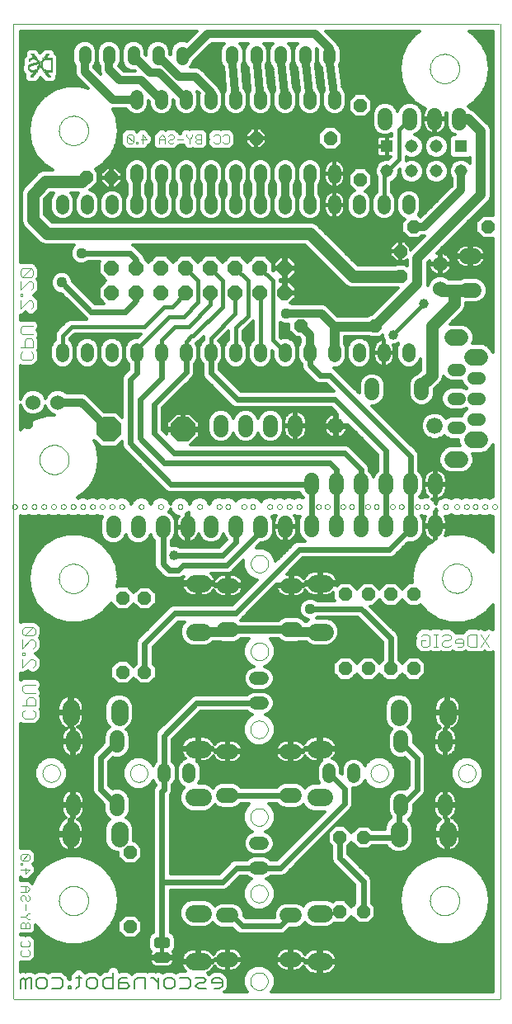
<source format=gbl>
G75*
G70*
%OFA0B0*%
%FSLAX24Y24*%
%IPPOS*%
%LPD*%
%AMOC8*
5,1,8,0,0,1.08239X$1,22.5*
%
%ADD10C,0.0000*%
%ADD11C,0.0040*%
%ADD12C,0.0060*%
%ADD13C,0.0030*%
%ADD14C,0.0520*%
%ADD15OC8,0.1000*%
%ADD16OC8,0.0520*%
%ADD17C,0.0600*%
%ADD18C,0.0515*%
%ADD19R,0.0515X0.0515*%
%ADD20C,0.0515*%
%ADD21C,0.0594*%
%ADD22R,0.0150X0.0005*%
%ADD23R,0.0145X0.0005*%
%ADD24R,0.0155X0.0005*%
%ADD25R,0.0115X0.0005*%
%ADD26R,0.0070X0.0005*%
%ADD27R,0.0095X0.0005*%
%ADD28R,0.0055X0.0005*%
%ADD29R,0.0065X0.0005*%
%ADD30R,0.0040X0.0005*%
%ADD31R,0.0035X0.0005*%
%ADD32R,0.0045X0.0005*%
%ADD33R,0.0030X0.0005*%
%ADD34R,0.0125X0.0005*%
%ADD35R,0.0235X0.0005*%
%ADD36R,0.0025X0.0005*%
%ADD37R,0.0170X0.0005*%
%ADD38R,0.0275X0.0005*%
%ADD39R,0.0020X0.0005*%
%ADD40R,0.0200X0.0005*%
%ADD41R,0.0300X0.0005*%
%ADD42R,0.0015X0.0005*%
%ADD43R,0.0230X0.0005*%
%ADD44R,0.0320X0.0005*%
%ADD45R,0.0010X0.0005*%
%ADD46R,0.0005X0.0005*%
%ADD47R,0.0250X0.0005*%
%ADD48R,0.0330X0.0005*%
%ADD49R,0.0270X0.0005*%
%ADD50R,0.0340X0.0005*%
%ADD51R,0.0285X0.0005*%
%ADD52R,0.0355X0.0005*%
%ADD53R,0.0305X0.0005*%
%ADD54R,0.0360X0.0005*%
%ADD55R,0.0315X0.0005*%
%ADD56R,0.0370X0.0005*%
%ADD57R,0.0375X0.0005*%
%ADD58R,0.0345X0.0005*%
%ADD59R,0.0380X0.0005*%
%ADD60R,0.0350X0.0005*%
%ADD61R,0.0385X0.0005*%
%ADD62R,0.0365X0.0005*%
%ADD63R,0.0390X0.0005*%
%ADD64R,0.0140X0.0005*%
%ADD65R,0.0395X0.0005*%
%ADD66R,0.0135X0.0005*%
%ADD67R,0.0120X0.0005*%
%ADD68R,0.0075X0.0005*%
%ADD69R,0.0110X0.0005*%
%ADD70R,0.0105X0.0005*%
%ADD71R,0.0100X0.0005*%
%ADD72R,0.0090X0.0005*%
%ADD73R,0.0085X0.0005*%
%ADD74R,0.0080X0.0005*%
%ADD75R,0.0050X0.0005*%
%ADD76R,0.0165X0.0005*%
%ADD77R,0.0180X0.0005*%
%ADD78R,0.0195X0.0005*%
%ADD79R,0.0210X0.0005*%
%ADD80R,0.0225X0.0005*%
%ADD81R,0.0245X0.0005*%
%ADD82R,0.0255X0.0005*%
%ADD83R,0.0260X0.0005*%
%ADD84R,0.0220X0.0005*%
%ADD85R,0.0205X0.0005*%
%ADD86R,0.0190X0.0005*%
%ADD87R,0.0175X0.0005*%
%ADD88R,0.0160X0.0005*%
%ADD89R,0.0130X0.0005*%
%ADD90R,0.0400X0.0005*%
%ADD91R,0.0335X0.0005*%
%ADD92R,0.0325X0.0005*%
%ADD93R,0.0290X0.0005*%
%ADD94R,0.0280X0.0005*%
%ADD95R,0.0310X0.0005*%
%ADD96C,0.0660*%
%ADD97C,0.0198*%
%ADD98C,0.0650*%
%ADD99C,0.0600*%
%ADD100OC8,0.0600*%
%ADD101C,0.0705*%
%ADD102C,0.0240*%
%ADD103C,0.0436*%
%ADD104C,0.0120*%
%ADD105OC8,0.0397*%
%ADD106C,0.0320*%
%ADD107C,0.0500*%
%ADD108C,0.0160*%
%ADD109C,0.0397*%
%ADD110C,0.0400*%
D10*
X018751Y014838D02*
X038399Y014838D01*
X038416Y014870D02*
X038416Y054240D01*
X038374Y054242D02*
X018731Y054242D01*
X018731Y054240D02*
X018731Y014870D01*
X020581Y018838D02*
X020583Y018886D01*
X020589Y018934D01*
X020599Y018981D01*
X020612Y019027D01*
X020630Y019072D01*
X020650Y019116D01*
X020675Y019158D01*
X020703Y019197D01*
X020733Y019234D01*
X020767Y019268D01*
X020804Y019300D01*
X020842Y019329D01*
X020883Y019354D01*
X020926Y019376D01*
X020971Y019394D01*
X021017Y019408D01*
X021064Y019419D01*
X021112Y019426D01*
X021160Y019429D01*
X021208Y019428D01*
X021256Y019423D01*
X021304Y019414D01*
X021350Y019402D01*
X021395Y019385D01*
X021439Y019365D01*
X021481Y019342D01*
X021521Y019315D01*
X021559Y019285D01*
X021594Y019252D01*
X021626Y019216D01*
X021656Y019178D01*
X021682Y019137D01*
X021704Y019094D01*
X021724Y019050D01*
X021739Y019005D01*
X021751Y018958D01*
X021759Y018910D01*
X021763Y018862D01*
X021763Y018814D01*
X021759Y018766D01*
X021751Y018718D01*
X021739Y018671D01*
X021724Y018626D01*
X021704Y018582D01*
X021682Y018539D01*
X021656Y018498D01*
X021626Y018460D01*
X021594Y018424D01*
X021559Y018391D01*
X021521Y018361D01*
X021481Y018334D01*
X021439Y018311D01*
X021395Y018291D01*
X021350Y018274D01*
X021304Y018262D01*
X021256Y018253D01*
X021208Y018248D01*
X021160Y018247D01*
X021112Y018250D01*
X021064Y018257D01*
X021017Y018268D01*
X020971Y018282D01*
X020926Y018300D01*
X020883Y018322D01*
X020842Y018347D01*
X020804Y018376D01*
X020767Y018408D01*
X020733Y018442D01*
X020703Y018479D01*
X020675Y018518D01*
X020650Y018560D01*
X020630Y018604D01*
X020612Y018649D01*
X020599Y018695D01*
X020589Y018742D01*
X020583Y018790D01*
X020581Y018838D01*
X019914Y023984D02*
X019916Y024021D01*
X019922Y024058D01*
X019931Y024094D01*
X019945Y024128D01*
X019962Y024161D01*
X019982Y024193D01*
X020005Y024222D01*
X020031Y024248D01*
X020060Y024271D01*
X020091Y024291D01*
X020125Y024308D01*
X020159Y024322D01*
X020195Y024331D01*
X020232Y024337D01*
X020269Y024339D01*
X020306Y024337D01*
X020343Y024331D01*
X020379Y024322D01*
X020413Y024308D01*
X020446Y024291D01*
X020478Y024271D01*
X020507Y024248D01*
X020533Y024222D01*
X020556Y024193D01*
X020576Y024162D01*
X020593Y024128D01*
X020607Y024094D01*
X020616Y024058D01*
X020622Y024021D01*
X020624Y023984D01*
X020622Y023947D01*
X020616Y023910D01*
X020607Y023874D01*
X020593Y023840D01*
X020576Y023807D01*
X020556Y023775D01*
X020533Y023746D01*
X020507Y023720D01*
X020478Y023697D01*
X020447Y023677D01*
X020413Y023660D01*
X020379Y023646D01*
X020343Y023637D01*
X020306Y023631D01*
X020269Y023629D01*
X020232Y023631D01*
X020195Y023637D01*
X020159Y023646D01*
X020125Y023660D01*
X020092Y023677D01*
X020060Y023697D01*
X020031Y023720D01*
X020005Y023746D01*
X019982Y023775D01*
X019962Y023806D01*
X019945Y023840D01*
X019931Y023874D01*
X019922Y023910D01*
X019916Y023947D01*
X019914Y023984D01*
X023454Y023984D02*
X023456Y024021D01*
X023462Y024058D01*
X023471Y024094D01*
X023485Y024128D01*
X023502Y024161D01*
X023522Y024193D01*
X023545Y024222D01*
X023571Y024248D01*
X023600Y024271D01*
X023631Y024291D01*
X023665Y024308D01*
X023699Y024322D01*
X023735Y024331D01*
X023772Y024337D01*
X023809Y024339D01*
X023846Y024337D01*
X023883Y024331D01*
X023919Y024322D01*
X023953Y024308D01*
X023986Y024291D01*
X024018Y024271D01*
X024047Y024248D01*
X024073Y024222D01*
X024096Y024193D01*
X024116Y024162D01*
X024133Y024128D01*
X024147Y024094D01*
X024156Y024058D01*
X024162Y024021D01*
X024164Y023984D01*
X024162Y023947D01*
X024156Y023910D01*
X024147Y023874D01*
X024133Y023840D01*
X024116Y023807D01*
X024096Y023775D01*
X024073Y023746D01*
X024047Y023720D01*
X024018Y023697D01*
X023987Y023677D01*
X023953Y023660D01*
X023919Y023646D01*
X023883Y023637D01*
X023846Y023631D01*
X023809Y023629D01*
X023772Y023631D01*
X023735Y023637D01*
X023699Y023646D01*
X023665Y023660D01*
X023632Y023677D01*
X023600Y023697D01*
X023571Y023720D01*
X023545Y023746D01*
X023522Y023775D01*
X023502Y023806D01*
X023485Y023840D01*
X023471Y023874D01*
X023462Y023910D01*
X023456Y023947D01*
X023454Y023984D01*
X028317Y025754D02*
X028319Y025791D01*
X028325Y025828D01*
X028334Y025864D01*
X028348Y025898D01*
X028365Y025931D01*
X028385Y025963D01*
X028408Y025992D01*
X028434Y026018D01*
X028463Y026041D01*
X028494Y026061D01*
X028528Y026078D01*
X028562Y026092D01*
X028598Y026101D01*
X028635Y026107D01*
X028672Y026109D01*
X028709Y026107D01*
X028746Y026101D01*
X028782Y026092D01*
X028816Y026078D01*
X028849Y026061D01*
X028881Y026041D01*
X028910Y026018D01*
X028936Y025992D01*
X028959Y025963D01*
X028979Y025932D01*
X028996Y025898D01*
X029010Y025864D01*
X029019Y025828D01*
X029025Y025791D01*
X029027Y025754D01*
X029025Y025717D01*
X029019Y025680D01*
X029010Y025644D01*
X028996Y025610D01*
X028979Y025577D01*
X028959Y025545D01*
X028936Y025516D01*
X028910Y025490D01*
X028881Y025467D01*
X028850Y025447D01*
X028816Y025430D01*
X028782Y025416D01*
X028746Y025407D01*
X028709Y025401D01*
X028672Y025399D01*
X028635Y025401D01*
X028598Y025407D01*
X028562Y025416D01*
X028528Y025430D01*
X028495Y025447D01*
X028463Y025467D01*
X028434Y025490D01*
X028408Y025516D01*
X028385Y025545D01*
X028365Y025576D01*
X028348Y025610D01*
X028334Y025644D01*
X028325Y025680D01*
X028319Y025717D01*
X028317Y025754D01*
X028337Y028907D02*
X028339Y028944D01*
X028345Y028981D01*
X028354Y029017D01*
X028368Y029051D01*
X028385Y029084D01*
X028405Y029116D01*
X028428Y029145D01*
X028454Y029171D01*
X028483Y029194D01*
X028514Y029214D01*
X028548Y029231D01*
X028582Y029245D01*
X028618Y029254D01*
X028655Y029260D01*
X028692Y029262D01*
X028729Y029260D01*
X028766Y029254D01*
X028802Y029245D01*
X028836Y029231D01*
X028869Y029214D01*
X028901Y029194D01*
X028930Y029171D01*
X028956Y029145D01*
X028979Y029116D01*
X028999Y029085D01*
X029016Y029051D01*
X029030Y029017D01*
X029039Y028981D01*
X029045Y028944D01*
X029047Y028907D01*
X029045Y028870D01*
X029039Y028833D01*
X029030Y028797D01*
X029016Y028763D01*
X028999Y028730D01*
X028979Y028698D01*
X028956Y028669D01*
X028930Y028643D01*
X028901Y028620D01*
X028870Y028600D01*
X028836Y028583D01*
X028802Y028569D01*
X028766Y028560D01*
X028729Y028554D01*
X028692Y028552D01*
X028655Y028554D01*
X028618Y028560D01*
X028582Y028569D01*
X028548Y028583D01*
X028515Y028600D01*
X028483Y028620D01*
X028454Y028643D01*
X028428Y028669D01*
X028405Y028698D01*
X028385Y028729D01*
X028368Y028763D01*
X028354Y028797D01*
X028345Y028833D01*
X028339Y028870D01*
X028337Y028907D01*
X028337Y032447D02*
X028339Y032484D01*
X028345Y032521D01*
X028354Y032557D01*
X028368Y032591D01*
X028385Y032624D01*
X028405Y032656D01*
X028428Y032685D01*
X028454Y032711D01*
X028483Y032734D01*
X028514Y032754D01*
X028548Y032771D01*
X028582Y032785D01*
X028618Y032794D01*
X028655Y032800D01*
X028692Y032802D01*
X028729Y032800D01*
X028766Y032794D01*
X028802Y032785D01*
X028836Y032771D01*
X028869Y032754D01*
X028901Y032734D01*
X028930Y032711D01*
X028956Y032685D01*
X028979Y032656D01*
X028999Y032625D01*
X029016Y032591D01*
X029030Y032557D01*
X029039Y032521D01*
X029045Y032484D01*
X029047Y032447D01*
X029045Y032410D01*
X029039Y032373D01*
X029030Y032337D01*
X029016Y032303D01*
X028999Y032270D01*
X028979Y032238D01*
X028956Y032209D01*
X028930Y032183D01*
X028901Y032160D01*
X028870Y032140D01*
X028836Y032123D01*
X028802Y032109D01*
X028766Y032100D01*
X028729Y032094D01*
X028692Y032092D01*
X028655Y032094D01*
X028618Y032100D01*
X028582Y032109D01*
X028548Y032123D01*
X028515Y032140D01*
X028483Y032160D01*
X028454Y032183D01*
X028428Y032209D01*
X028405Y032238D01*
X028385Y032269D01*
X028368Y032303D01*
X028354Y032337D01*
X028345Y032373D01*
X028339Y032410D01*
X028337Y032447D01*
X028318Y034752D02*
X028320Y034771D01*
X028325Y034790D01*
X028335Y034806D01*
X028347Y034821D01*
X028362Y034833D01*
X028378Y034843D01*
X028397Y034848D01*
X028416Y034850D01*
X028435Y034848D01*
X028454Y034843D01*
X028470Y034833D01*
X028485Y034821D01*
X028497Y034806D01*
X028507Y034790D01*
X028512Y034771D01*
X028514Y034752D01*
X028512Y034733D01*
X028507Y034714D01*
X028497Y034698D01*
X028485Y034683D01*
X028470Y034671D01*
X028454Y034661D01*
X028435Y034656D01*
X028416Y034654D01*
X028397Y034656D01*
X028378Y034661D01*
X028362Y034671D01*
X028347Y034683D01*
X028335Y034698D01*
X028325Y034714D01*
X028320Y034733D01*
X028318Y034752D01*
X027964Y034752D02*
X027966Y034771D01*
X027971Y034790D01*
X027981Y034806D01*
X027993Y034821D01*
X028008Y034833D01*
X028024Y034843D01*
X028043Y034848D01*
X028062Y034850D01*
X028081Y034848D01*
X028100Y034843D01*
X028116Y034833D01*
X028131Y034821D01*
X028143Y034806D01*
X028153Y034790D01*
X028158Y034771D01*
X028160Y034752D01*
X028158Y034733D01*
X028153Y034714D01*
X028143Y034698D01*
X028131Y034683D01*
X028116Y034671D01*
X028100Y034661D01*
X028081Y034656D01*
X028062Y034654D01*
X028043Y034656D01*
X028024Y034661D01*
X028008Y034671D01*
X027993Y034683D01*
X027981Y034698D01*
X027971Y034714D01*
X027966Y034733D01*
X027964Y034752D01*
X027315Y034752D02*
X027317Y034771D01*
X027322Y034790D01*
X027332Y034806D01*
X027344Y034821D01*
X027359Y034833D01*
X027375Y034843D01*
X027394Y034848D01*
X027413Y034850D01*
X027432Y034848D01*
X027451Y034843D01*
X027467Y034833D01*
X027482Y034821D01*
X027494Y034806D01*
X027504Y034790D01*
X027509Y034771D01*
X027511Y034752D01*
X027509Y034733D01*
X027504Y034714D01*
X027494Y034698D01*
X027482Y034683D01*
X027467Y034671D01*
X027451Y034661D01*
X027432Y034656D01*
X027413Y034654D01*
X027394Y034656D01*
X027375Y034661D01*
X027359Y034671D01*
X027344Y034683D01*
X027332Y034698D01*
X027322Y034714D01*
X027317Y034733D01*
X027315Y034752D01*
X026960Y034752D02*
X026962Y034771D01*
X026967Y034790D01*
X026977Y034806D01*
X026989Y034821D01*
X027004Y034833D01*
X027020Y034843D01*
X027039Y034848D01*
X027058Y034850D01*
X027077Y034848D01*
X027096Y034843D01*
X027112Y034833D01*
X027127Y034821D01*
X027139Y034806D01*
X027149Y034790D01*
X027154Y034771D01*
X027156Y034752D01*
X027154Y034733D01*
X027149Y034714D01*
X027139Y034698D01*
X027127Y034683D01*
X027112Y034671D01*
X027096Y034661D01*
X027077Y034656D01*
X027058Y034654D01*
X027039Y034656D01*
X027020Y034661D01*
X027004Y034671D01*
X026989Y034683D01*
X026977Y034698D01*
X026967Y034714D01*
X026962Y034733D01*
X026960Y034752D01*
X026173Y034752D02*
X026175Y034771D01*
X026180Y034790D01*
X026190Y034806D01*
X026202Y034821D01*
X026217Y034833D01*
X026233Y034843D01*
X026252Y034848D01*
X026271Y034850D01*
X026290Y034848D01*
X026309Y034843D01*
X026325Y034833D01*
X026340Y034821D01*
X026352Y034806D01*
X026362Y034790D01*
X026367Y034771D01*
X026369Y034752D01*
X026367Y034733D01*
X026362Y034714D01*
X026352Y034698D01*
X026340Y034683D01*
X026325Y034671D01*
X026309Y034661D01*
X026290Y034656D01*
X026271Y034654D01*
X026252Y034656D01*
X026233Y034661D01*
X026217Y034671D01*
X026202Y034683D01*
X026190Y034698D01*
X026180Y034714D01*
X026175Y034733D01*
X026173Y034752D01*
X025385Y034752D02*
X025387Y034771D01*
X025392Y034790D01*
X025402Y034806D01*
X025414Y034821D01*
X025429Y034833D01*
X025445Y034843D01*
X025464Y034848D01*
X025483Y034850D01*
X025502Y034848D01*
X025521Y034843D01*
X025537Y034833D01*
X025552Y034821D01*
X025564Y034806D01*
X025574Y034790D01*
X025579Y034771D01*
X025581Y034752D01*
X025579Y034733D01*
X025574Y034714D01*
X025564Y034698D01*
X025552Y034683D01*
X025537Y034671D01*
X025521Y034661D01*
X025502Y034656D01*
X025483Y034654D01*
X025464Y034656D01*
X025445Y034661D01*
X025429Y034671D01*
X025414Y034683D01*
X025402Y034698D01*
X025392Y034714D01*
X025387Y034733D01*
X025385Y034752D01*
X024598Y034752D02*
X024600Y034771D01*
X024605Y034790D01*
X024615Y034806D01*
X024627Y034821D01*
X024642Y034833D01*
X024658Y034843D01*
X024677Y034848D01*
X024696Y034850D01*
X024715Y034848D01*
X024734Y034843D01*
X024750Y034833D01*
X024765Y034821D01*
X024777Y034806D01*
X024787Y034790D01*
X024792Y034771D01*
X024794Y034752D01*
X024792Y034733D01*
X024787Y034714D01*
X024777Y034698D01*
X024765Y034683D01*
X024750Y034671D01*
X024734Y034661D01*
X024715Y034656D01*
X024696Y034654D01*
X024677Y034656D01*
X024658Y034661D01*
X024642Y034671D01*
X024627Y034683D01*
X024615Y034698D01*
X024605Y034714D01*
X024600Y034733D01*
X024598Y034752D01*
X023811Y034752D02*
X023813Y034771D01*
X023818Y034790D01*
X023828Y034806D01*
X023840Y034821D01*
X023855Y034833D01*
X023871Y034843D01*
X023890Y034848D01*
X023909Y034850D01*
X023928Y034848D01*
X023947Y034843D01*
X023963Y034833D01*
X023978Y034821D01*
X023990Y034806D01*
X024000Y034790D01*
X024005Y034771D01*
X024007Y034752D01*
X024005Y034733D01*
X024000Y034714D01*
X023990Y034698D01*
X023978Y034683D01*
X023963Y034671D01*
X023947Y034661D01*
X023928Y034656D01*
X023909Y034654D01*
X023890Y034656D01*
X023871Y034661D01*
X023855Y034671D01*
X023840Y034683D01*
X023828Y034698D01*
X023818Y034714D01*
X023813Y034733D01*
X023811Y034752D01*
X023023Y034752D02*
X023025Y034771D01*
X023030Y034790D01*
X023040Y034806D01*
X023052Y034821D01*
X023067Y034833D01*
X023083Y034843D01*
X023102Y034848D01*
X023121Y034850D01*
X023140Y034848D01*
X023159Y034843D01*
X023175Y034833D01*
X023190Y034821D01*
X023202Y034806D01*
X023212Y034790D01*
X023217Y034771D01*
X023219Y034752D01*
X023217Y034733D01*
X023212Y034714D01*
X023202Y034698D01*
X023190Y034683D01*
X023175Y034671D01*
X023159Y034661D01*
X023140Y034656D01*
X023121Y034654D01*
X023102Y034656D01*
X023083Y034661D01*
X023067Y034671D01*
X023052Y034683D01*
X023040Y034698D01*
X023030Y034714D01*
X023025Y034733D01*
X023023Y034752D01*
X022630Y034752D02*
X022632Y034771D01*
X022637Y034790D01*
X022647Y034806D01*
X022659Y034821D01*
X022674Y034833D01*
X022690Y034843D01*
X022709Y034848D01*
X022728Y034850D01*
X022747Y034848D01*
X022766Y034843D01*
X022782Y034833D01*
X022797Y034821D01*
X022809Y034806D01*
X022819Y034790D01*
X022824Y034771D01*
X022826Y034752D01*
X022824Y034733D01*
X022819Y034714D01*
X022809Y034698D01*
X022797Y034683D01*
X022782Y034671D01*
X022766Y034661D01*
X022747Y034656D01*
X022728Y034654D01*
X022709Y034656D01*
X022690Y034661D01*
X022674Y034671D01*
X022659Y034683D01*
X022647Y034698D01*
X022637Y034714D01*
X022632Y034733D01*
X022630Y034752D01*
X022236Y034752D02*
X022238Y034771D01*
X022243Y034790D01*
X022253Y034806D01*
X022265Y034821D01*
X022280Y034833D01*
X022296Y034843D01*
X022315Y034848D01*
X022334Y034850D01*
X022353Y034848D01*
X022372Y034843D01*
X022388Y034833D01*
X022403Y034821D01*
X022415Y034806D01*
X022425Y034790D01*
X022430Y034771D01*
X022432Y034752D01*
X022430Y034733D01*
X022425Y034714D01*
X022415Y034698D01*
X022403Y034683D01*
X022388Y034671D01*
X022372Y034661D01*
X022353Y034656D01*
X022334Y034654D01*
X022315Y034656D01*
X022296Y034661D01*
X022280Y034671D01*
X022265Y034683D01*
X022253Y034698D01*
X022243Y034714D01*
X022238Y034733D01*
X022236Y034752D01*
X021842Y034752D02*
X021844Y034771D01*
X021849Y034790D01*
X021859Y034806D01*
X021871Y034821D01*
X021886Y034833D01*
X021902Y034843D01*
X021921Y034848D01*
X021940Y034850D01*
X021959Y034848D01*
X021978Y034843D01*
X021994Y034833D01*
X022009Y034821D01*
X022021Y034806D01*
X022031Y034790D01*
X022036Y034771D01*
X022038Y034752D01*
X022036Y034733D01*
X022031Y034714D01*
X022021Y034698D01*
X022009Y034683D01*
X021994Y034671D01*
X021978Y034661D01*
X021959Y034656D01*
X021940Y034654D01*
X021921Y034656D01*
X021902Y034661D01*
X021886Y034671D01*
X021871Y034683D01*
X021859Y034698D01*
X021849Y034714D01*
X021844Y034733D01*
X021842Y034752D01*
X021448Y034752D02*
X021450Y034771D01*
X021455Y034790D01*
X021465Y034806D01*
X021477Y034821D01*
X021492Y034833D01*
X021508Y034843D01*
X021527Y034848D01*
X021546Y034850D01*
X021565Y034848D01*
X021584Y034843D01*
X021600Y034833D01*
X021615Y034821D01*
X021627Y034806D01*
X021637Y034790D01*
X021642Y034771D01*
X021644Y034752D01*
X021642Y034733D01*
X021637Y034714D01*
X021627Y034698D01*
X021615Y034683D01*
X021600Y034671D01*
X021584Y034661D01*
X021565Y034656D01*
X021546Y034654D01*
X021527Y034656D01*
X021508Y034661D01*
X021492Y034671D01*
X021477Y034683D01*
X021465Y034698D01*
X021455Y034714D01*
X021450Y034733D01*
X021448Y034752D01*
X021055Y034752D02*
X021057Y034771D01*
X021062Y034790D01*
X021072Y034806D01*
X021084Y034821D01*
X021099Y034833D01*
X021115Y034843D01*
X021134Y034848D01*
X021153Y034850D01*
X021172Y034848D01*
X021191Y034843D01*
X021207Y034833D01*
X021222Y034821D01*
X021234Y034806D01*
X021244Y034790D01*
X021249Y034771D01*
X021251Y034752D01*
X021249Y034733D01*
X021244Y034714D01*
X021234Y034698D01*
X021222Y034683D01*
X021207Y034671D01*
X021191Y034661D01*
X021172Y034656D01*
X021153Y034654D01*
X021134Y034656D01*
X021115Y034661D01*
X021099Y034671D01*
X021084Y034683D01*
X021072Y034698D01*
X021062Y034714D01*
X021057Y034733D01*
X021055Y034752D01*
X020661Y034752D02*
X020663Y034771D01*
X020668Y034790D01*
X020678Y034806D01*
X020690Y034821D01*
X020705Y034833D01*
X020721Y034843D01*
X020740Y034848D01*
X020759Y034850D01*
X020778Y034848D01*
X020797Y034843D01*
X020813Y034833D01*
X020828Y034821D01*
X020840Y034806D01*
X020850Y034790D01*
X020855Y034771D01*
X020857Y034752D01*
X020855Y034733D01*
X020850Y034714D01*
X020840Y034698D01*
X020828Y034683D01*
X020813Y034671D01*
X020797Y034661D01*
X020778Y034656D01*
X020759Y034654D01*
X020740Y034656D01*
X020721Y034661D01*
X020705Y034671D01*
X020690Y034683D01*
X020678Y034698D01*
X020668Y034714D01*
X020663Y034733D01*
X020661Y034752D01*
X020267Y034752D02*
X020269Y034771D01*
X020274Y034790D01*
X020284Y034806D01*
X020296Y034821D01*
X020311Y034833D01*
X020327Y034843D01*
X020346Y034848D01*
X020365Y034850D01*
X020384Y034848D01*
X020403Y034843D01*
X020419Y034833D01*
X020434Y034821D01*
X020446Y034806D01*
X020456Y034790D01*
X020461Y034771D01*
X020463Y034752D01*
X020461Y034733D01*
X020456Y034714D01*
X020446Y034698D01*
X020434Y034683D01*
X020419Y034671D01*
X020403Y034661D01*
X020384Y034656D01*
X020365Y034654D01*
X020346Y034656D01*
X020327Y034661D01*
X020311Y034671D01*
X020296Y034683D01*
X020284Y034698D01*
X020274Y034714D01*
X020269Y034733D01*
X020267Y034752D01*
X019874Y034752D02*
X019876Y034771D01*
X019881Y034790D01*
X019891Y034806D01*
X019903Y034821D01*
X019918Y034833D01*
X019934Y034843D01*
X019953Y034848D01*
X019972Y034850D01*
X019991Y034848D01*
X020010Y034843D01*
X020026Y034833D01*
X020041Y034821D01*
X020053Y034806D01*
X020063Y034790D01*
X020068Y034771D01*
X020070Y034752D01*
X020068Y034733D01*
X020063Y034714D01*
X020053Y034698D01*
X020041Y034683D01*
X020026Y034671D01*
X020010Y034661D01*
X019991Y034656D01*
X019972Y034654D01*
X019953Y034656D01*
X019934Y034661D01*
X019918Y034671D01*
X019903Y034683D01*
X019891Y034698D01*
X019881Y034714D01*
X019876Y034733D01*
X019874Y034752D01*
X019480Y034752D02*
X019482Y034771D01*
X019487Y034790D01*
X019497Y034806D01*
X019509Y034821D01*
X019524Y034833D01*
X019540Y034843D01*
X019559Y034848D01*
X019578Y034850D01*
X019597Y034848D01*
X019616Y034843D01*
X019632Y034833D01*
X019647Y034821D01*
X019659Y034806D01*
X019669Y034790D01*
X019674Y034771D01*
X019676Y034752D01*
X019674Y034733D01*
X019669Y034714D01*
X019659Y034698D01*
X019647Y034683D01*
X019632Y034671D01*
X019616Y034661D01*
X019597Y034656D01*
X019578Y034654D01*
X019559Y034656D01*
X019540Y034661D01*
X019524Y034671D01*
X019509Y034683D01*
X019497Y034698D01*
X019487Y034714D01*
X019482Y034733D01*
X019480Y034752D01*
X019086Y034752D02*
X019088Y034771D01*
X019093Y034790D01*
X019103Y034806D01*
X019115Y034821D01*
X019130Y034833D01*
X019146Y034843D01*
X019165Y034848D01*
X019184Y034850D01*
X019203Y034848D01*
X019222Y034843D01*
X019238Y034833D01*
X019253Y034821D01*
X019265Y034806D01*
X019275Y034790D01*
X019280Y034771D01*
X019282Y034752D01*
X019280Y034733D01*
X019275Y034714D01*
X019265Y034698D01*
X019253Y034683D01*
X019238Y034671D01*
X019222Y034661D01*
X019203Y034656D01*
X019184Y034654D01*
X019165Y034656D01*
X019146Y034661D01*
X019130Y034671D01*
X019115Y034683D01*
X019103Y034698D01*
X019093Y034714D01*
X019088Y034733D01*
X019086Y034752D01*
X018692Y034752D02*
X018694Y034771D01*
X018699Y034790D01*
X018709Y034806D01*
X018721Y034821D01*
X018736Y034833D01*
X018752Y034843D01*
X018771Y034848D01*
X018790Y034850D01*
X018809Y034848D01*
X018828Y034843D01*
X018844Y034833D01*
X018859Y034821D01*
X018871Y034806D01*
X018881Y034790D01*
X018886Y034771D01*
X018888Y034752D01*
X018886Y034733D01*
X018881Y034714D01*
X018871Y034698D01*
X018859Y034683D01*
X018844Y034671D01*
X018828Y034661D01*
X018809Y034656D01*
X018790Y034654D01*
X018771Y034656D01*
X018752Y034661D01*
X018736Y034671D01*
X018721Y034683D01*
X018709Y034698D01*
X018699Y034714D01*
X018694Y034733D01*
X018692Y034752D01*
X019794Y036653D02*
X019796Y036701D01*
X019802Y036749D01*
X019812Y036796D01*
X019825Y036842D01*
X019843Y036887D01*
X019863Y036931D01*
X019888Y036973D01*
X019916Y037012D01*
X019946Y037049D01*
X019980Y037083D01*
X020017Y037115D01*
X020055Y037144D01*
X020096Y037169D01*
X020139Y037191D01*
X020184Y037209D01*
X020230Y037223D01*
X020277Y037234D01*
X020325Y037241D01*
X020373Y037244D01*
X020421Y037243D01*
X020469Y037238D01*
X020517Y037229D01*
X020563Y037217D01*
X020608Y037200D01*
X020652Y037180D01*
X020694Y037157D01*
X020734Y037130D01*
X020772Y037100D01*
X020807Y037067D01*
X020839Y037031D01*
X020869Y036993D01*
X020895Y036952D01*
X020917Y036909D01*
X020937Y036865D01*
X020952Y036820D01*
X020964Y036773D01*
X020972Y036725D01*
X020976Y036677D01*
X020976Y036629D01*
X020972Y036581D01*
X020964Y036533D01*
X020952Y036486D01*
X020937Y036441D01*
X020917Y036397D01*
X020895Y036354D01*
X020869Y036313D01*
X020839Y036275D01*
X020807Y036239D01*
X020772Y036206D01*
X020734Y036176D01*
X020694Y036149D01*
X020652Y036126D01*
X020608Y036106D01*
X020563Y036089D01*
X020517Y036077D01*
X020469Y036068D01*
X020421Y036063D01*
X020373Y036062D01*
X020325Y036065D01*
X020277Y036072D01*
X020230Y036083D01*
X020184Y036097D01*
X020139Y036115D01*
X020096Y036137D01*
X020055Y036162D01*
X020017Y036191D01*
X019980Y036223D01*
X019946Y036257D01*
X019916Y036294D01*
X019888Y036333D01*
X019863Y036375D01*
X019843Y036419D01*
X019825Y036464D01*
X019812Y036510D01*
X019802Y036557D01*
X019796Y036605D01*
X019794Y036653D01*
X020581Y031850D02*
X020583Y031898D01*
X020589Y031946D01*
X020599Y031993D01*
X020612Y032039D01*
X020630Y032084D01*
X020650Y032128D01*
X020675Y032170D01*
X020703Y032209D01*
X020733Y032246D01*
X020767Y032280D01*
X020804Y032312D01*
X020842Y032341D01*
X020883Y032366D01*
X020926Y032388D01*
X020971Y032406D01*
X021017Y032420D01*
X021064Y032431D01*
X021112Y032438D01*
X021160Y032441D01*
X021208Y032440D01*
X021256Y032435D01*
X021304Y032426D01*
X021350Y032414D01*
X021395Y032397D01*
X021439Y032377D01*
X021481Y032354D01*
X021521Y032327D01*
X021559Y032297D01*
X021594Y032264D01*
X021626Y032228D01*
X021656Y032190D01*
X021682Y032149D01*
X021704Y032106D01*
X021724Y032062D01*
X021739Y032017D01*
X021751Y031970D01*
X021759Y031922D01*
X021763Y031874D01*
X021763Y031826D01*
X021759Y031778D01*
X021751Y031730D01*
X021739Y031683D01*
X021724Y031638D01*
X021704Y031594D01*
X021682Y031551D01*
X021656Y031510D01*
X021626Y031472D01*
X021594Y031436D01*
X021559Y031403D01*
X021521Y031373D01*
X021481Y031346D01*
X021439Y031323D01*
X021395Y031303D01*
X021350Y031286D01*
X021304Y031274D01*
X021256Y031265D01*
X021208Y031260D01*
X021160Y031259D01*
X021112Y031262D01*
X021064Y031269D01*
X021017Y031280D01*
X020971Y031294D01*
X020926Y031312D01*
X020883Y031334D01*
X020842Y031359D01*
X020804Y031388D01*
X020767Y031420D01*
X020733Y031454D01*
X020703Y031491D01*
X020675Y031530D01*
X020650Y031572D01*
X020630Y031616D01*
X020612Y031661D01*
X020599Y031707D01*
X020589Y031754D01*
X020583Y031802D01*
X020581Y031850D01*
X028317Y022214D02*
X028319Y022251D01*
X028325Y022288D01*
X028334Y022324D01*
X028348Y022358D01*
X028365Y022391D01*
X028385Y022423D01*
X028408Y022452D01*
X028434Y022478D01*
X028463Y022501D01*
X028494Y022521D01*
X028528Y022538D01*
X028562Y022552D01*
X028598Y022561D01*
X028635Y022567D01*
X028672Y022569D01*
X028709Y022567D01*
X028746Y022561D01*
X028782Y022552D01*
X028816Y022538D01*
X028849Y022521D01*
X028881Y022501D01*
X028910Y022478D01*
X028936Y022452D01*
X028959Y022423D01*
X028979Y022392D01*
X028996Y022358D01*
X029010Y022324D01*
X029019Y022288D01*
X029025Y022251D01*
X029027Y022214D01*
X029025Y022177D01*
X029019Y022140D01*
X029010Y022104D01*
X028996Y022070D01*
X028979Y022037D01*
X028959Y022005D01*
X028936Y021976D01*
X028910Y021950D01*
X028881Y021927D01*
X028850Y021907D01*
X028816Y021890D01*
X028782Y021876D01*
X028746Y021867D01*
X028709Y021861D01*
X028672Y021859D01*
X028635Y021861D01*
X028598Y021867D01*
X028562Y021876D01*
X028528Y021890D01*
X028495Y021907D01*
X028463Y021927D01*
X028434Y021950D01*
X028408Y021976D01*
X028385Y022005D01*
X028365Y022036D01*
X028348Y022070D01*
X028334Y022104D01*
X028325Y022140D01*
X028319Y022177D01*
X028317Y022214D01*
X028317Y019120D02*
X028319Y019157D01*
X028325Y019194D01*
X028334Y019230D01*
X028348Y019264D01*
X028365Y019297D01*
X028385Y019329D01*
X028408Y019358D01*
X028434Y019384D01*
X028463Y019407D01*
X028494Y019427D01*
X028528Y019444D01*
X028562Y019458D01*
X028598Y019467D01*
X028635Y019473D01*
X028672Y019475D01*
X028709Y019473D01*
X028746Y019467D01*
X028782Y019458D01*
X028816Y019444D01*
X028849Y019427D01*
X028881Y019407D01*
X028910Y019384D01*
X028936Y019358D01*
X028959Y019329D01*
X028979Y019298D01*
X028996Y019264D01*
X029010Y019230D01*
X029019Y019194D01*
X029025Y019157D01*
X029027Y019120D01*
X029025Y019083D01*
X029019Y019046D01*
X029010Y019010D01*
X028996Y018976D01*
X028979Y018943D01*
X028959Y018911D01*
X028936Y018882D01*
X028910Y018856D01*
X028881Y018833D01*
X028850Y018813D01*
X028816Y018796D01*
X028782Y018782D01*
X028746Y018773D01*
X028709Y018767D01*
X028672Y018765D01*
X028635Y018767D01*
X028598Y018773D01*
X028562Y018782D01*
X028528Y018796D01*
X028495Y018813D01*
X028463Y018833D01*
X028434Y018856D01*
X028408Y018882D01*
X028385Y018911D01*
X028365Y018942D01*
X028348Y018976D01*
X028334Y019010D01*
X028325Y019046D01*
X028319Y019083D01*
X028317Y019120D01*
X028317Y015580D02*
X028319Y015617D01*
X028325Y015654D01*
X028334Y015690D01*
X028348Y015724D01*
X028365Y015757D01*
X028385Y015789D01*
X028408Y015818D01*
X028434Y015844D01*
X028463Y015867D01*
X028494Y015887D01*
X028528Y015904D01*
X028562Y015918D01*
X028598Y015927D01*
X028635Y015933D01*
X028672Y015935D01*
X028709Y015933D01*
X028746Y015927D01*
X028782Y015918D01*
X028816Y015904D01*
X028849Y015887D01*
X028881Y015867D01*
X028910Y015844D01*
X028936Y015818D01*
X028959Y015789D01*
X028979Y015758D01*
X028996Y015724D01*
X029010Y015690D01*
X029019Y015654D01*
X029025Y015617D01*
X029027Y015580D01*
X029025Y015543D01*
X029019Y015506D01*
X029010Y015470D01*
X028996Y015436D01*
X028979Y015403D01*
X028959Y015371D01*
X028936Y015342D01*
X028910Y015316D01*
X028881Y015293D01*
X028850Y015273D01*
X028816Y015256D01*
X028782Y015242D01*
X028746Y015233D01*
X028709Y015227D01*
X028672Y015225D01*
X028635Y015227D01*
X028598Y015233D01*
X028562Y015242D01*
X028528Y015256D01*
X028495Y015273D01*
X028463Y015293D01*
X028434Y015316D01*
X028408Y015342D01*
X028385Y015371D01*
X028365Y015402D01*
X028348Y015436D01*
X028334Y015470D01*
X028325Y015506D01*
X028319Y015543D01*
X028317Y015580D01*
X033181Y023984D02*
X033183Y024021D01*
X033189Y024058D01*
X033198Y024094D01*
X033212Y024128D01*
X033229Y024161D01*
X033249Y024193D01*
X033272Y024222D01*
X033298Y024248D01*
X033327Y024271D01*
X033358Y024291D01*
X033392Y024308D01*
X033426Y024322D01*
X033462Y024331D01*
X033499Y024337D01*
X033536Y024339D01*
X033573Y024337D01*
X033610Y024331D01*
X033646Y024322D01*
X033680Y024308D01*
X033713Y024291D01*
X033745Y024271D01*
X033774Y024248D01*
X033800Y024222D01*
X033823Y024193D01*
X033843Y024162D01*
X033860Y024128D01*
X033874Y024094D01*
X033883Y024058D01*
X033889Y024021D01*
X033891Y023984D01*
X033889Y023947D01*
X033883Y023910D01*
X033874Y023874D01*
X033860Y023840D01*
X033843Y023807D01*
X033823Y023775D01*
X033800Y023746D01*
X033774Y023720D01*
X033745Y023697D01*
X033714Y023677D01*
X033680Y023660D01*
X033646Y023646D01*
X033610Y023637D01*
X033573Y023631D01*
X033536Y023629D01*
X033499Y023631D01*
X033462Y023637D01*
X033426Y023646D01*
X033392Y023660D01*
X033359Y023677D01*
X033327Y023697D01*
X033298Y023720D01*
X033272Y023746D01*
X033249Y023775D01*
X033229Y023806D01*
X033212Y023840D01*
X033198Y023874D01*
X033189Y023910D01*
X033183Y023947D01*
X033181Y023984D01*
X036721Y023984D02*
X036723Y024021D01*
X036729Y024058D01*
X036738Y024094D01*
X036752Y024128D01*
X036769Y024161D01*
X036789Y024193D01*
X036812Y024222D01*
X036838Y024248D01*
X036867Y024271D01*
X036898Y024291D01*
X036932Y024308D01*
X036966Y024322D01*
X037002Y024331D01*
X037039Y024337D01*
X037076Y024339D01*
X037113Y024337D01*
X037150Y024331D01*
X037186Y024322D01*
X037220Y024308D01*
X037253Y024291D01*
X037285Y024271D01*
X037314Y024248D01*
X037340Y024222D01*
X037363Y024193D01*
X037383Y024162D01*
X037400Y024128D01*
X037414Y024094D01*
X037423Y024058D01*
X037429Y024021D01*
X037431Y023984D01*
X037429Y023947D01*
X037423Y023910D01*
X037414Y023874D01*
X037400Y023840D01*
X037383Y023807D01*
X037363Y023775D01*
X037340Y023746D01*
X037314Y023720D01*
X037285Y023697D01*
X037254Y023677D01*
X037220Y023660D01*
X037186Y023646D01*
X037150Y023637D01*
X037113Y023631D01*
X037076Y023629D01*
X037039Y023631D01*
X037002Y023637D01*
X036966Y023646D01*
X036932Y023660D01*
X036899Y023677D01*
X036867Y023697D01*
X036838Y023720D01*
X036812Y023746D01*
X036789Y023775D01*
X036769Y023806D01*
X036752Y023840D01*
X036738Y023874D01*
X036729Y023910D01*
X036723Y023947D01*
X036721Y023984D01*
X035581Y018838D02*
X035583Y018886D01*
X035589Y018934D01*
X035599Y018981D01*
X035612Y019027D01*
X035630Y019072D01*
X035650Y019116D01*
X035675Y019158D01*
X035703Y019197D01*
X035733Y019234D01*
X035767Y019268D01*
X035804Y019300D01*
X035842Y019329D01*
X035883Y019354D01*
X035926Y019376D01*
X035971Y019394D01*
X036017Y019408D01*
X036064Y019419D01*
X036112Y019426D01*
X036160Y019429D01*
X036208Y019428D01*
X036256Y019423D01*
X036304Y019414D01*
X036350Y019402D01*
X036395Y019385D01*
X036439Y019365D01*
X036481Y019342D01*
X036521Y019315D01*
X036559Y019285D01*
X036594Y019252D01*
X036626Y019216D01*
X036656Y019178D01*
X036682Y019137D01*
X036704Y019094D01*
X036724Y019050D01*
X036739Y019005D01*
X036751Y018958D01*
X036759Y018910D01*
X036763Y018862D01*
X036763Y018814D01*
X036759Y018766D01*
X036751Y018718D01*
X036739Y018671D01*
X036724Y018626D01*
X036704Y018582D01*
X036682Y018539D01*
X036656Y018498D01*
X036626Y018460D01*
X036594Y018424D01*
X036559Y018391D01*
X036521Y018361D01*
X036481Y018334D01*
X036439Y018311D01*
X036395Y018291D01*
X036350Y018274D01*
X036304Y018262D01*
X036256Y018253D01*
X036208Y018248D01*
X036160Y018247D01*
X036112Y018250D01*
X036064Y018257D01*
X036017Y018268D01*
X035971Y018282D01*
X035926Y018300D01*
X035883Y018322D01*
X035842Y018347D01*
X035804Y018376D01*
X035767Y018408D01*
X035733Y018442D01*
X035703Y018479D01*
X035675Y018518D01*
X035650Y018560D01*
X035630Y018604D01*
X035612Y018649D01*
X035599Y018695D01*
X035589Y018742D01*
X035583Y018790D01*
X035581Y018838D01*
X036074Y031858D02*
X036076Y031906D01*
X036082Y031954D01*
X036092Y032001D01*
X036105Y032047D01*
X036123Y032092D01*
X036143Y032136D01*
X036168Y032178D01*
X036196Y032217D01*
X036226Y032254D01*
X036260Y032288D01*
X036297Y032320D01*
X036335Y032349D01*
X036376Y032374D01*
X036419Y032396D01*
X036464Y032414D01*
X036510Y032428D01*
X036557Y032439D01*
X036605Y032446D01*
X036653Y032449D01*
X036701Y032448D01*
X036749Y032443D01*
X036797Y032434D01*
X036843Y032422D01*
X036888Y032405D01*
X036932Y032385D01*
X036974Y032362D01*
X037014Y032335D01*
X037052Y032305D01*
X037087Y032272D01*
X037119Y032236D01*
X037149Y032198D01*
X037175Y032157D01*
X037197Y032114D01*
X037217Y032070D01*
X037232Y032025D01*
X037244Y031978D01*
X037252Y031930D01*
X037256Y031882D01*
X037256Y031834D01*
X037252Y031786D01*
X037244Y031738D01*
X037232Y031691D01*
X037217Y031646D01*
X037197Y031602D01*
X037175Y031559D01*
X037149Y031518D01*
X037119Y031480D01*
X037087Y031444D01*
X037052Y031411D01*
X037014Y031381D01*
X036974Y031354D01*
X036932Y031331D01*
X036888Y031311D01*
X036843Y031294D01*
X036797Y031282D01*
X036749Y031273D01*
X036701Y031268D01*
X036653Y031267D01*
X036605Y031270D01*
X036557Y031277D01*
X036510Y031288D01*
X036464Y031302D01*
X036419Y031320D01*
X036376Y031342D01*
X036335Y031367D01*
X036297Y031396D01*
X036260Y031428D01*
X036226Y031462D01*
X036196Y031499D01*
X036168Y031538D01*
X036143Y031580D01*
X036123Y031624D01*
X036105Y031669D01*
X036092Y031715D01*
X036082Y031762D01*
X036076Y031810D01*
X036074Y031858D01*
X036114Y034752D02*
X036116Y034771D01*
X036121Y034790D01*
X036131Y034806D01*
X036143Y034821D01*
X036158Y034833D01*
X036174Y034843D01*
X036193Y034848D01*
X036212Y034850D01*
X036231Y034848D01*
X036250Y034843D01*
X036266Y034833D01*
X036281Y034821D01*
X036293Y034806D01*
X036303Y034790D01*
X036308Y034771D01*
X036310Y034752D01*
X036308Y034733D01*
X036303Y034714D01*
X036293Y034698D01*
X036281Y034683D01*
X036266Y034671D01*
X036250Y034661D01*
X036231Y034656D01*
X036212Y034654D01*
X036193Y034656D01*
X036174Y034661D01*
X036158Y034671D01*
X036143Y034683D01*
X036131Y034698D01*
X036121Y034714D01*
X036116Y034733D01*
X036114Y034752D01*
X036567Y034752D02*
X036569Y034771D01*
X036574Y034790D01*
X036584Y034806D01*
X036596Y034821D01*
X036611Y034833D01*
X036627Y034843D01*
X036646Y034848D01*
X036665Y034850D01*
X036684Y034848D01*
X036703Y034843D01*
X036719Y034833D01*
X036734Y034821D01*
X036746Y034806D01*
X036756Y034790D01*
X036761Y034771D01*
X036763Y034752D01*
X036761Y034733D01*
X036756Y034714D01*
X036746Y034698D01*
X036734Y034683D01*
X036719Y034671D01*
X036703Y034661D01*
X036684Y034656D01*
X036665Y034654D01*
X036646Y034656D01*
X036627Y034661D01*
X036611Y034671D01*
X036596Y034683D01*
X036584Y034698D01*
X036574Y034714D01*
X036569Y034733D01*
X036567Y034752D01*
X036960Y034752D02*
X036962Y034771D01*
X036967Y034790D01*
X036977Y034806D01*
X036989Y034821D01*
X037004Y034833D01*
X037020Y034843D01*
X037039Y034848D01*
X037058Y034850D01*
X037077Y034848D01*
X037096Y034843D01*
X037112Y034833D01*
X037127Y034821D01*
X037139Y034806D01*
X037149Y034790D01*
X037154Y034771D01*
X037156Y034752D01*
X037154Y034733D01*
X037149Y034714D01*
X037139Y034698D01*
X037127Y034683D01*
X037112Y034671D01*
X037096Y034661D01*
X037077Y034656D01*
X037058Y034654D01*
X037039Y034656D01*
X037020Y034661D01*
X037004Y034671D01*
X036989Y034683D01*
X036977Y034698D01*
X036967Y034714D01*
X036962Y034733D01*
X036960Y034752D01*
X037315Y034752D02*
X037317Y034771D01*
X037322Y034790D01*
X037332Y034806D01*
X037344Y034821D01*
X037359Y034833D01*
X037375Y034843D01*
X037394Y034848D01*
X037413Y034850D01*
X037432Y034848D01*
X037451Y034843D01*
X037467Y034833D01*
X037482Y034821D01*
X037494Y034806D01*
X037504Y034790D01*
X037509Y034771D01*
X037511Y034752D01*
X037509Y034733D01*
X037504Y034714D01*
X037494Y034698D01*
X037482Y034683D01*
X037467Y034671D01*
X037451Y034661D01*
X037432Y034656D01*
X037413Y034654D01*
X037394Y034656D01*
X037375Y034661D01*
X037359Y034671D01*
X037344Y034683D01*
X037332Y034698D01*
X037322Y034714D01*
X037317Y034733D01*
X037315Y034752D01*
X037708Y034752D02*
X037710Y034771D01*
X037715Y034790D01*
X037725Y034806D01*
X037737Y034821D01*
X037752Y034833D01*
X037768Y034843D01*
X037787Y034848D01*
X037806Y034850D01*
X037825Y034848D01*
X037844Y034843D01*
X037860Y034833D01*
X037875Y034821D01*
X037887Y034806D01*
X037897Y034790D01*
X037902Y034771D01*
X037904Y034752D01*
X037902Y034733D01*
X037897Y034714D01*
X037887Y034698D01*
X037875Y034683D01*
X037860Y034671D01*
X037844Y034661D01*
X037825Y034656D01*
X037806Y034654D01*
X037787Y034656D01*
X037768Y034661D01*
X037752Y034671D01*
X037737Y034683D01*
X037725Y034698D01*
X037715Y034714D01*
X037710Y034733D01*
X037708Y034752D01*
X038102Y034752D02*
X038104Y034771D01*
X038109Y034790D01*
X038119Y034806D01*
X038131Y034821D01*
X038146Y034833D01*
X038162Y034843D01*
X038181Y034848D01*
X038200Y034850D01*
X038219Y034848D01*
X038238Y034843D01*
X038254Y034833D01*
X038269Y034821D01*
X038281Y034806D01*
X038291Y034790D01*
X038296Y034771D01*
X038298Y034752D01*
X038296Y034733D01*
X038291Y034714D01*
X038281Y034698D01*
X038269Y034683D01*
X038254Y034671D01*
X038238Y034661D01*
X038219Y034656D01*
X038200Y034654D01*
X038181Y034656D01*
X038162Y034661D01*
X038146Y034671D01*
X038131Y034683D01*
X038119Y034698D01*
X038109Y034714D01*
X038104Y034733D01*
X038102Y034752D01*
X035326Y034752D02*
X035328Y034771D01*
X035333Y034790D01*
X035343Y034806D01*
X035355Y034821D01*
X035370Y034833D01*
X035386Y034843D01*
X035405Y034848D01*
X035424Y034850D01*
X035443Y034848D01*
X035462Y034843D01*
X035478Y034833D01*
X035493Y034821D01*
X035505Y034806D01*
X035515Y034790D01*
X035520Y034771D01*
X035522Y034752D01*
X035520Y034733D01*
X035515Y034714D01*
X035505Y034698D01*
X035493Y034683D01*
X035478Y034671D01*
X035462Y034661D01*
X035443Y034656D01*
X035424Y034654D01*
X035405Y034656D01*
X035386Y034661D01*
X035370Y034671D01*
X035355Y034683D01*
X035343Y034698D01*
X035333Y034714D01*
X035328Y034733D01*
X035326Y034752D01*
X034972Y034752D02*
X034974Y034771D01*
X034979Y034790D01*
X034989Y034806D01*
X035001Y034821D01*
X035016Y034833D01*
X035032Y034843D01*
X035051Y034848D01*
X035070Y034850D01*
X035089Y034848D01*
X035108Y034843D01*
X035124Y034833D01*
X035139Y034821D01*
X035151Y034806D01*
X035161Y034790D01*
X035166Y034771D01*
X035168Y034752D01*
X035166Y034733D01*
X035161Y034714D01*
X035151Y034698D01*
X035139Y034683D01*
X035124Y034671D01*
X035108Y034661D01*
X035089Y034656D01*
X035070Y034654D01*
X035051Y034656D01*
X035032Y034661D01*
X035016Y034671D01*
X035001Y034683D01*
X034989Y034698D01*
X034979Y034714D01*
X034974Y034733D01*
X034972Y034752D01*
X034322Y034752D02*
X034324Y034771D01*
X034329Y034790D01*
X034339Y034806D01*
X034351Y034821D01*
X034366Y034833D01*
X034382Y034843D01*
X034401Y034848D01*
X034420Y034850D01*
X034439Y034848D01*
X034458Y034843D01*
X034474Y034833D01*
X034489Y034821D01*
X034501Y034806D01*
X034511Y034790D01*
X034516Y034771D01*
X034518Y034752D01*
X034516Y034733D01*
X034511Y034714D01*
X034501Y034698D01*
X034489Y034683D01*
X034474Y034671D01*
X034458Y034661D01*
X034439Y034656D01*
X034420Y034654D01*
X034401Y034656D01*
X034382Y034661D01*
X034366Y034671D01*
X034351Y034683D01*
X034339Y034698D01*
X034329Y034714D01*
X034324Y034733D01*
X034322Y034752D01*
X033968Y034752D02*
X033970Y034771D01*
X033975Y034790D01*
X033985Y034806D01*
X033997Y034821D01*
X034012Y034833D01*
X034028Y034843D01*
X034047Y034848D01*
X034066Y034850D01*
X034085Y034848D01*
X034104Y034843D01*
X034120Y034833D01*
X034135Y034821D01*
X034147Y034806D01*
X034157Y034790D01*
X034162Y034771D01*
X034164Y034752D01*
X034162Y034733D01*
X034157Y034714D01*
X034147Y034698D01*
X034135Y034683D01*
X034120Y034671D01*
X034104Y034661D01*
X034085Y034656D01*
X034066Y034654D01*
X034047Y034656D01*
X034028Y034661D01*
X034012Y034671D01*
X033997Y034683D01*
X033985Y034698D01*
X033975Y034714D01*
X033970Y034733D01*
X033968Y034752D01*
X033318Y034752D02*
X033320Y034771D01*
X033325Y034790D01*
X033335Y034806D01*
X033347Y034821D01*
X033362Y034833D01*
X033378Y034843D01*
X033397Y034848D01*
X033416Y034850D01*
X033435Y034848D01*
X033454Y034843D01*
X033470Y034833D01*
X033485Y034821D01*
X033497Y034806D01*
X033507Y034790D01*
X033512Y034771D01*
X033514Y034752D01*
X033512Y034733D01*
X033507Y034714D01*
X033497Y034698D01*
X033485Y034683D01*
X033470Y034671D01*
X033454Y034661D01*
X033435Y034656D01*
X033416Y034654D01*
X033397Y034656D01*
X033378Y034661D01*
X033362Y034671D01*
X033347Y034683D01*
X033335Y034698D01*
X033325Y034714D01*
X033320Y034733D01*
X033318Y034752D01*
X032964Y034752D02*
X032966Y034771D01*
X032971Y034790D01*
X032981Y034806D01*
X032993Y034821D01*
X033008Y034833D01*
X033024Y034843D01*
X033043Y034848D01*
X033062Y034850D01*
X033081Y034848D01*
X033100Y034843D01*
X033116Y034833D01*
X033131Y034821D01*
X033143Y034806D01*
X033153Y034790D01*
X033158Y034771D01*
X033160Y034752D01*
X033158Y034733D01*
X033153Y034714D01*
X033143Y034698D01*
X033131Y034683D01*
X033116Y034671D01*
X033100Y034661D01*
X033081Y034656D01*
X033062Y034654D01*
X033043Y034656D01*
X033024Y034661D01*
X033008Y034671D01*
X032993Y034683D01*
X032981Y034698D01*
X032971Y034714D01*
X032966Y034733D01*
X032964Y034752D01*
X032315Y034752D02*
X032317Y034771D01*
X032322Y034790D01*
X032332Y034806D01*
X032344Y034821D01*
X032359Y034833D01*
X032375Y034843D01*
X032394Y034848D01*
X032413Y034850D01*
X032432Y034848D01*
X032451Y034843D01*
X032467Y034833D01*
X032482Y034821D01*
X032494Y034806D01*
X032504Y034790D01*
X032509Y034771D01*
X032511Y034752D01*
X032509Y034733D01*
X032504Y034714D01*
X032494Y034698D01*
X032482Y034683D01*
X032467Y034671D01*
X032451Y034661D01*
X032432Y034656D01*
X032413Y034654D01*
X032394Y034656D01*
X032375Y034661D01*
X032359Y034671D01*
X032344Y034683D01*
X032332Y034698D01*
X032322Y034714D01*
X032317Y034733D01*
X032315Y034752D01*
X031960Y034752D02*
X031962Y034771D01*
X031967Y034790D01*
X031977Y034806D01*
X031989Y034821D01*
X032004Y034833D01*
X032020Y034843D01*
X032039Y034848D01*
X032058Y034850D01*
X032077Y034848D01*
X032096Y034843D01*
X032112Y034833D01*
X032127Y034821D01*
X032139Y034806D01*
X032149Y034790D01*
X032154Y034771D01*
X032156Y034752D01*
X032154Y034733D01*
X032149Y034714D01*
X032139Y034698D01*
X032127Y034683D01*
X032112Y034671D01*
X032096Y034661D01*
X032077Y034656D01*
X032058Y034654D01*
X032039Y034656D01*
X032020Y034661D01*
X032004Y034671D01*
X031989Y034683D01*
X031977Y034698D01*
X031967Y034714D01*
X031962Y034733D01*
X031960Y034752D01*
X031330Y034752D02*
X031332Y034771D01*
X031337Y034790D01*
X031347Y034806D01*
X031359Y034821D01*
X031374Y034833D01*
X031390Y034843D01*
X031409Y034848D01*
X031428Y034850D01*
X031447Y034848D01*
X031466Y034843D01*
X031482Y034833D01*
X031497Y034821D01*
X031509Y034806D01*
X031519Y034790D01*
X031524Y034771D01*
X031526Y034752D01*
X031524Y034733D01*
X031519Y034714D01*
X031509Y034698D01*
X031497Y034683D01*
X031482Y034671D01*
X031466Y034661D01*
X031447Y034656D01*
X031428Y034654D01*
X031409Y034656D01*
X031390Y034661D01*
X031374Y034671D01*
X031359Y034683D01*
X031347Y034698D01*
X031337Y034714D01*
X031332Y034733D01*
X031330Y034752D01*
X030976Y034752D02*
X030978Y034771D01*
X030983Y034790D01*
X030993Y034806D01*
X031005Y034821D01*
X031020Y034833D01*
X031036Y034843D01*
X031055Y034848D01*
X031074Y034850D01*
X031093Y034848D01*
X031112Y034843D01*
X031128Y034833D01*
X031143Y034821D01*
X031155Y034806D01*
X031165Y034790D01*
X031170Y034771D01*
X031172Y034752D01*
X031170Y034733D01*
X031165Y034714D01*
X031155Y034698D01*
X031143Y034683D01*
X031128Y034671D01*
X031112Y034661D01*
X031093Y034656D01*
X031074Y034654D01*
X031055Y034656D01*
X031036Y034661D01*
X031020Y034671D01*
X031005Y034683D01*
X030993Y034698D01*
X030983Y034714D01*
X030978Y034733D01*
X030976Y034752D01*
X030189Y034752D02*
X030191Y034771D01*
X030196Y034790D01*
X030206Y034806D01*
X030218Y034821D01*
X030233Y034833D01*
X030249Y034843D01*
X030268Y034848D01*
X030287Y034850D01*
X030306Y034848D01*
X030325Y034843D01*
X030341Y034833D01*
X030356Y034821D01*
X030368Y034806D01*
X030378Y034790D01*
X030383Y034771D01*
X030385Y034752D01*
X030383Y034733D01*
X030378Y034714D01*
X030368Y034698D01*
X030356Y034683D01*
X030341Y034671D01*
X030325Y034661D01*
X030306Y034656D01*
X030287Y034654D01*
X030268Y034656D01*
X030249Y034661D01*
X030233Y034671D01*
X030218Y034683D01*
X030206Y034698D01*
X030196Y034714D01*
X030191Y034733D01*
X030189Y034752D01*
X029795Y034752D02*
X029797Y034771D01*
X029802Y034790D01*
X029812Y034806D01*
X029824Y034821D01*
X029839Y034833D01*
X029855Y034843D01*
X029874Y034848D01*
X029893Y034850D01*
X029912Y034848D01*
X029931Y034843D01*
X029947Y034833D01*
X029962Y034821D01*
X029974Y034806D01*
X029984Y034790D01*
X029989Y034771D01*
X029991Y034752D01*
X029989Y034733D01*
X029984Y034714D01*
X029974Y034698D01*
X029962Y034683D01*
X029947Y034671D01*
X029931Y034661D01*
X029912Y034656D01*
X029893Y034654D01*
X029874Y034656D01*
X029855Y034661D01*
X029839Y034671D01*
X029824Y034683D01*
X029812Y034698D01*
X029802Y034714D01*
X029797Y034733D01*
X029795Y034752D01*
X029401Y034752D02*
X029403Y034771D01*
X029408Y034790D01*
X029418Y034806D01*
X029430Y034821D01*
X029445Y034833D01*
X029461Y034843D01*
X029480Y034848D01*
X029499Y034850D01*
X029518Y034848D01*
X029537Y034843D01*
X029553Y034833D01*
X029568Y034821D01*
X029580Y034806D01*
X029590Y034790D01*
X029595Y034771D01*
X029597Y034752D01*
X029595Y034733D01*
X029590Y034714D01*
X029580Y034698D01*
X029568Y034683D01*
X029553Y034671D01*
X029537Y034661D01*
X029518Y034656D01*
X029499Y034654D01*
X029480Y034656D01*
X029461Y034661D01*
X029445Y034671D01*
X029430Y034683D01*
X029418Y034698D01*
X029408Y034714D01*
X029403Y034733D01*
X029401Y034752D01*
X029007Y034752D02*
X029009Y034771D01*
X029014Y034790D01*
X029024Y034806D01*
X029036Y034821D01*
X029051Y034833D01*
X029067Y034843D01*
X029086Y034848D01*
X029105Y034850D01*
X029124Y034848D01*
X029143Y034843D01*
X029159Y034833D01*
X029174Y034821D01*
X029186Y034806D01*
X029196Y034790D01*
X029201Y034771D01*
X029203Y034752D01*
X029201Y034733D01*
X029196Y034714D01*
X029186Y034698D01*
X029174Y034683D01*
X029159Y034671D01*
X029143Y034661D01*
X029124Y034656D01*
X029105Y034654D01*
X029086Y034656D01*
X029067Y034661D01*
X029051Y034671D01*
X029036Y034683D01*
X029024Y034698D01*
X029014Y034714D01*
X029009Y034733D01*
X029007Y034752D01*
X020581Y049947D02*
X020583Y049995D01*
X020589Y050043D01*
X020599Y050090D01*
X020612Y050136D01*
X020630Y050181D01*
X020650Y050225D01*
X020675Y050267D01*
X020703Y050306D01*
X020733Y050343D01*
X020767Y050377D01*
X020804Y050409D01*
X020842Y050438D01*
X020883Y050463D01*
X020926Y050485D01*
X020971Y050503D01*
X021017Y050517D01*
X021064Y050528D01*
X021112Y050535D01*
X021160Y050538D01*
X021208Y050537D01*
X021256Y050532D01*
X021304Y050523D01*
X021350Y050511D01*
X021395Y050494D01*
X021439Y050474D01*
X021481Y050451D01*
X021521Y050424D01*
X021559Y050394D01*
X021594Y050361D01*
X021626Y050325D01*
X021656Y050287D01*
X021682Y050246D01*
X021704Y050203D01*
X021724Y050159D01*
X021739Y050114D01*
X021751Y050067D01*
X021759Y050019D01*
X021763Y049971D01*
X021763Y049923D01*
X021759Y049875D01*
X021751Y049827D01*
X021739Y049780D01*
X021724Y049735D01*
X021704Y049691D01*
X021682Y049648D01*
X021656Y049607D01*
X021626Y049569D01*
X021594Y049533D01*
X021559Y049500D01*
X021521Y049470D01*
X021481Y049443D01*
X021439Y049420D01*
X021395Y049400D01*
X021350Y049383D01*
X021304Y049371D01*
X021256Y049362D01*
X021208Y049357D01*
X021160Y049356D01*
X021112Y049359D01*
X021064Y049366D01*
X021017Y049377D01*
X020971Y049391D01*
X020926Y049409D01*
X020883Y049431D01*
X020842Y049456D01*
X020804Y049485D01*
X020767Y049517D01*
X020733Y049551D01*
X020703Y049588D01*
X020675Y049627D01*
X020650Y049669D01*
X020630Y049713D01*
X020612Y049758D01*
X020599Y049804D01*
X020589Y049851D01*
X020583Y049899D01*
X020581Y049947D01*
X035581Y052447D02*
X035583Y052495D01*
X035589Y052543D01*
X035599Y052590D01*
X035612Y052636D01*
X035630Y052681D01*
X035650Y052725D01*
X035675Y052767D01*
X035703Y052806D01*
X035733Y052843D01*
X035767Y052877D01*
X035804Y052909D01*
X035842Y052938D01*
X035883Y052963D01*
X035926Y052985D01*
X035971Y053003D01*
X036017Y053017D01*
X036064Y053028D01*
X036112Y053035D01*
X036160Y053038D01*
X036208Y053037D01*
X036256Y053032D01*
X036304Y053023D01*
X036350Y053011D01*
X036395Y052994D01*
X036439Y052974D01*
X036481Y052951D01*
X036521Y052924D01*
X036559Y052894D01*
X036594Y052861D01*
X036626Y052825D01*
X036656Y052787D01*
X036682Y052746D01*
X036704Y052703D01*
X036724Y052659D01*
X036739Y052614D01*
X036751Y052567D01*
X036759Y052519D01*
X036763Y052471D01*
X036763Y052423D01*
X036759Y052375D01*
X036751Y052327D01*
X036739Y052280D01*
X036724Y052235D01*
X036704Y052191D01*
X036682Y052148D01*
X036656Y052107D01*
X036626Y052069D01*
X036594Y052033D01*
X036559Y052000D01*
X036521Y051970D01*
X036481Y051943D01*
X036439Y051920D01*
X036395Y051900D01*
X036350Y051883D01*
X036304Y051871D01*
X036256Y051862D01*
X036208Y051857D01*
X036160Y051856D01*
X036112Y051859D01*
X036064Y051866D01*
X036017Y051877D01*
X035971Y051891D01*
X035926Y051909D01*
X035883Y051931D01*
X035842Y051956D01*
X035804Y051985D01*
X035767Y052017D01*
X035733Y052051D01*
X035703Y052088D01*
X035675Y052127D01*
X035650Y052169D01*
X035630Y052213D01*
X035612Y052258D01*
X035599Y052304D01*
X035589Y052351D01*
X035583Y052399D01*
X035581Y052447D01*
D11*
X019540Y044287D02*
X019453Y044374D01*
X019106Y044027D01*
X019019Y044114D01*
X019019Y044287D01*
X019106Y044374D01*
X019453Y044374D01*
X019540Y044287D02*
X019540Y044114D01*
X019453Y044027D01*
X019106Y044027D01*
X019019Y043858D02*
X019019Y043511D01*
X019366Y043858D01*
X019453Y043858D01*
X019540Y043771D01*
X019540Y043598D01*
X019453Y043511D01*
X019106Y043340D02*
X019019Y043340D01*
X019019Y043253D01*
X019106Y043253D01*
X019106Y043340D01*
X019019Y043085D02*
X019019Y042738D01*
X019366Y043085D01*
X019453Y043085D01*
X019540Y042998D01*
X019540Y042824D01*
X019453Y042738D01*
X019540Y042053D02*
X019106Y042053D01*
X019019Y041967D01*
X019019Y041793D01*
X019106Y041706D01*
X019540Y041706D01*
X019453Y041538D02*
X019280Y041538D01*
X019193Y041451D01*
X019193Y041191D01*
X019019Y041191D02*
X019540Y041191D01*
X019540Y041451D01*
X019453Y041538D01*
X019453Y041022D02*
X019540Y040935D01*
X019540Y040762D01*
X019453Y040675D01*
X019106Y040675D01*
X019019Y040762D01*
X019019Y040935D01*
X019106Y041022D01*
X019185Y029886D02*
X019098Y029799D01*
X019098Y029625D01*
X019185Y029539D01*
X019532Y029886D01*
X019185Y029886D01*
X019532Y029886D02*
X019619Y029799D01*
X019619Y029625D01*
X019532Y029539D01*
X019185Y029539D01*
X019098Y029370D02*
X019098Y029023D01*
X019445Y029370D01*
X019532Y029370D01*
X019619Y029283D01*
X019619Y029110D01*
X019532Y029023D01*
X019185Y028852D02*
X019098Y028852D01*
X019098Y028765D01*
X019185Y028765D01*
X019185Y028852D01*
X019098Y028596D02*
X019098Y028250D01*
X019445Y028596D01*
X019532Y028596D01*
X019619Y028510D01*
X019619Y028336D01*
X019532Y028250D01*
X019619Y027565D02*
X019185Y027565D01*
X019098Y027478D01*
X019098Y027305D01*
X019185Y027218D01*
X019619Y027218D01*
X019532Y027050D02*
X019358Y027050D01*
X019272Y026963D01*
X019272Y026703D01*
X019098Y026703D02*
X019619Y026703D01*
X019619Y026963D01*
X019532Y027050D01*
X019532Y026534D02*
X019619Y026447D01*
X019619Y026274D01*
X019532Y026187D01*
X019185Y026187D01*
X019098Y026274D01*
X019098Y026447D01*
X019185Y026534D01*
X035221Y029168D02*
X035221Y029341D01*
X035394Y029341D01*
X035221Y029168D02*
X035308Y029081D01*
X035481Y029081D01*
X035568Y029168D01*
X035568Y029515D01*
X035481Y029601D01*
X035308Y029601D01*
X035221Y029515D01*
X035738Y029601D02*
X035912Y029601D01*
X035825Y029601D02*
X035825Y029081D01*
X035912Y029081D02*
X035738Y029081D01*
X036080Y029168D02*
X036167Y029081D01*
X036340Y029081D01*
X036427Y029168D01*
X036596Y029254D02*
X036943Y029254D01*
X036943Y029168D02*
X036943Y029341D01*
X036856Y029428D01*
X036683Y029428D01*
X036596Y029341D01*
X036596Y029254D01*
X036683Y029081D02*
X036856Y029081D01*
X036943Y029168D01*
X037112Y029168D02*
X037112Y029515D01*
X037198Y029601D01*
X037459Y029601D01*
X037459Y029081D01*
X037198Y029081D01*
X037112Y029168D01*
X037627Y029081D02*
X037974Y029601D01*
X037627Y029601D02*
X037974Y029081D01*
X036427Y029428D02*
X036340Y029341D01*
X036167Y029341D01*
X036080Y029254D01*
X036080Y029168D01*
X036080Y029515D02*
X036167Y029601D01*
X036340Y029601D01*
X036427Y029515D01*
X036427Y029428D01*
D12*
X027079Y015720D02*
X026865Y015720D01*
X026759Y015614D01*
X026759Y015507D01*
X027186Y015507D01*
X027186Y015614D02*
X027079Y015720D01*
X027186Y015614D02*
X027186Y015400D01*
X027079Y015293D01*
X026865Y015293D01*
X026541Y015293D02*
X026221Y015293D01*
X026114Y015400D01*
X026221Y015507D01*
X026434Y015507D01*
X026541Y015614D01*
X026434Y015720D01*
X026114Y015720D01*
X025897Y015614D02*
X025897Y015400D01*
X025790Y015293D01*
X025470Y015293D01*
X025252Y015400D02*
X025145Y015293D01*
X024932Y015293D01*
X024825Y015400D01*
X024825Y015614D01*
X024932Y015720D01*
X025145Y015720D01*
X025252Y015614D01*
X025252Y015400D01*
X025470Y015720D02*
X025790Y015720D01*
X025897Y015614D01*
X024607Y015720D02*
X024607Y015293D01*
X024607Y015507D02*
X024394Y015720D01*
X024287Y015720D01*
X024070Y015720D02*
X024070Y015293D01*
X023643Y015293D02*
X023643Y015614D01*
X023750Y015720D01*
X024070Y015720D01*
X023426Y015400D02*
X023319Y015507D01*
X022999Y015507D01*
X022999Y015614D02*
X022999Y015293D01*
X023319Y015293D01*
X023426Y015400D01*
X023319Y015720D02*
X023106Y015720D01*
X022999Y015614D01*
X022781Y015720D02*
X022461Y015720D01*
X022354Y015614D01*
X022354Y015400D01*
X022461Y015293D01*
X022781Y015293D01*
X022781Y015934D01*
X022137Y015614D02*
X022137Y015400D01*
X022030Y015293D01*
X021816Y015293D01*
X021710Y015400D01*
X021710Y015614D01*
X021816Y015720D01*
X022030Y015720D01*
X022137Y015614D01*
X021492Y015720D02*
X021279Y015720D01*
X021385Y015827D02*
X021385Y015400D01*
X021279Y015293D01*
X021062Y015293D02*
X020956Y015293D01*
X020956Y015400D01*
X021062Y015400D01*
X021062Y015293D01*
X020740Y015400D02*
X020740Y015614D01*
X020633Y015720D01*
X020313Y015720D01*
X020096Y015614D02*
X020096Y015400D01*
X019989Y015293D01*
X019775Y015293D01*
X019669Y015400D01*
X019669Y015614D01*
X019775Y015720D01*
X019989Y015720D01*
X020096Y015614D01*
X020313Y015293D02*
X020633Y015293D01*
X020740Y015400D01*
X019451Y015293D02*
X019451Y015720D01*
X019344Y015720D01*
X019238Y015614D01*
X019131Y015720D01*
X019024Y015614D01*
X019024Y015293D01*
X019238Y015293D02*
X019238Y015614D01*
D13*
X019347Y016601D02*
X019100Y016601D01*
X019039Y016663D01*
X019039Y016787D01*
X019100Y016848D01*
X019100Y016970D02*
X019039Y017031D01*
X019039Y017155D01*
X019100Y017217D01*
X019100Y016970D02*
X019347Y016970D01*
X019409Y017031D01*
X019409Y017155D01*
X019347Y017217D01*
X019347Y016848D02*
X019409Y016787D01*
X019409Y016663D01*
X019347Y016601D01*
X019409Y017706D02*
X019039Y017706D01*
X019039Y017892D01*
X019100Y017953D01*
X019162Y017953D01*
X019224Y017892D01*
X019224Y017706D01*
X019409Y017706D02*
X019409Y017892D01*
X019347Y017953D01*
X019286Y017953D01*
X019224Y017892D01*
X019347Y018075D02*
X019224Y018198D01*
X019039Y018198D01*
X019224Y018198D02*
X019347Y018322D01*
X019409Y018322D01*
X019224Y018443D02*
X019224Y018690D01*
X019286Y018811D02*
X019224Y018873D01*
X019224Y018996D01*
X019162Y019058D01*
X019100Y019058D01*
X019039Y018996D01*
X019039Y018873D01*
X019100Y018811D01*
X019286Y018811D02*
X019347Y018811D01*
X019409Y018873D01*
X019409Y018996D01*
X019347Y019058D01*
X019286Y019180D02*
X019409Y019303D01*
X019286Y019426D01*
X019039Y019426D01*
X019224Y019426D02*
X019224Y019180D01*
X019286Y019180D02*
X019039Y019180D01*
X019224Y019916D02*
X019224Y020163D01*
X019100Y020285D02*
X019100Y020346D01*
X019039Y020346D01*
X019039Y020285D01*
X019100Y020285D01*
X019100Y020469D02*
X019347Y020716D01*
X019100Y020716D01*
X019039Y020654D01*
X019039Y020530D01*
X019100Y020469D01*
X019347Y020469D01*
X019409Y020530D01*
X019409Y020654D01*
X019347Y020716D01*
X019409Y020101D02*
X019224Y019916D01*
X019039Y020101D02*
X019409Y020101D01*
X019409Y018075D02*
X019347Y018075D01*
X023400Y049409D02*
X023523Y049409D01*
X023585Y049471D01*
X023338Y049718D01*
X023338Y049471D01*
X023400Y049409D01*
X023585Y049471D02*
X023585Y049718D01*
X023523Y049780D01*
X023400Y049780D01*
X023338Y049718D01*
X023708Y049471D02*
X023708Y049409D01*
X023769Y049409D01*
X023769Y049471D01*
X023708Y049471D01*
X023891Y049594D02*
X024138Y049594D01*
X023952Y049780D01*
X023952Y049409D01*
X024627Y049409D02*
X024627Y049656D01*
X024751Y049780D01*
X024874Y049656D01*
X024874Y049409D01*
X024996Y049471D02*
X025057Y049409D01*
X025181Y049409D01*
X025243Y049471D01*
X025181Y049594D02*
X025057Y049594D01*
X024996Y049533D01*
X024996Y049471D01*
X024874Y049594D02*
X024627Y049594D01*
X024996Y049718D02*
X025057Y049780D01*
X025181Y049780D01*
X025243Y049718D01*
X025243Y049656D01*
X025181Y049594D01*
X025364Y049594D02*
X025611Y049594D01*
X025732Y049718D02*
X025732Y049780D01*
X025732Y049718D02*
X025856Y049594D01*
X025856Y049409D01*
X025856Y049594D02*
X025979Y049718D01*
X025979Y049780D01*
X026101Y049718D02*
X026162Y049780D01*
X026348Y049780D01*
X026348Y049409D01*
X026162Y049409D01*
X026101Y049471D01*
X026101Y049533D01*
X026162Y049594D01*
X026348Y049594D01*
X026162Y049594D02*
X026101Y049656D01*
X026101Y049718D01*
X026837Y049718D02*
X026899Y049780D01*
X027022Y049780D01*
X027084Y049718D01*
X027084Y049471D01*
X027022Y049409D01*
X026899Y049409D01*
X026837Y049471D01*
X027206Y049471D02*
X027267Y049409D01*
X027391Y049409D01*
X027452Y049471D01*
X027452Y049718D01*
X027391Y049780D01*
X027267Y049780D01*
X027206Y049718D01*
D14*
X026725Y048327D02*
X026725Y048067D01*
X026725Y047077D02*
X026725Y046817D01*
X025725Y046817D02*
X025725Y047077D01*
X025725Y048067D02*
X025725Y048327D01*
X024725Y048327D02*
X024725Y048067D01*
X024725Y047077D02*
X024725Y046817D01*
X023725Y046817D02*
X023725Y047077D01*
X023725Y048067D02*
X023725Y048327D01*
X022725Y047077D02*
X022725Y046817D01*
X021725Y046817D02*
X021725Y047077D01*
X020725Y047077D02*
X020725Y046817D01*
X023725Y051067D02*
X023725Y051327D01*
X024725Y051327D02*
X024725Y051067D01*
X025725Y051067D02*
X025725Y051327D01*
X026725Y051327D02*
X026725Y051067D01*
X027725Y051067D02*
X027725Y051327D01*
X028725Y051327D02*
X028725Y051067D01*
X029725Y051067D02*
X029725Y051327D01*
X030725Y051327D02*
X030725Y051067D01*
X031725Y051067D02*
X031725Y051327D01*
X031725Y048327D02*
X031725Y048067D01*
X031725Y047077D02*
X031725Y046817D01*
X030725Y046817D02*
X030725Y047077D01*
X030725Y048067D02*
X030725Y048327D01*
X029725Y048327D02*
X029725Y048067D01*
X029725Y047077D02*
X029725Y046817D01*
X028725Y046817D02*
X028725Y047077D01*
X028725Y048067D02*
X028725Y048327D01*
X027725Y048327D02*
X027725Y048067D01*
X027725Y047077D02*
X027725Y046817D01*
X027725Y041102D02*
X027725Y040842D01*
X026725Y040842D02*
X026725Y041102D01*
X025725Y041102D02*
X025725Y040842D01*
X024725Y040842D02*
X024725Y041102D01*
X023725Y041102D02*
X023725Y040842D01*
X022725Y040842D02*
X022725Y041102D01*
X021725Y041102D02*
X021725Y040842D01*
X020725Y040842D02*
X020725Y041102D01*
X028725Y041102D02*
X028725Y040842D01*
X029725Y040842D02*
X029725Y041102D01*
X030725Y041102D02*
X030725Y040842D01*
X031725Y040842D02*
X031725Y041102D01*
X032725Y041102D02*
X032725Y040842D01*
X033725Y040842D02*
X033725Y041102D01*
X034725Y041102D02*
X034725Y040842D01*
X034725Y046817D02*
X034725Y047077D01*
X033725Y047077D02*
X033725Y046817D01*
X032725Y046817D02*
X032725Y047077D01*
X028802Y027811D02*
X028542Y027811D01*
X028542Y026811D02*
X028802Y026811D01*
X031499Y024114D02*
X031499Y023854D01*
X032499Y023854D02*
X032499Y024114D01*
X028802Y021157D02*
X028542Y021157D01*
X028542Y020157D02*
X028802Y020157D01*
X025846Y023854D02*
X025846Y024114D01*
X024846Y024114D02*
X024846Y023854D01*
D15*
X025591Y037870D03*
X022591Y037870D03*
D16*
X023156Y031058D03*
X024047Y031051D03*
X024047Y028051D03*
X023156Y028058D03*
X023450Y020784D03*
X023450Y017784D03*
X031930Y018390D03*
X032884Y018385D03*
X032884Y021385D03*
X031930Y021390D03*
X032157Y028212D03*
X033082Y028212D03*
X034007Y028212D03*
X034932Y028212D03*
X034932Y031212D03*
X034007Y031212D03*
X033082Y031212D03*
X032157Y031212D03*
X033357Y042054D03*
X034393Y044056D03*
X034393Y045056D03*
X034928Y046051D03*
X032767Y047964D03*
X031550Y049626D03*
X032767Y050964D03*
X028550Y049626D03*
X022700Y048047D03*
X021700Y048047D03*
X030357Y042054D03*
X037928Y046051D03*
D17*
X036775Y050263D02*
X036775Y050563D01*
X035775Y050563D02*
X035775Y050263D01*
X034775Y050263D02*
X034775Y050563D01*
X033775Y050563D02*
X033775Y050263D01*
X033243Y039646D02*
X033243Y039346D01*
X035243Y039346D02*
X035243Y039646D01*
X034798Y035807D02*
X034798Y035507D01*
X033798Y035507D02*
X033798Y035807D01*
X032798Y035807D02*
X032798Y035507D01*
X031798Y035507D02*
X031798Y035807D01*
X030798Y035807D02*
X030798Y035507D01*
X030798Y034114D02*
X030798Y033814D01*
X031798Y033814D02*
X031798Y034114D01*
X032798Y034114D02*
X032798Y033814D01*
X033798Y033814D02*
X033798Y034114D01*
X034798Y034114D02*
X034798Y033814D01*
X035798Y033814D02*
X035798Y034114D01*
X035798Y035507D02*
X035798Y035807D01*
X030133Y037869D02*
X030133Y038169D01*
X029133Y038169D02*
X029133Y037869D01*
X028133Y037869D02*
X028133Y038169D01*
X027133Y038169D02*
X027133Y037869D01*
X026739Y034094D02*
X026739Y033794D01*
X025783Y033775D02*
X025783Y034075D01*
X024783Y034075D02*
X024783Y033775D01*
X023783Y033775D02*
X023783Y034075D01*
X022783Y034075D02*
X022783Y033775D01*
X027267Y031567D02*
X027567Y031567D01*
X027567Y029787D02*
X027267Y029787D01*
X029827Y029787D02*
X030127Y029787D01*
X030127Y031567D02*
X029827Y031567D01*
X029739Y033794D02*
X029739Y034094D01*
X028739Y034094D02*
X028739Y033794D01*
X027739Y033794D02*
X027739Y034094D01*
X022932Y025413D02*
X022932Y025113D01*
X021152Y025113D02*
X021152Y025413D01*
X021152Y022853D02*
X021152Y022553D01*
X022932Y022553D02*
X022932Y022853D01*
X027242Y023088D02*
X027542Y023088D01*
X027542Y024868D02*
X027242Y024868D01*
X029802Y024868D02*
X030102Y024868D01*
X030102Y023088D02*
X029802Y023088D01*
X029804Y018240D02*
X030104Y018240D01*
X030104Y016460D02*
X029804Y016460D01*
X027544Y016460D02*
X027244Y016460D01*
X027244Y018240D02*
X027544Y018240D01*
X034412Y022548D02*
X034412Y022848D01*
X036192Y022848D02*
X036192Y022548D01*
X036192Y025108D02*
X036192Y025408D01*
X034412Y025408D02*
X034412Y025108D01*
D18*
X036522Y037938D02*
X036780Y037938D01*
X037322Y038286D02*
X037580Y038286D01*
X037580Y039119D02*
X037322Y039119D01*
X037322Y039952D02*
X037580Y039952D01*
X036780Y040300D02*
X036522Y040300D01*
X036522Y039119D02*
X036780Y039119D01*
X031511Y052843D02*
X031511Y053101D01*
X031511Y052844D01*
X030534Y052849D02*
X030534Y053107D01*
X030534Y053095D02*
X030534Y052837D01*
X029544Y052837D02*
X029544Y053095D01*
X029544Y053107D02*
X029544Y052849D01*
X028554Y052849D02*
X028554Y053107D01*
X028554Y053095D02*
X028554Y052837D01*
X027574Y052837D02*
X027574Y053095D01*
X027574Y053107D02*
X027574Y052849D01*
X025561Y052844D02*
X025561Y053101D01*
X025561Y052843D01*
X024584Y052837D02*
X024584Y053095D01*
X024584Y053107D02*
X024584Y052849D01*
X023594Y052849D02*
X023594Y053107D01*
X023594Y053095D02*
X023594Y052837D01*
X022604Y052837D02*
X022604Y053095D01*
X022604Y053107D02*
X022604Y052849D01*
X021624Y052849D02*
X021624Y053107D01*
X021624Y053095D02*
X021624Y052837D01*
D19*
X033844Y049303D03*
X036844Y049303D03*
D20*
X036844Y048303D03*
X035844Y048303D03*
X035844Y049303D03*
X034844Y049303D03*
X034844Y048303D03*
X033844Y048303D03*
D21*
X037070Y044873D02*
X037367Y044873D01*
X037362Y044867D02*
X037065Y044867D01*
X037070Y043495D02*
X037367Y043495D01*
X037362Y043489D02*
X037065Y043489D01*
D22*
X020188Y052097D03*
X020183Y052107D03*
X020178Y052112D03*
X020168Y052127D03*
X020163Y052132D03*
X020153Y052147D03*
X020138Y052167D03*
X020123Y052187D03*
X020113Y052202D03*
X020098Y052222D03*
X020003Y052372D03*
X019613Y052272D03*
X019608Y052267D03*
X019603Y052257D03*
X019598Y052252D03*
X019593Y052247D03*
X019588Y052237D03*
X019583Y052232D03*
X019573Y052217D03*
X019568Y052212D03*
X019563Y052202D03*
X019558Y052197D03*
X019553Y052187D03*
X019548Y052182D03*
X019538Y052167D03*
X019533Y052162D03*
X019523Y052147D03*
X019513Y052132D03*
X019508Y052127D03*
X019498Y052112D03*
X019488Y052097D03*
X019433Y052547D03*
X019653Y052812D03*
X020048Y052887D03*
X020053Y052892D03*
X020063Y052907D03*
X020073Y052922D03*
X020088Y052942D03*
X020098Y052957D03*
X020108Y052972D03*
X020113Y052977D03*
X020123Y052992D03*
X020133Y053007D03*
X020148Y053027D03*
D23*
X020145Y053022D03*
X020140Y053017D03*
X020135Y053012D03*
X020130Y053002D03*
X020125Y052997D03*
X020120Y052987D03*
X020115Y052982D03*
X020105Y052967D03*
X020100Y052962D03*
X020095Y052952D03*
X020090Y052947D03*
X020085Y052937D03*
X020080Y052932D03*
X020075Y052927D03*
X020070Y052917D03*
X020065Y052912D03*
X020060Y052902D03*
X020055Y052897D03*
X019665Y052647D03*
X019775Y052507D03*
X020055Y052282D03*
X020055Y052277D03*
X020060Y052272D03*
X020065Y052267D03*
X020070Y052262D03*
X020070Y052257D03*
X020075Y052252D03*
X020080Y052247D03*
X020085Y052242D03*
X020085Y052237D03*
X020090Y052232D03*
X020095Y052227D03*
X020100Y052217D03*
X020105Y052212D03*
X020110Y052207D03*
X020115Y052197D03*
X020120Y052192D03*
X020125Y052182D03*
X020130Y052177D03*
X020135Y052172D03*
X020140Y052162D03*
X020145Y052157D03*
X020150Y052152D03*
X020155Y052142D03*
X020160Y052137D03*
X020170Y052122D03*
X020175Y052117D03*
X020185Y052102D03*
D24*
X019655Y052362D03*
X019605Y052262D03*
X019590Y052242D03*
X019580Y052227D03*
X019575Y052222D03*
X019565Y052207D03*
X019555Y052192D03*
X019545Y052177D03*
X019540Y052172D03*
X019530Y052157D03*
X019525Y052152D03*
X019520Y052142D03*
X019515Y052137D03*
X019505Y052122D03*
X019500Y052117D03*
X019495Y052107D03*
X019490Y052102D03*
X019460Y052812D03*
D25*
X019685Y052657D03*
X019785Y052542D03*
X019785Y052537D03*
X019690Y052377D03*
X019635Y052277D03*
X019405Y052532D03*
X019975Y052382D03*
D26*
X019743Y052467D03*
X019743Y052472D03*
X019658Y052282D03*
X019368Y052437D03*
X019383Y052712D03*
X019558Y052877D03*
X019723Y052737D03*
X019723Y052732D03*
X019723Y052727D03*
X019723Y052722D03*
X019723Y052717D03*
D27*
X019695Y052792D03*
X019690Y052797D03*
X019795Y052632D03*
X019795Y052612D03*
X019795Y052607D03*
X019795Y052567D03*
X019710Y052397D03*
X019950Y052402D03*
X019955Y052397D03*
X020025Y052287D03*
X019945Y052762D03*
X019950Y052767D03*
X019420Y052792D03*
X019415Y052787D03*
X019385Y052517D03*
X019400Y052382D03*
D28*
X019670Y052287D03*
X019825Y052487D03*
X019820Y052497D03*
X019800Y052677D03*
X019800Y052682D03*
X019995Y052877D03*
D29*
X019640Y052892D03*
X020005Y052292D03*
D30*
X019683Y052292D03*
X019728Y052487D03*
X019793Y052702D03*
X019658Y052887D03*
D31*
X019815Y052482D03*
X019540Y052292D03*
D32*
X019395Y052707D03*
X019795Y052697D03*
X019795Y052692D03*
X019985Y052872D03*
X019995Y052297D03*
D33*
X019983Y052302D03*
X019813Y052472D03*
X019813Y052477D03*
X019688Y052297D03*
X019793Y052707D03*
X019793Y052712D03*
X019668Y052882D03*
X019978Y052867D03*
D34*
X019980Y052792D03*
X019780Y052527D03*
X019680Y052372D03*
X019545Y052297D03*
X019410Y052537D03*
X019985Y052377D03*
D35*
X020210Y052302D03*
X019590Y052617D03*
X019505Y052577D03*
D36*
X019790Y052717D03*
X019810Y052467D03*
X019695Y052302D03*
X019975Y052307D03*
D37*
X019548Y052302D03*
X019558Y052867D03*
D38*
X020190Y052307D03*
D39*
X019808Y052457D03*
X019808Y052462D03*
X019803Y052452D03*
X019703Y052307D03*
X019788Y052722D03*
X019788Y052727D03*
X019963Y052857D03*
X019968Y052862D03*
D40*
X019558Y052862D03*
X019548Y052307D03*
D41*
X020178Y052312D03*
D42*
X019965Y052312D03*
X019800Y052442D03*
X019800Y052447D03*
X019710Y052312D03*
X019840Y052677D03*
X019840Y052682D03*
X019845Y052687D03*
X019785Y052732D03*
X019780Y052742D03*
X019675Y052877D03*
D43*
X019548Y052312D03*
D44*
X020168Y052317D03*
D45*
X019963Y052317D03*
X019853Y052472D03*
X019848Y052482D03*
X019798Y052437D03*
X019793Y052427D03*
X019848Y052692D03*
X019848Y052697D03*
X019853Y052707D03*
X019858Y052717D03*
X019783Y052737D03*
X019778Y052747D03*
X019683Y052872D03*
X019958Y052852D03*
D46*
X019950Y052847D03*
X019945Y052842D03*
X019940Y052837D03*
X019860Y052722D03*
X019855Y052712D03*
X019850Y052702D03*
X019775Y052752D03*
X019775Y052757D03*
X019690Y052867D03*
X019850Y052477D03*
X019855Y052467D03*
X019855Y052462D03*
X019795Y052432D03*
X019790Y052422D03*
X019725Y052327D03*
X019720Y052322D03*
X019715Y052317D03*
X019950Y052327D03*
X019955Y052322D03*
D47*
X019548Y052317D03*
X019528Y052587D03*
X019568Y052607D03*
X020203Y052867D03*
D48*
X020163Y052322D03*
X019548Y052342D03*
D49*
X019548Y052322D03*
D50*
X020158Y052327D03*
D51*
X019550Y052327D03*
D52*
X020150Y052332D03*
X020150Y052837D03*
D53*
X019555Y052832D03*
X019550Y052332D03*
D54*
X020148Y052337D03*
D55*
X019550Y052337D03*
X019555Y052827D03*
D56*
X020143Y052827D03*
X020143Y052342D03*
D57*
X020140Y052347D03*
D58*
X019550Y052347D03*
D59*
X020138Y052352D03*
X020138Y052822D03*
D60*
X020153Y052842D03*
X019548Y052352D03*
D61*
X020135Y052357D03*
X020135Y052817D03*
D62*
X020145Y052832D03*
X019550Y052357D03*
D63*
X020133Y052362D03*
X020133Y052812D03*
D64*
X019993Y052797D03*
X019778Y052512D03*
X019438Y052362D03*
X019583Y052922D03*
D65*
X020130Y052807D03*
X020130Y052367D03*
D66*
X019780Y052517D03*
X019780Y052522D03*
X019670Y052367D03*
X019420Y052542D03*
X019600Y052897D03*
X019595Y052902D03*
X019595Y052907D03*
X019590Y052912D03*
X019585Y052917D03*
X019580Y052927D03*
X019575Y052932D03*
X019570Y052937D03*
X019565Y052942D03*
X019565Y052947D03*
X019560Y052952D03*
X019555Y052957D03*
X019550Y052962D03*
X019550Y052967D03*
X019545Y052972D03*
X019540Y052977D03*
X019535Y052982D03*
X019535Y052987D03*
X019530Y052992D03*
X019525Y052997D03*
X019520Y053002D03*
X019520Y053007D03*
X019515Y053012D03*
X019510Y053017D03*
X019505Y053022D03*
X019505Y053027D03*
D67*
X019443Y052807D03*
X019673Y052807D03*
X019783Y052532D03*
X019423Y052367D03*
D68*
X019375Y052412D03*
X019375Y052417D03*
X019370Y052422D03*
X019370Y052427D03*
X019370Y052432D03*
X019365Y052442D03*
X019365Y052447D03*
X019365Y052452D03*
X019365Y052457D03*
X019365Y052462D03*
X019365Y052467D03*
X019365Y052472D03*
X019365Y052477D03*
X019370Y052487D03*
X019385Y052717D03*
X019385Y052722D03*
X019385Y052727D03*
X019385Y052732D03*
X019390Y052742D03*
X019390Y052747D03*
X019715Y052762D03*
X019720Y052757D03*
X019720Y052752D03*
X019720Y052747D03*
X019720Y052742D03*
X019720Y052712D03*
X019720Y052707D03*
X019720Y052702D03*
X019905Y052677D03*
X019905Y052672D03*
X019910Y052692D03*
X019900Y052647D03*
X019900Y052642D03*
X019900Y052637D03*
X019900Y052537D03*
X019900Y052532D03*
X019900Y052527D03*
X019905Y052502D03*
X019910Y052482D03*
X019915Y052467D03*
X019745Y052477D03*
X019745Y052482D03*
X019740Y052462D03*
X019740Y052457D03*
X019740Y052452D03*
X019735Y052437D03*
X020290Y052437D03*
X020290Y052432D03*
X020290Y052427D03*
X020290Y052422D03*
X020290Y052417D03*
X020290Y052412D03*
X020290Y052407D03*
X020290Y052402D03*
X020290Y052397D03*
X020290Y052392D03*
X020290Y052387D03*
X020290Y052382D03*
X020290Y052377D03*
X020290Y052372D03*
X020290Y052442D03*
X020290Y052447D03*
X020290Y052452D03*
X020290Y052457D03*
X020290Y052462D03*
X020290Y052467D03*
X020290Y052472D03*
X020290Y052477D03*
X020290Y052482D03*
X020290Y052487D03*
X020290Y052492D03*
X020290Y052497D03*
X020290Y052502D03*
X020290Y052507D03*
X020290Y052512D03*
X020290Y052517D03*
X020290Y052522D03*
X020290Y052527D03*
X020290Y052532D03*
X020290Y052537D03*
X020290Y052542D03*
X020290Y052547D03*
X020290Y052552D03*
X020290Y052557D03*
X020290Y052562D03*
X020290Y052567D03*
X020290Y052572D03*
X020290Y052577D03*
X020290Y052582D03*
X020290Y052587D03*
X020290Y052592D03*
X020290Y052597D03*
X020290Y052602D03*
X020290Y052607D03*
X020290Y052612D03*
X020290Y052617D03*
X020290Y052622D03*
X020290Y052627D03*
X020290Y052632D03*
X020290Y052637D03*
X020290Y052642D03*
X020290Y052647D03*
X020290Y052652D03*
X020290Y052657D03*
X020290Y052662D03*
X020290Y052667D03*
X020290Y052672D03*
X020290Y052677D03*
X020290Y052682D03*
X020290Y052687D03*
X020290Y052692D03*
X020290Y052697D03*
X020290Y052702D03*
X020290Y052707D03*
X020290Y052712D03*
X020290Y052717D03*
X020290Y052722D03*
X020290Y052727D03*
X020290Y052732D03*
X020290Y052737D03*
X020290Y052742D03*
X020290Y052747D03*
X020290Y052752D03*
X020290Y052757D03*
X020290Y052762D03*
X020290Y052767D03*
X020290Y052772D03*
X020290Y052777D03*
X020290Y052782D03*
X020290Y052787D03*
X020290Y052792D03*
X020290Y052797D03*
D69*
X019973Y052787D03*
X019788Y052547D03*
X019693Y052662D03*
X019433Y052802D03*
X019413Y052372D03*
X019968Y052387D03*
D70*
X019790Y052552D03*
X019790Y052557D03*
X019790Y052622D03*
X019680Y052802D03*
X019425Y052797D03*
X019395Y052527D03*
X019405Y052377D03*
X019695Y052382D03*
X019960Y052777D03*
X019965Y052782D03*
D71*
X019953Y052772D03*
X019793Y052627D03*
X019793Y052617D03*
X019793Y052562D03*
X019698Y052667D03*
X019708Y052392D03*
X019703Y052387D03*
X019963Y052392D03*
X019393Y052522D03*
D72*
X019383Y052512D03*
X019393Y052387D03*
X019718Y052402D03*
X019798Y052572D03*
X019798Y052577D03*
X019798Y052602D03*
X019798Y052637D03*
X019798Y052642D03*
X019708Y052677D03*
X019703Y052672D03*
X019933Y052742D03*
X019938Y052752D03*
X019943Y052757D03*
X019943Y052412D03*
X019948Y052407D03*
X019408Y052782D03*
D73*
X019405Y052777D03*
X019400Y052772D03*
X019400Y052767D03*
X019380Y052507D03*
X019375Y052502D03*
X019385Y052397D03*
X019390Y052392D03*
X019720Y052407D03*
X019725Y052412D03*
X019725Y052417D03*
X019800Y052582D03*
X019800Y052592D03*
X019800Y052597D03*
X019800Y052647D03*
X019805Y052652D03*
X019805Y052657D03*
X019710Y052682D03*
X019705Y052782D03*
X019700Y052787D03*
X019920Y052722D03*
X019925Y052727D03*
X019925Y052732D03*
X019930Y052737D03*
X019935Y052747D03*
X020015Y052882D03*
X019920Y052452D03*
X019925Y052442D03*
X019930Y052432D03*
X019935Y052427D03*
X019935Y052422D03*
X019940Y052417D03*
D74*
X019928Y052437D03*
X019923Y052447D03*
X019918Y052457D03*
X019918Y052462D03*
X019913Y052472D03*
X019913Y052477D03*
X019908Y052487D03*
X019908Y052492D03*
X019908Y052497D03*
X019903Y052507D03*
X019903Y052512D03*
X019903Y052517D03*
X019903Y052522D03*
X019898Y052542D03*
X019898Y052547D03*
X019898Y052552D03*
X019898Y052557D03*
X019898Y052562D03*
X019898Y052567D03*
X019898Y052572D03*
X019898Y052577D03*
X019898Y052582D03*
X019898Y052587D03*
X019898Y052592D03*
X019898Y052597D03*
X019898Y052602D03*
X019898Y052607D03*
X019898Y052612D03*
X019898Y052617D03*
X019898Y052622D03*
X019898Y052627D03*
X019898Y052632D03*
X019903Y052652D03*
X019903Y052657D03*
X019903Y052662D03*
X019903Y052667D03*
X019908Y052682D03*
X019908Y052687D03*
X019913Y052697D03*
X019913Y052702D03*
X019913Y052707D03*
X019918Y052712D03*
X019918Y052717D03*
X019808Y052672D03*
X019808Y052667D03*
X019808Y052662D03*
X019803Y052587D03*
X019808Y052502D03*
X019738Y052447D03*
X019738Y052442D03*
X019733Y052432D03*
X019733Y052427D03*
X019728Y052422D03*
X019713Y052687D03*
X019718Y052692D03*
X019718Y052697D03*
X019713Y052767D03*
X019713Y052772D03*
X019708Y052777D03*
X019398Y052762D03*
X019393Y052757D03*
X019393Y052752D03*
X019388Y052737D03*
X019373Y052497D03*
X019373Y052492D03*
X019368Y052482D03*
X019378Y052407D03*
X019383Y052402D03*
D75*
X019823Y052492D03*
X019798Y052687D03*
D76*
X019445Y052552D03*
D77*
X019453Y052557D03*
D78*
X019465Y052562D03*
D79*
X019478Y052567D03*
D80*
X019490Y052572D03*
D81*
X019515Y052582D03*
X019580Y052612D03*
X019555Y052852D03*
D82*
X019555Y052602D03*
X019535Y052592D03*
D83*
X019548Y052597D03*
X019558Y052847D03*
D84*
X019558Y052857D03*
X019603Y052622D03*
D85*
X019615Y052627D03*
D86*
X019628Y052632D03*
D87*
X019640Y052637D03*
D88*
X019653Y052642D03*
D89*
X019673Y052652D03*
X019558Y052872D03*
D90*
X020128Y052802D03*
D91*
X020160Y052847D03*
X019555Y052817D03*
D92*
X019555Y052822D03*
X020165Y052852D03*
D93*
X020183Y052862D03*
X019558Y052837D03*
D94*
X019558Y052842D03*
D95*
X020173Y052857D03*
D96*
X031775Y038019D03*
X035775Y038019D03*
D97*
X024963Y017269D02*
X024963Y017007D01*
X024531Y017007D01*
X024531Y017269D01*
X024963Y017269D01*
X024963Y017204D02*
X024531Y017204D01*
X024963Y016669D02*
X024963Y016407D01*
X024531Y016407D01*
X024531Y016669D01*
X024963Y016669D01*
X024963Y016604D02*
X024531Y016604D01*
D98*
X036489Y036658D02*
X036814Y036658D01*
X037289Y037446D02*
X037614Y037446D01*
X037614Y040792D02*
X037289Y040792D01*
X036814Y041580D02*
X036489Y041580D01*
D99*
X035995Y043555D03*
X035995Y044555D03*
X020542Y038964D03*
X019542Y038964D03*
D100*
X022712Y043385D03*
X022712Y044385D03*
X023712Y044385D03*
X023712Y043385D03*
X024712Y043385D03*
X024712Y044385D03*
X025712Y044385D03*
X025712Y043385D03*
X026712Y043385D03*
X026712Y044385D03*
X027712Y044385D03*
X027712Y043385D03*
X028712Y043385D03*
X028712Y044385D03*
X029712Y044385D03*
X029712Y043385D03*
D101*
X030976Y031657D02*
X031328Y031657D01*
X031328Y029697D02*
X030976Y029697D01*
X034326Y026620D02*
X034326Y026268D01*
X036286Y026268D02*
X036286Y026620D01*
X036286Y021700D02*
X036286Y021348D01*
X034326Y021348D02*
X034326Y021700D01*
X031309Y023004D02*
X030956Y023004D01*
X030956Y024964D02*
X031309Y024964D01*
X026389Y024964D02*
X026036Y024964D01*
X026036Y023004D02*
X026389Y023004D01*
X023019Y021700D02*
X023019Y021348D01*
X021059Y021348D02*
X021059Y021700D01*
X021059Y026268D02*
X021059Y026620D01*
X023019Y026620D02*
X023019Y026268D01*
X026056Y029697D02*
X026408Y029697D01*
X026408Y031657D02*
X026056Y031657D01*
X026036Y018330D02*
X026389Y018330D01*
X026389Y016370D02*
X026036Y016370D01*
X030956Y016370D02*
X031309Y016370D01*
X031309Y018330D02*
X030956Y018330D01*
D102*
X029954Y018240D02*
X029537Y017822D01*
X027983Y017822D01*
X027566Y018240D01*
X027394Y018240D01*
X027196Y019594D02*
X024747Y019594D01*
X024747Y023248D01*
X024834Y023334D01*
X024834Y023972D01*
X024846Y023984D01*
X024834Y023996D01*
X024834Y025500D01*
X026145Y026811D01*
X028672Y026811D01*
X027728Y030441D02*
X030306Y033019D01*
X033928Y033019D01*
X034798Y033889D01*
X034798Y033964D01*
X034798Y035657D01*
X034798Y036795D01*
X031527Y040067D01*
X031133Y040067D01*
X030725Y040474D01*
X030725Y040972D01*
X031724Y039082D02*
X027787Y039082D01*
X026725Y040144D01*
X026725Y040972D01*
X025725Y040972D02*
X025725Y040171D01*
X024440Y038885D01*
X024440Y037704D01*
X025228Y036917D01*
X032117Y036917D01*
X032798Y036236D01*
X032798Y035657D01*
X032798Y033964D01*
X031798Y033964D02*
X031798Y035657D01*
X031798Y036252D01*
X031527Y036523D01*
X024834Y036523D01*
X023850Y037507D01*
X023850Y039082D01*
X024725Y039958D01*
X024725Y040972D01*
X023725Y040972D02*
X023725Y040139D01*
X023456Y039870D01*
X023456Y037311D01*
X025109Y035657D01*
X030798Y035657D01*
X030798Y033964D01*
X028771Y033913D02*
X028771Y033787D01*
X027373Y032389D01*
X025602Y032389D01*
X025405Y032193D01*
X025031Y032193D01*
X024783Y032441D01*
X024783Y033925D01*
X025228Y032783D02*
X027196Y032783D01*
X027739Y033326D01*
X027739Y033944D01*
X028739Y033944D02*
X028771Y033913D01*
X027728Y030441D02*
X025272Y030441D01*
X024047Y029216D01*
X024047Y028051D01*
X022932Y025263D02*
X022275Y024606D01*
X022275Y023334D01*
X022906Y022703D01*
X022932Y022703D01*
X024747Y019594D02*
X024747Y017138D01*
X027196Y019594D02*
X027759Y020157D01*
X028672Y020157D01*
X029531Y020157D01*
X032117Y022744D01*
X032117Y023366D01*
X031499Y023984D01*
X029952Y023088D02*
X027392Y023088D01*
X027540Y023088D01*
X031930Y021390D02*
X031930Y020569D01*
X032884Y019615D01*
X032884Y018385D01*
X032884Y021385D02*
X034187Y021385D01*
X034326Y021524D01*
X034326Y022612D01*
X034412Y022698D01*
X034434Y022698D01*
X035070Y023334D01*
X035070Y024600D01*
X034412Y025258D01*
X034007Y028212D02*
X033987Y029437D01*
X032806Y030618D01*
X030739Y030618D01*
X033798Y033964D02*
X033798Y035657D01*
X033798Y037007D01*
X031724Y039082D01*
X023712Y043078D02*
X023259Y042626D01*
X021881Y042626D01*
X020798Y043708D01*
X020700Y043807D01*
X021487Y044988D02*
X023456Y044988D01*
X023712Y044732D01*
X023712Y044385D01*
X023712Y043385D02*
X023712Y043078D01*
D103*
X021487Y044988D03*
X020700Y043807D03*
X029775Y042567D03*
X037747Y051011D03*
X033318Y052409D03*
X030739Y030618D03*
D104*
X030301Y030630D02*
X028398Y030630D01*
X028280Y030512D02*
X030309Y030512D01*
X030301Y030531D02*
X030368Y030370D01*
X030491Y030246D01*
X030650Y030181D01*
X030586Y030117D01*
X030532Y030117D01*
X030421Y030227D01*
X030230Y030307D01*
X029723Y030307D01*
X029532Y030227D01*
X029471Y030167D01*
X027934Y030167D01*
X029374Y031607D01*
X029937Y031607D01*
X029937Y032027D01*
X029794Y032027D01*
X030447Y032679D01*
X033996Y032679D01*
X034121Y032731D01*
X034217Y032827D01*
X034687Y033297D01*
X034695Y033294D01*
X034902Y033294D01*
X035093Y033373D01*
X035239Y033520D01*
X035318Y033711D01*
X035349Y033711D01*
X035350Y033706D02*
X035372Y033638D01*
X035405Y033573D01*
X035448Y033515D01*
X035499Y033463D01*
X035557Y033421D01*
X035622Y033388D01*
X035682Y033368D01*
X035473Y033233D01*
X035133Y032842D01*
X034918Y032371D01*
X034918Y032371D01*
X034845Y031858D01*
X034868Y031692D01*
X034733Y031692D01*
X034470Y031428D01*
X034206Y031692D01*
X033808Y031692D01*
X033544Y031428D01*
X033281Y031692D01*
X032883Y031692D01*
X032619Y031428D01*
X032355Y031692D01*
X031958Y031692D01*
X031833Y031567D01*
X031838Y031599D01*
X031210Y031599D01*
X031210Y031714D01*
X031838Y031714D01*
X031828Y031777D01*
X031803Y031854D01*
X031767Y031925D01*
X031719Y031991D01*
X031662Y032048D01*
X031597Y032095D01*
X031525Y032132D01*
X031448Y032157D01*
X031369Y032169D01*
X031210Y032169D01*
X031210Y031714D01*
X031095Y031714D01*
X031095Y032169D01*
X030935Y032169D01*
X030856Y032157D01*
X030779Y032132D01*
X030707Y032095D01*
X030642Y032048D01*
X030585Y031991D01*
X030537Y031925D01*
X030501Y031854D01*
X030496Y031840D01*
X030477Y031866D01*
X030426Y031917D01*
X030368Y031960D01*
X030303Y031993D01*
X030234Y032015D01*
X030163Y032027D01*
X030017Y032027D01*
X030017Y031607D01*
X030586Y031607D01*
X030575Y031674D01*
X030562Y031714D01*
X031095Y031714D01*
X031095Y031599D01*
X031210Y031599D01*
X031210Y031144D01*
X031369Y031144D01*
X031448Y031157D01*
X031525Y031182D01*
X031597Y031218D01*
X031662Y031266D01*
X031677Y031280D01*
X031677Y031013D01*
X031732Y030958D01*
X031019Y030958D01*
X030987Y030989D01*
X030826Y031056D01*
X030652Y031056D01*
X030491Y030989D01*
X030368Y030866D01*
X030301Y030705D01*
X030301Y030531D01*
X030358Y030393D02*
X028161Y030393D01*
X028043Y030275D02*
X029646Y030275D01*
X029790Y031107D02*
X029719Y031118D01*
X029650Y031140D01*
X029586Y031173D01*
X029527Y031216D01*
X029476Y031267D01*
X029433Y031325D01*
X029400Y031390D01*
X029378Y031459D01*
X029367Y031527D01*
X029937Y031527D01*
X029937Y031607D01*
X030017Y031607D01*
X030017Y031527D01*
X030479Y031527D01*
X030476Y031537D01*
X030466Y031599D01*
X031095Y031599D01*
X031095Y031144D01*
X030935Y031144D01*
X030856Y031157D01*
X030779Y031182D01*
X030707Y031218D01*
X030642Y031266D01*
X030585Y031323D01*
X030546Y031376D01*
X030520Y031325D01*
X030477Y031267D01*
X030426Y031216D01*
X030368Y031173D01*
X030303Y031140D01*
X030234Y031118D01*
X030163Y031107D01*
X030017Y031107D01*
X030017Y031527D01*
X029937Y031527D01*
X029937Y031107D01*
X029790Y031107D01*
X029937Y031223D02*
X030017Y031223D01*
X030017Y031341D02*
X029937Y031341D01*
X029937Y031460D02*
X030017Y031460D01*
X030017Y031578D02*
X030469Y031578D01*
X030568Y031697D02*
X031095Y031697D01*
X031210Y031697D02*
X034868Y031697D01*
X034851Y031815D02*
X031816Y031815D01*
X031761Y031934D02*
X034855Y031934D01*
X034872Y032052D02*
X031656Y032052D01*
X031210Y032052D02*
X031095Y032052D01*
X031095Y031934D02*
X031210Y031934D01*
X031210Y031815D02*
X031095Y031815D01*
X031095Y031578D02*
X031210Y031578D01*
X031210Y031460D02*
X031095Y031460D01*
X031095Y031341D02*
X031210Y031341D01*
X031210Y031223D02*
X031095Y031223D01*
X030991Y030986D02*
X031704Y030986D01*
X031677Y031104D02*
X028872Y031104D01*
X028754Y030986D02*
X030488Y030986D01*
X030369Y030867D02*
X028635Y030867D01*
X028517Y030749D02*
X030319Y030749D01*
X030307Y030275D02*
X030463Y030275D01*
X030492Y030156D02*
X030626Y030156D01*
X031010Y030269D02*
X031019Y030278D01*
X032665Y030278D01*
X033650Y029294D01*
X033662Y028546D01*
X033544Y028428D01*
X033281Y028692D01*
X032883Y028692D01*
X032619Y028428D01*
X032355Y028692D01*
X031958Y028692D01*
X031677Y028411D01*
X031677Y028013D01*
X031958Y027732D01*
X032355Y027732D01*
X032619Y027996D01*
X032883Y027732D01*
X033281Y027732D01*
X033544Y027996D01*
X033808Y027732D01*
X034206Y027732D01*
X034470Y027996D01*
X034733Y027732D01*
X035131Y027732D01*
X035412Y028013D01*
X035412Y028411D01*
X035131Y028692D01*
X034733Y028692D01*
X034470Y028428D01*
X034342Y028557D01*
X034327Y029439D01*
X034327Y029504D01*
X034326Y029507D01*
X034326Y029510D01*
X034300Y029569D01*
X034276Y029629D01*
X034274Y029631D01*
X034272Y029634D01*
X034226Y029679D01*
X033173Y030732D01*
X033281Y030732D01*
X033544Y030996D01*
X033808Y030732D01*
X034206Y030732D01*
X034470Y030996D01*
X034733Y030732D01*
X035131Y030732D01*
X035198Y030799D01*
X035473Y030482D01*
X035908Y030202D01*
X035908Y030202D01*
X036405Y030056D01*
X036924Y030056D01*
X037421Y030202D01*
X037856Y030482D01*
X037856Y030482D01*
X038116Y030783D01*
X038116Y029795D01*
X038068Y029827D01*
X037974Y029846D01*
X037880Y029827D01*
X037801Y029774D01*
X037801Y029774D01*
X037800Y029774D01*
X037721Y029827D01*
X037627Y029846D01*
X037538Y029828D01*
X037506Y029841D01*
X037151Y029841D01*
X037062Y029805D01*
X036995Y029737D01*
X036919Y029662D01*
X036904Y029668D01*
X036635Y029668D01*
X036620Y029662D01*
X036544Y029737D01*
X036544Y029737D01*
X036479Y029802D01*
X036476Y029805D01*
X036426Y029826D01*
X036388Y029841D01*
X036119Y029841D01*
X036039Y029808D01*
X035959Y029841D01*
X035690Y029841D01*
X035610Y029808D01*
X035566Y029826D01*
X035529Y029841D01*
X035260Y029841D01*
X035172Y029805D01*
X035104Y029737D01*
X035017Y029651D01*
X034981Y029562D01*
X034981Y029467D01*
X034997Y029428D01*
X034981Y029389D01*
X034981Y029120D01*
X034996Y029084D01*
X035017Y029032D01*
X035085Y028964D01*
X035172Y028877D01*
X035224Y028856D01*
X035260Y028841D01*
X035529Y028841D01*
X035610Y028874D01*
X035690Y028841D01*
X035959Y028841D01*
X036039Y028874D01*
X036082Y028856D01*
X036119Y028841D01*
X036388Y028841D01*
X036476Y028877D01*
X036512Y028913D01*
X036547Y028877D01*
X036635Y028841D01*
X036904Y028841D01*
X036992Y028877D01*
X037027Y028913D01*
X037062Y028877D01*
X037115Y028856D01*
X037151Y028841D01*
X037506Y028841D01*
X037538Y028854D01*
X037627Y028836D01*
X037721Y028855D01*
X037800Y028908D01*
X037801Y028908D01*
X037880Y028855D01*
X037974Y028836D01*
X038068Y028855D01*
X038116Y028887D01*
X038116Y015138D01*
X029157Y015138D01*
X029228Y015209D01*
X029327Y015450D01*
X029327Y015710D01*
X029228Y015951D01*
X029043Y016135D01*
X028803Y016235D01*
X028542Y016235D01*
X028301Y016135D01*
X028117Y015951D01*
X028017Y015710D01*
X028017Y015450D01*
X028117Y015209D01*
X028188Y015138D01*
X027277Y015138D01*
X027327Y015188D01*
X027398Y015259D01*
X027436Y015350D01*
X027436Y015663D01*
X027398Y015755D01*
X027327Y015826D01*
X027291Y015862D01*
X027221Y015932D01*
X027166Y015955D01*
X027129Y015970D01*
X026816Y015970D01*
X026724Y015932D01*
X026650Y015858D01*
X026646Y015862D01*
X026646Y015862D01*
X026604Y015904D01*
X026657Y015932D01*
X026723Y015979D01*
X026780Y016036D01*
X026827Y016101D01*
X026864Y016173D01*
X026884Y016173D01*
X026893Y016160D02*
X026945Y016109D01*
X027003Y016066D01*
X027068Y016034D01*
X027137Y016011D01*
X027208Y016000D01*
X027354Y016000D01*
X027354Y016420D01*
X026785Y016420D01*
X026796Y016352D01*
X026809Y016312D01*
X026270Y016312D01*
X026270Y016428D01*
X026155Y016428D01*
X026155Y016882D01*
X025996Y016882D01*
X025916Y016870D01*
X025839Y016845D01*
X025768Y016808D01*
X025702Y016761D01*
X025645Y016704D01*
X025598Y016639D01*
X025561Y016567D01*
X025536Y016490D01*
X025526Y016428D01*
X026155Y016428D01*
X026155Y016312D01*
X025526Y016312D01*
X025536Y016250D01*
X025561Y016173D01*
X025075Y016173D01*
X025086Y016178D02*
X025128Y016206D01*
X025164Y016242D01*
X025193Y016284D01*
X025212Y016332D01*
X025222Y016382D01*
X025222Y016483D01*
X025035Y016483D01*
X025035Y016593D01*
X025222Y016593D01*
X025222Y016695D01*
X025212Y016745D01*
X025195Y016787D01*
X025234Y016826D01*
X025282Y016944D01*
X025282Y017333D01*
X025234Y017450D01*
X025144Y017540D01*
X025087Y017563D01*
X025087Y019254D01*
X027264Y019254D01*
X028019Y019254D01*
X028017Y019250D02*
X028017Y018990D01*
X028117Y018749D01*
X028301Y018565D01*
X028542Y018465D01*
X028803Y018465D01*
X029043Y018565D01*
X029228Y018749D01*
X029327Y018990D01*
X029327Y019250D01*
X029228Y019491D01*
X029043Y019675D01*
X028968Y019706D01*
X029074Y019750D01*
X029141Y019817D01*
X029598Y019817D01*
X029723Y019869D01*
X032310Y022455D01*
X032406Y022551D01*
X032457Y022676D01*
X032457Y023374D01*
X032595Y023374D01*
X032771Y023447D01*
X032906Y023582D01*
X032950Y023688D01*
X032981Y023613D01*
X033165Y023429D01*
X033406Y023329D01*
X033667Y023329D01*
X033907Y023429D01*
X034092Y023613D01*
X034191Y023854D01*
X034191Y024114D01*
X034092Y024355D01*
X033907Y024539D01*
X033667Y024639D01*
X033406Y024639D01*
X033165Y024539D01*
X032981Y024355D01*
X032950Y024280D01*
X032906Y024386D01*
X032771Y024521D01*
X032595Y024594D01*
X032404Y024594D01*
X032227Y024521D01*
X032092Y024386D01*
X032019Y024209D01*
X032019Y023945D01*
X031979Y023985D01*
X031979Y024209D01*
X031906Y024386D01*
X031771Y024521D01*
X031643Y024574D01*
X031700Y024630D01*
X031747Y024695D01*
X031784Y024767D01*
X031809Y024844D01*
X031818Y024906D01*
X031190Y024906D01*
X031190Y024483D01*
X031092Y024386D01*
X031019Y024209D01*
X031019Y023758D01*
X031092Y023582D01*
X031098Y023576D01*
X030842Y023576D01*
X030632Y023489D01*
X030534Y023391D01*
X030397Y023529D01*
X030206Y023608D01*
X029699Y023608D01*
X029508Y023529D01*
X029407Y023428D01*
X027938Y023428D01*
X027837Y023529D01*
X027646Y023608D01*
X027139Y023608D01*
X026948Y023529D01*
X026810Y023392D01*
X026713Y023489D01*
X026503Y023576D01*
X026247Y023576D01*
X026253Y023582D01*
X026326Y023758D01*
X026326Y024209D01*
X026253Y024386D01*
X026155Y024483D01*
X026155Y024906D01*
X026270Y024906D01*
X026270Y024451D01*
X026429Y024451D01*
X026509Y024464D01*
X026585Y024489D01*
X026657Y024526D01*
X026723Y024573D01*
X026780Y024630D01*
X026819Y024685D01*
X026849Y024627D01*
X026891Y024568D01*
X026943Y024517D01*
X027001Y024475D01*
X027066Y024442D01*
X027134Y024419D01*
X027206Y024408D01*
X027352Y024408D01*
X027352Y024828D01*
X026883Y024828D01*
X026889Y024844D01*
X026898Y024906D01*
X026270Y024906D01*
X026270Y025021D01*
X026808Y025021D01*
X026794Y024976D01*
X026783Y024908D01*
X027352Y024908D01*
X027352Y024828D01*
X027432Y024828D01*
X027432Y024408D01*
X027578Y024408D01*
X027650Y024419D01*
X027719Y024442D01*
X027783Y024475D01*
X027842Y024517D01*
X027893Y024568D01*
X027936Y024627D01*
X027968Y024691D01*
X027991Y024760D01*
X028002Y024828D01*
X027432Y024828D01*
X027432Y024908D01*
X027352Y024908D01*
X027352Y025328D01*
X027206Y025328D01*
X027134Y025317D01*
X027066Y025294D01*
X027001Y025261D01*
X026943Y025219D01*
X026891Y025168D01*
X026871Y025139D01*
X026864Y025161D01*
X026827Y025232D01*
X026780Y025298D01*
X027076Y025298D01*
X026903Y025179D02*
X026854Y025179D01*
X026780Y025298D02*
X026723Y025355D01*
X026657Y025402D01*
X026585Y025439D01*
X026509Y025464D01*
X026429Y025476D01*
X026270Y025476D01*
X026270Y025021D01*
X026155Y025021D01*
X026155Y024906D01*
X025526Y024906D01*
X025536Y024844D01*
X025561Y024767D01*
X025598Y024695D01*
X025645Y024630D01*
X025702Y024574D01*
X025574Y024521D01*
X025439Y024386D01*
X025366Y024209D01*
X025366Y023758D01*
X025439Y023582D01*
X025574Y023447D01*
X025642Y023419D01*
X025551Y023328D01*
X025464Y023118D01*
X025464Y022890D01*
X025551Y022680D01*
X025712Y022519D01*
X025922Y022431D01*
X026503Y022431D01*
X026713Y022519D01*
X026874Y022680D01*
X026886Y022709D01*
X026948Y022647D01*
X027139Y022568D01*
X027646Y022568D01*
X027837Y022647D01*
X027938Y022748D01*
X028280Y022748D01*
X028117Y022585D01*
X028017Y022344D01*
X028017Y022084D01*
X028117Y021843D01*
X028301Y021659D01*
X028400Y021618D01*
X028270Y021564D01*
X028135Y021429D01*
X028062Y021253D01*
X028062Y021062D01*
X028135Y020885D01*
X028270Y020750D01*
X028447Y020677D01*
X028898Y020677D01*
X029074Y020750D01*
X029209Y020885D01*
X029282Y021062D01*
X029282Y021253D01*
X029209Y021429D01*
X029074Y021564D01*
X028945Y021618D01*
X029043Y021659D01*
X029228Y021843D01*
X029327Y022084D01*
X029327Y022344D01*
X029228Y022585D01*
X029065Y022748D01*
X029407Y022748D01*
X029508Y022647D01*
X029699Y022568D01*
X030206Y022568D01*
X030397Y022647D01*
X030459Y022709D01*
X030471Y022680D01*
X030632Y022519D01*
X030842Y022431D01*
X031324Y022431D01*
X029390Y020497D01*
X029141Y020497D01*
X029074Y020564D01*
X028898Y020637D01*
X028447Y020637D01*
X028270Y020564D01*
X028204Y020497D01*
X027691Y020497D01*
X027566Y020445D01*
X027055Y019934D01*
X025087Y019934D01*
X025087Y023107D01*
X025122Y023142D01*
X025174Y023267D01*
X025174Y023503D01*
X025253Y023582D01*
X025326Y023758D01*
X025326Y024209D01*
X025253Y024386D01*
X025174Y024464D01*
X025174Y025359D01*
X026286Y026471D01*
X028204Y026471D01*
X028270Y026404D01*
X028400Y026350D01*
X028301Y026309D01*
X028117Y026125D01*
X028017Y025884D01*
X028017Y025624D01*
X028117Y025383D01*
X028301Y025199D01*
X028542Y025099D01*
X028803Y025099D01*
X029043Y025199D01*
X029228Y025383D01*
X029327Y025624D01*
X029327Y025884D01*
X029228Y026125D01*
X029043Y026309D01*
X028945Y026350D01*
X029074Y026404D01*
X029209Y026539D01*
X029282Y026715D01*
X029282Y026906D01*
X029209Y027083D01*
X029074Y027218D01*
X028898Y027291D01*
X028447Y027291D01*
X028270Y027218D01*
X028204Y027151D01*
X026077Y027151D01*
X025952Y027099D01*
X024546Y025692D01*
X024494Y025567D01*
X024494Y024441D01*
X024439Y024386D01*
X024395Y024280D01*
X024364Y024355D01*
X024180Y024539D01*
X023939Y024639D01*
X023678Y024639D01*
X023438Y024539D01*
X023253Y024355D01*
X023154Y024114D01*
X023154Y023854D01*
X023253Y023613D01*
X023438Y023429D01*
X023678Y023329D01*
X023939Y023329D01*
X024180Y023429D01*
X024364Y023613D01*
X024395Y023688D01*
X024439Y023582D01*
X024494Y023527D01*
X024494Y023475D01*
X024459Y023440D01*
X024407Y023315D01*
X024407Y017563D01*
X024350Y017540D01*
X024261Y017450D01*
X024212Y017333D01*
X024212Y016944D01*
X024261Y016826D01*
X024300Y016787D01*
X024282Y016745D01*
X024272Y016695D01*
X024272Y016593D01*
X024435Y016593D01*
X024435Y016483D01*
X024272Y016483D01*
X024272Y016382D01*
X024282Y016332D01*
X024302Y016284D01*
X024330Y016242D01*
X024366Y016206D01*
X024408Y016178D01*
X024456Y016158D01*
X024506Y016148D01*
X024667Y016148D01*
X024676Y016144D01*
X024795Y016144D01*
X024804Y016148D01*
X024989Y016148D01*
X025039Y016158D01*
X025086Y016178D01*
X025196Y016292D02*
X025530Y016292D01*
X025561Y016173D02*
X025598Y016101D01*
X025645Y016036D01*
X025702Y015979D01*
X025714Y015970D01*
X025420Y015970D01*
X025328Y015932D01*
X025307Y015912D01*
X025287Y015932D01*
X025195Y015970D01*
X025195Y015970D01*
X024882Y015970D01*
X024790Y015932D01*
X024770Y015912D01*
X024749Y015932D01*
X024657Y015970D01*
X024558Y015970D01*
X024501Y015947D01*
X024444Y015970D01*
X024237Y015970D01*
X024179Y015946D01*
X024120Y015970D01*
X023700Y015970D01*
X023608Y015932D01*
X023533Y015857D01*
X023531Y015862D01*
X023461Y015932D01*
X023369Y015970D01*
X023056Y015970D01*
X023031Y015960D01*
X023031Y015984D01*
X022993Y016076D01*
X022923Y016146D01*
X022831Y016184D01*
X022732Y016184D01*
X022640Y016146D01*
X022569Y016076D01*
X022531Y015984D01*
X022531Y015970D01*
X022411Y015970D01*
X022319Y015932D01*
X022249Y015862D01*
X022245Y015858D01*
X022242Y015862D01*
X022173Y015931D01*
X022172Y015932D01*
X022172Y015932D01*
X022119Y015954D01*
X022080Y015970D01*
X021767Y015970D01*
X021675Y015932D01*
X021654Y015912D01*
X021634Y015932D01*
X021608Y015943D01*
X021597Y015969D01*
X021527Y016039D01*
X021435Y016077D01*
X021336Y016077D01*
X021244Y016039D01*
X021173Y015969D01*
X021163Y015943D01*
X021137Y015932D01*
X021067Y015862D01*
X021029Y015770D01*
X021029Y015671D01*
X021037Y015650D01*
X020990Y015650D01*
X020990Y015663D01*
X020952Y015755D01*
X020882Y015826D01*
X020845Y015862D01*
X020776Y015931D01*
X020775Y015932D01*
X020775Y015932D01*
X020775Y015932D01*
X020722Y015954D01*
X020683Y015970D01*
X020263Y015970D01*
X020172Y015932D01*
X020151Y015912D01*
X020132Y015931D01*
X020131Y015932D01*
X020131Y015932D01*
X020078Y015954D01*
X020039Y015970D01*
X019726Y015970D01*
X019634Y015932D01*
X019613Y015912D01*
X019593Y015932D01*
X019501Y015970D01*
X019295Y015970D01*
X019238Y015947D01*
X019181Y015970D01*
X019081Y015970D01*
X019031Y015950D01*
X019031Y016366D01*
X019348Y016366D01*
X019445Y016366D01*
X019506Y016428D01*
X019506Y016428D01*
X019577Y016498D01*
X019644Y016566D01*
X019644Y016662D01*
X019644Y016760D01*
X019644Y016760D01*
X019644Y016884D01*
X019619Y016909D01*
X019644Y016934D01*
X019644Y016934D01*
X019644Y016934D01*
X019644Y017030D01*
X019644Y017129D01*
X019644Y017252D01*
X019506Y017390D01*
X019445Y017452D01*
X019250Y017452D01*
X019224Y017426D01*
X019198Y017452D01*
X019031Y017452D01*
X019031Y017471D01*
X019506Y017471D01*
X019644Y017609D01*
X019644Y017851D01*
X019980Y017463D01*
X019980Y017463D01*
X020416Y017183D01*
X020913Y017037D01*
X021431Y017037D01*
X021928Y017183D01*
X022364Y017463D01*
X022703Y017854D01*
X022703Y017854D01*
X022918Y018325D01*
X022918Y018325D01*
X022992Y018838D01*
X022918Y019351D01*
X022703Y019822D01*
X022364Y020214D01*
X021928Y020494D01*
X021431Y020640D01*
X020913Y020640D01*
X020416Y020494D01*
X019980Y020214D01*
X019980Y020214D01*
X019641Y019822D01*
X019510Y019535D01*
X019383Y019661D01*
X019031Y019661D01*
X019031Y019776D01*
X019127Y019681D01*
X019321Y019681D01*
X019459Y019819D01*
X019506Y019866D01*
X019506Y019866D01*
X019642Y020002D01*
X019644Y020004D01*
X019644Y020199D01*
X019527Y020316D01*
X019579Y020368D01*
X019644Y020433D01*
X019644Y020433D01*
X019644Y020433D01*
X019644Y020531D01*
X019644Y020628D01*
X019644Y020751D01*
X019582Y020813D01*
X019445Y020951D01*
X019198Y020951D01*
X019099Y020951D01*
X019031Y020951D01*
X019031Y026001D01*
X019049Y025983D01*
X019137Y025947D01*
X019580Y025947D01*
X019617Y025963D01*
X019668Y025983D01*
X019670Y025986D01*
X019755Y026070D01*
X019820Y026135D01*
X019822Y026138D01*
X019843Y026188D01*
X019859Y026226D01*
X019859Y026495D01*
X019825Y026575D01*
X019859Y026655D01*
X019859Y027011D01*
X019825Y027091D01*
X019859Y027170D01*
X019859Y027266D01*
X019822Y027354D01*
X019785Y027392D01*
X019822Y027429D01*
X019859Y027517D01*
X019859Y027613D01*
X019822Y027701D01*
X019755Y027769D01*
X019666Y027805D01*
X019137Y027805D01*
X019102Y027790D01*
X019049Y027769D01*
X019031Y027751D01*
X019031Y028017D01*
X019050Y028010D01*
X019146Y028010D01*
X019234Y028046D01*
X019321Y028132D01*
X019328Y028114D01*
X019396Y028046D01*
X019484Y028010D01*
X019580Y028010D01*
X019668Y028046D01*
X019755Y028133D01*
X019820Y028198D01*
X019822Y028200D01*
X019822Y028200D01*
X019843Y028251D01*
X019859Y028289D01*
X019859Y028557D01*
X019822Y028646D01*
X019668Y028800D01*
X019644Y028810D01*
X019668Y028820D01*
X019755Y028906D01*
X019820Y028971D01*
X019822Y028974D01*
X019843Y029024D01*
X019859Y029062D01*
X019859Y029331D01*
X019822Y029419D01*
X019787Y029454D01*
X019822Y029489D01*
X019844Y029542D01*
X019859Y029578D01*
X019859Y029847D01*
X019822Y029935D01*
X019735Y030022D01*
X019668Y030089D01*
X019580Y030126D01*
X019137Y030126D01*
X019100Y030110D01*
X019049Y030089D01*
X019049Y030089D01*
X019047Y030087D01*
X019031Y030072D01*
X019031Y034384D01*
X019105Y034353D01*
X019263Y034353D01*
X019381Y034402D01*
X019499Y034353D01*
X019657Y034353D01*
X019775Y034402D01*
X019892Y034353D01*
X020051Y034353D01*
X020168Y034402D01*
X020286Y034353D01*
X020445Y034353D01*
X020562Y034402D01*
X020680Y034353D01*
X020838Y034353D01*
X020956Y034402D01*
X021073Y034353D01*
X021232Y034353D01*
X021350Y034402D01*
X021467Y034353D01*
X021626Y034353D01*
X021743Y034402D01*
X021861Y034353D01*
X022019Y034353D01*
X022137Y034402D01*
X022255Y034353D01*
X022335Y034353D01*
X022263Y034178D01*
X022263Y033671D01*
X022342Y033480D01*
X022488Y033334D01*
X022679Y033255D01*
X022886Y033255D01*
X023077Y033334D01*
X023223Y033480D01*
X023283Y033623D01*
X023342Y033480D01*
X023488Y033334D01*
X023679Y033255D01*
X023886Y033255D01*
X024077Y033334D01*
X024223Y033480D01*
X024283Y033623D01*
X024342Y033480D01*
X024443Y033379D01*
X024443Y032373D01*
X024494Y032248D01*
X024742Y032000D01*
X024838Y031904D01*
X024963Y031853D01*
X025472Y031853D01*
X025597Y031904D01*
X025617Y031924D01*
X025581Y031854D01*
X025556Y031777D01*
X025546Y031714D01*
X026175Y031714D01*
X026175Y031599D01*
X026290Y031599D01*
X026290Y031714D01*
X026831Y031714D01*
X026818Y031674D01*
X026807Y031607D01*
X027377Y031607D01*
X027377Y032027D01*
X027230Y032027D01*
X027159Y032015D01*
X027090Y031993D01*
X027026Y031960D01*
X026967Y031917D01*
X026916Y031866D01*
X026890Y031831D01*
X026883Y031854D01*
X026847Y031925D01*
X026799Y031991D01*
X026742Y032048D01*
X026740Y032049D01*
X027441Y032049D01*
X027566Y032101D01*
X028037Y032572D01*
X028037Y032316D01*
X028137Y032076D01*
X028321Y031891D01*
X028562Y031792D01*
X028598Y031792D01*
X027587Y030781D01*
X025204Y030781D01*
X025079Y030729D01*
X023855Y029504D01*
X023759Y029409D01*
X023707Y029284D01*
X023707Y028390D01*
X023605Y028287D01*
X023355Y028538D01*
X022957Y028538D01*
X022676Y028257D01*
X022676Y027859D01*
X022957Y027578D01*
X023355Y027578D01*
X023598Y027821D01*
X023849Y027571D01*
X024246Y027571D01*
X024527Y027852D01*
X024527Y028250D01*
X024387Y028390D01*
X024387Y029075D01*
X025413Y030101D01*
X025650Y030101D01*
X025570Y030021D01*
X025483Y029811D01*
X025483Y029583D01*
X025570Y029372D01*
X025732Y029211D01*
X025942Y029124D01*
X026522Y029124D01*
X026733Y029211D01*
X026798Y029277D01*
X027139Y029277D01*
X027163Y029267D01*
X027670Y029267D01*
X027861Y029346D01*
X027922Y029407D01*
X028266Y029407D01*
X028137Y029278D01*
X028037Y029037D01*
X028037Y028776D01*
X028137Y028536D01*
X028321Y028351D01*
X028468Y028291D01*
X028447Y028291D01*
X028270Y028218D01*
X028135Y028083D01*
X028062Y027906D01*
X028062Y027715D01*
X028135Y027539D01*
X028270Y027404D01*
X028447Y027331D01*
X028898Y027331D01*
X029074Y027404D01*
X029209Y027539D01*
X029282Y027715D01*
X029282Y027906D01*
X029209Y028083D01*
X029074Y028218D01*
X028907Y028287D01*
X029063Y028351D01*
X029247Y028536D01*
X029347Y028776D01*
X029347Y029037D01*
X029247Y029278D01*
X029119Y029407D01*
X029471Y029407D01*
X029532Y029346D01*
X029723Y029267D01*
X030230Y029267D01*
X030255Y029277D01*
X030586Y029277D01*
X030652Y029211D01*
X030862Y029124D01*
X031442Y029124D01*
X031653Y029211D01*
X031814Y029372D01*
X031901Y029583D01*
X031901Y029811D01*
X031814Y030021D01*
X031653Y030182D01*
X031442Y030269D01*
X031010Y030269D01*
X031016Y030275D02*
X032668Y030275D01*
X032787Y030156D02*
X031679Y030156D01*
X031797Y030038D02*
X032905Y030038D01*
X033024Y029919D02*
X031856Y029919D01*
X031901Y029801D02*
X033142Y029801D01*
X033261Y029682D02*
X031901Y029682D01*
X031893Y029564D02*
X033379Y029564D01*
X033498Y029445D02*
X031844Y029445D01*
X031768Y029327D02*
X033616Y029327D01*
X033651Y029208D02*
X031645Y029208D01*
X031881Y028616D02*
X029280Y028616D01*
X029330Y028734D02*
X033659Y028734D01*
X033661Y028616D02*
X033357Y028616D01*
X033476Y028497D02*
X033613Y028497D01*
X033657Y028853D02*
X029347Y028853D01*
X029347Y028971D02*
X033655Y028971D01*
X033653Y029090D02*
X029325Y029090D01*
X029276Y029208D02*
X030659Y029208D01*
X029578Y029327D02*
X029198Y029327D01*
X029209Y028497D02*
X031763Y028497D01*
X031677Y028379D02*
X029090Y028379D01*
X028971Y028260D02*
X031677Y028260D01*
X031677Y028142D02*
X029150Y028142D01*
X029234Y028023D02*
X031677Y028023D01*
X031785Y027905D02*
X029282Y027905D01*
X029282Y027786D02*
X031904Y027786D01*
X032409Y027786D02*
X032829Y027786D01*
X032711Y027905D02*
X032528Y027905D01*
X032550Y028497D02*
X032688Y028497D01*
X032807Y028616D02*
X032432Y028616D01*
X033335Y027786D02*
X033754Y027786D01*
X033636Y027905D02*
X033453Y027905D01*
X034260Y027786D02*
X034679Y027786D01*
X034561Y027905D02*
X034378Y027905D01*
X034401Y028497D02*
X034538Y028497D01*
X034657Y028616D02*
X034341Y028616D01*
X034339Y028734D02*
X038116Y028734D01*
X038116Y028616D02*
X035208Y028616D01*
X035326Y028497D02*
X038116Y028497D01*
X038116Y028379D02*
X035412Y028379D01*
X035412Y028260D02*
X038116Y028260D01*
X038116Y028142D02*
X035412Y028142D01*
X035412Y028023D02*
X038116Y028023D01*
X038116Y027905D02*
X035304Y027905D01*
X035185Y027786D02*
X038116Y027786D01*
X038116Y027668D02*
X029263Y027668D01*
X029214Y027549D02*
X038116Y027549D01*
X038116Y027431D02*
X029101Y027431D01*
X029098Y027194D02*
X038116Y027194D01*
X038116Y027312D02*
X019839Y027312D01*
X019823Y027431D02*
X028243Y027431D01*
X028131Y027549D02*
X019859Y027549D01*
X019836Y027668D02*
X022867Y027668D01*
X022749Y027786D02*
X019712Y027786D01*
X019613Y028023D02*
X022676Y028023D01*
X022676Y027905D02*
X019031Y027905D01*
X019031Y027786D02*
X019091Y027786D01*
X019179Y028023D02*
X019451Y028023D01*
X019755Y028133D02*
X019755Y028133D01*
X019763Y028142D02*
X022676Y028142D01*
X022680Y028260D02*
X019847Y028260D01*
X019822Y028200D02*
X019822Y028200D01*
X019859Y028379D02*
X022798Y028379D01*
X022917Y028497D02*
X019859Y028497D01*
X019834Y028616D02*
X023707Y028616D01*
X023707Y028734D02*
X019734Y028734D01*
X019701Y028853D02*
X023707Y028853D01*
X023707Y028971D02*
X019819Y028971D01*
X019822Y028974D02*
X019822Y028974D01*
X019755Y028906D02*
X019755Y028906D01*
X019859Y029090D02*
X023707Y029090D01*
X023707Y029208D02*
X019859Y029208D01*
X019859Y029327D02*
X023725Y029327D01*
X023796Y029445D02*
X019796Y029445D01*
X019853Y029564D02*
X023914Y029564D01*
X024033Y029682D02*
X019859Y029682D01*
X019859Y029801D02*
X024151Y029801D01*
X024270Y029919D02*
X019828Y029919D01*
X019735Y030022D02*
X019735Y030022D01*
X019719Y030038D02*
X024388Y030038D01*
X024507Y030156D02*
X021798Y030156D01*
X021928Y030194D02*
X021928Y030194D01*
X021431Y030049D01*
X020913Y030049D01*
X020416Y030194D01*
X020416Y030194D01*
X019980Y030475D01*
X019980Y030475D01*
X019641Y030866D01*
X019641Y030866D01*
X019426Y031337D01*
X019352Y031850D01*
X019426Y032363D01*
X019641Y032834D01*
X019980Y033225D01*
X019980Y033225D01*
X019980Y033225D01*
X020416Y033506D01*
X020416Y033506D01*
X020913Y033651D01*
X021431Y033651D01*
X021928Y033506D01*
X021928Y033506D01*
X022364Y033225D01*
X022364Y033225D01*
X022703Y032834D01*
X022703Y032834D01*
X022918Y032363D01*
X022918Y032363D01*
X022992Y031850D01*
X022946Y031526D01*
X022957Y031538D01*
X023355Y031538D01*
X023605Y031287D01*
X023849Y031531D01*
X024246Y031531D01*
X024527Y031250D01*
X024527Y030852D01*
X024246Y030571D01*
X023849Y030571D01*
X023598Y030821D01*
X023355Y030578D01*
X022957Y030578D01*
X022687Y030848D01*
X022364Y030475D01*
X022364Y030475D01*
X022364Y030475D01*
X021928Y030194D01*
X022053Y030275D02*
X024625Y030275D01*
X024744Y030393D02*
X022238Y030393D01*
X022396Y030512D02*
X024862Y030512D01*
X024981Y030630D02*
X024306Y030630D01*
X024424Y030749D02*
X025127Y030749D01*
X025350Y030038D02*
X025587Y030038D01*
X025528Y029919D02*
X025231Y029919D01*
X025113Y029801D02*
X025483Y029801D01*
X025483Y029682D02*
X024994Y029682D01*
X024876Y029564D02*
X025491Y029564D01*
X025540Y029445D02*
X024757Y029445D01*
X024639Y029327D02*
X025616Y029327D01*
X025739Y029208D02*
X024520Y029208D01*
X024402Y029090D02*
X028059Y029090D01*
X028037Y028971D02*
X024387Y028971D01*
X024387Y028853D02*
X028037Y028853D01*
X028055Y028734D02*
X024387Y028734D01*
X024387Y028616D02*
X028104Y028616D01*
X028175Y028497D02*
X024387Y028497D01*
X024398Y028379D02*
X028294Y028379D01*
X028373Y028260D02*
X024517Y028260D01*
X024527Y028142D02*
X028195Y028142D01*
X028111Y028023D02*
X024527Y028023D01*
X024527Y027905D02*
X028062Y027905D01*
X028062Y027786D02*
X024462Y027786D01*
X024343Y027668D02*
X028082Y027668D01*
X028247Y027194D02*
X019859Y027194D01*
X019832Y027075D02*
X020823Y027075D01*
X020790Y027058D02*
X020725Y027011D01*
X020668Y026954D01*
X020620Y026889D01*
X020584Y026817D01*
X020559Y026740D01*
X020546Y026660D01*
X020546Y026501D01*
X021001Y026501D01*
X021001Y026386D01*
X021116Y026386D01*
X021116Y025758D01*
X021179Y025768D01*
X021192Y025772D01*
X021192Y025303D01*
X021612Y025303D01*
X021612Y025449D01*
X021601Y025521D01*
X021579Y025590D01*
X021546Y025654D01*
X021503Y025713D01*
X021452Y025764D01*
X021393Y025807D01*
X021336Y025836D01*
X021392Y025877D01*
X021449Y025934D01*
X021497Y025999D01*
X021533Y026071D01*
X021558Y026148D01*
X021571Y026227D01*
X021571Y026386D01*
X021116Y026386D01*
X021116Y026501D01*
X021571Y026501D01*
X021571Y026660D01*
X021558Y026740D01*
X021533Y026817D01*
X021497Y026889D01*
X021449Y026954D01*
X021392Y027011D01*
X021327Y027058D01*
X021255Y027095D01*
X021179Y027120D01*
X021116Y027130D01*
X021116Y026501D01*
X021001Y026501D01*
X021001Y027130D01*
X020939Y027120D01*
X020862Y027095D01*
X020790Y027058D01*
X020670Y026957D02*
X019859Y026957D01*
X019859Y026838D02*
X020594Y026838D01*
X020555Y026720D02*
X019859Y026720D01*
X019836Y026601D02*
X020546Y026601D01*
X020546Y026386D02*
X020546Y026227D01*
X020559Y026148D01*
X020584Y026071D01*
X020620Y025999D01*
X020668Y025934D01*
X020725Y025877D01*
X020790Y025829D01*
X020862Y025793D01*
X020883Y025786D01*
X020853Y025764D01*
X020801Y025713D01*
X020759Y025654D01*
X020726Y025590D01*
X020704Y025521D01*
X020692Y025449D01*
X020692Y025303D01*
X021112Y025303D01*
X021112Y025223D01*
X021192Y025223D01*
X021192Y024654D01*
X021260Y024665D01*
X021329Y024687D01*
X021393Y024720D01*
X021452Y024762D01*
X021503Y024814D01*
X021546Y024872D01*
X021579Y024937D01*
X021601Y025006D01*
X021612Y025077D01*
X021612Y025223D01*
X021192Y025223D01*
X021192Y025303D01*
X021112Y025303D01*
X021112Y025873D01*
X021045Y025862D01*
X021001Y025848D01*
X021001Y026386D01*
X020546Y026386D01*
X020546Y026364D02*
X019859Y026364D01*
X019859Y026246D02*
X020546Y026246D01*
X020565Y026127D02*
X019812Y026127D01*
X019822Y026138D02*
X019822Y026138D01*
X019755Y026070D02*
X019755Y026070D01*
X019693Y026009D02*
X020615Y026009D01*
X020711Y025890D02*
X019031Y025890D01*
X019031Y025772D02*
X020863Y025772D01*
X020758Y025653D02*
X019031Y025653D01*
X019031Y025535D02*
X020708Y025535D01*
X020692Y025416D02*
X019031Y025416D01*
X019031Y025298D02*
X021112Y025298D01*
X021112Y025223D02*
X020692Y025223D01*
X020692Y025077D01*
X020704Y025006D01*
X020726Y024937D01*
X020759Y024872D01*
X020801Y024814D01*
X020853Y024762D01*
X020911Y024720D01*
X020976Y024687D01*
X021045Y024665D01*
X021112Y024654D01*
X021112Y025223D01*
X021112Y025179D02*
X021192Y025179D01*
X021192Y025061D02*
X021112Y025061D01*
X021112Y024942D02*
X021192Y024942D01*
X021192Y024824D02*
X021112Y024824D01*
X021112Y024705D02*
X021192Y024705D01*
X021365Y024705D02*
X021948Y024705D01*
X021935Y024673D02*
X021935Y023267D01*
X021987Y023142D01*
X022082Y023046D01*
X022412Y022716D01*
X022412Y022450D01*
X022491Y022259D01*
X022629Y022121D01*
X022533Y022024D01*
X022446Y021814D01*
X022446Y021234D01*
X022533Y021023D01*
X022694Y020862D01*
X022905Y020775D01*
X022970Y020775D01*
X022970Y020585D01*
X023252Y020304D01*
X023649Y020304D01*
X023930Y020585D01*
X023930Y020983D01*
X023649Y021264D01*
X023591Y021264D01*
X023591Y021814D01*
X023504Y022024D01*
X023343Y022185D01*
X023312Y022198D01*
X023373Y022259D01*
X023452Y022450D01*
X023452Y022957D01*
X023373Y023148D01*
X023227Y023294D01*
X023036Y023373D01*
X022829Y023373D01*
X022749Y023340D01*
X022615Y023475D01*
X022615Y024465D01*
X022768Y024618D01*
X022829Y024593D01*
X023036Y024593D01*
X023227Y024672D01*
X023373Y024819D01*
X023452Y025010D01*
X023452Y025517D01*
X023373Y025708D01*
X023312Y025769D01*
X023343Y025782D01*
X023504Y025943D01*
X023591Y026154D01*
X023591Y026734D01*
X023504Y026944D01*
X023343Y027105D01*
X023132Y027193D01*
X022905Y027193D01*
X022694Y027105D01*
X022533Y026944D01*
X022446Y026734D01*
X022446Y026154D01*
X022533Y025943D01*
X022630Y025846D01*
X022491Y025708D01*
X022412Y025517D01*
X022412Y025224D01*
X022082Y024894D01*
X021987Y024798D01*
X021935Y024673D01*
X021935Y024587D02*
X020525Y024587D01*
X020640Y024539D02*
X020399Y024639D01*
X020138Y024639D01*
X019898Y024539D01*
X019713Y024355D01*
X019614Y024114D01*
X019614Y023854D01*
X019713Y023613D01*
X019898Y023429D01*
X020138Y023329D01*
X020399Y023329D01*
X020640Y023429D01*
X020824Y023613D01*
X020924Y023854D01*
X020924Y024114D01*
X020824Y024355D01*
X020640Y024539D01*
X020710Y024468D02*
X021935Y024468D01*
X021935Y024350D02*
X020826Y024350D01*
X020875Y024231D02*
X021935Y024231D01*
X021935Y024113D02*
X020924Y024113D01*
X020924Y023994D02*
X021935Y023994D01*
X021935Y023876D02*
X020924Y023876D01*
X020884Y023757D02*
X021935Y023757D01*
X021935Y023639D02*
X020835Y023639D01*
X020731Y023520D02*
X021935Y023520D01*
X021935Y023402D02*
X020575Y023402D01*
X020813Y023165D02*
X019031Y023165D01*
X019031Y023283D02*
X020987Y023283D01*
X020976Y023280D02*
X020911Y023247D01*
X020853Y023204D01*
X020801Y023153D01*
X020759Y023094D01*
X020726Y023030D01*
X020704Y022961D01*
X020692Y022889D01*
X020692Y022743D01*
X021112Y022743D01*
X021112Y022663D01*
X020692Y022663D01*
X020692Y022517D01*
X020704Y022446D01*
X020726Y022377D01*
X020759Y022312D01*
X020801Y022254D01*
X020853Y022202D01*
X020881Y022181D01*
X020862Y022175D01*
X020790Y022138D01*
X020725Y022091D01*
X020668Y022034D01*
X020620Y021969D01*
X020584Y021897D01*
X020559Y021820D01*
X020546Y021740D01*
X020546Y021581D01*
X021001Y021581D01*
X021001Y021466D01*
X021116Y021466D01*
X021116Y020838D01*
X021179Y020848D01*
X021255Y020873D01*
X021327Y020909D01*
X021392Y020957D01*
X021449Y021014D01*
X021497Y021079D01*
X021533Y021151D01*
X021558Y021228D01*
X021571Y021307D01*
X021571Y021466D01*
X021116Y021466D01*
X021116Y021581D01*
X021571Y021581D01*
X021571Y021740D01*
X021558Y021820D01*
X021533Y021897D01*
X021497Y021969D01*
X021449Y022034D01*
X021392Y022091D01*
X021337Y022131D01*
X021393Y022160D01*
X021452Y022202D01*
X021503Y022254D01*
X021546Y022312D01*
X021579Y022377D01*
X021601Y022446D01*
X021612Y022517D01*
X021612Y022663D01*
X021192Y022663D01*
X021192Y022196D01*
X021179Y022200D01*
X021116Y022210D01*
X021116Y021581D01*
X021001Y021581D01*
X021001Y022119D01*
X021045Y022105D01*
X021112Y022094D01*
X021112Y022663D01*
X021192Y022663D01*
X021192Y022743D01*
X021112Y022743D01*
X021112Y023313D01*
X021045Y023302D01*
X020976Y023280D01*
X021112Y023283D02*
X021192Y023283D01*
X021192Y023313D02*
X021192Y022743D01*
X021612Y022743D01*
X021612Y022889D01*
X021601Y022961D01*
X021579Y023030D01*
X021546Y023094D01*
X021503Y023153D01*
X021452Y023204D01*
X021393Y023247D01*
X021329Y023280D01*
X021260Y023302D01*
X021192Y023313D01*
X021318Y023283D02*
X021935Y023283D01*
X021977Y023165D02*
X021491Y023165D01*
X021570Y023046D02*
X022082Y023046D01*
X022200Y022928D02*
X021606Y022928D01*
X021612Y022809D02*
X022319Y022809D01*
X022412Y022691D02*
X021192Y022691D01*
X021112Y022691D02*
X019031Y022691D01*
X019031Y022809D02*
X020692Y022809D01*
X020698Y022928D02*
X019031Y022928D01*
X019031Y023046D02*
X020734Y023046D01*
X021112Y023046D02*
X021192Y023046D01*
X021192Y022928D02*
X021112Y022928D01*
X021112Y022809D02*
X021192Y022809D01*
X021192Y022572D02*
X021112Y022572D01*
X021112Y022454D02*
X021192Y022454D01*
X021192Y022335D02*
X021112Y022335D01*
X021112Y022217D02*
X021192Y022217D01*
X021116Y022098D02*
X021112Y022098D01*
X021085Y022098D02*
X021001Y022098D01*
X021001Y021980D02*
X021116Y021980D01*
X021116Y021861D02*
X021001Y021861D01*
X021001Y021743D02*
X021116Y021743D01*
X021116Y021624D02*
X021001Y021624D01*
X021001Y021506D02*
X019031Y021506D01*
X019031Y021624D02*
X020546Y021624D01*
X020546Y021743D02*
X019031Y021743D01*
X019031Y021861D02*
X020572Y021861D01*
X020628Y021980D02*
X019031Y021980D01*
X019031Y022098D02*
X020735Y022098D01*
X020838Y022217D02*
X019031Y022217D01*
X019031Y022335D02*
X020747Y022335D01*
X020702Y022454D02*
X019031Y022454D01*
X019031Y022572D02*
X020692Y022572D01*
X021112Y023165D02*
X021192Y023165D01*
X021612Y022572D02*
X022412Y022572D01*
X022412Y022454D02*
X021602Y022454D01*
X021557Y022335D02*
X022460Y022335D01*
X022533Y022217D02*
X021466Y022217D01*
X021383Y022098D02*
X022607Y022098D01*
X022515Y021980D02*
X021489Y021980D01*
X021545Y021861D02*
X022466Y021861D01*
X022446Y021743D02*
X021571Y021743D01*
X021571Y021624D02*
X022446Y021624D01*
X022446Y021506D02*
X021116Y021506D01*
X021116Y021387D02*
X021001Y021387D01*
X021001Y021466D02*
X021001Y020838D01*
X020939Y020848D01*
X020862Y020873D01*
X020790Y020909D01*
X020725Y020957D01*
X020668Y021014D01*
X020620Y021079D01*
X020584Y021151D01*
X020559Y021228D01*
X020546Y021307D01*
X020546Y021466D01*
X021001Y021466D01*
X021001Y021269D02*
X021116Y021269D01*
X021116Y021150D02*
X021001Y021150D01*
X021001Y021032D02*
X021116Y021032D01*
X021116Y020913D02*
X021001Y020913D01*
X020785Y020913D02*
X019482Y020913D01*
X019582Y020813D02*
X019582Y020813D01*
X019601Y020795D02*
X022857Y020795D01*
X022970Y020676D02*
X019644Y020676D01*
X019644Y020628D02*
X019644Y020628D01*
X019644Y020558D02*
X020634Y020558D01*
X020331Y020439D02*
X019644Y020439D01*
X019532Y020321D02*
X020147Y020321D01*
X019970Y020202D02*
X019641Y020202D01*
X019644Y020084D02*
X019868Y020084D01*
X019765Y019965D02*
X019605Y019965D01*
X019662Y019847D02*
X019487Y019847D01*
X019459Y019819D02*
X019459Y019819D01*
X019368Y019728D02*
X019598Y019728D01*
X019544Y019610D02*
X019435Y019610D01*
X019080Y019728D02*
X019031Y019728D01*
X019198Y020951D02*
X019198Y020951D01*
X019031Y021032D02*
X020655Y021032D01*
X020584Y021150D02*
X019031Y021150D01*
X019031Y021269D02*
X020552Y021269D01*
X020546Y021387D02*
X019031Y021387D01*
X019031Y023402D02*
X019962Y023402D01*
X019806Y023520D02*
X019031Y023520D01*
X019031Y023639D02*
X019703Y023639D01*
X019653Y023757D02*
X019031Y023757D01*
X019031Y023876D02*
X019614Y023876D01*
X019614Y023994D02*
X019031Y023994D01*
X019031Y024113D02*
X019614Y024113D01*
X019662Y024231D02*
X019031Y024231D01*
X019031Y024350D02*
X019711Y024350D01*
X019827Y024468D02*
X019031Y024468D01*
X019031Y024587D02*
X020012Y024587D01*
X020724Y024942D02*
X019031Y024942D01*
X019031Y024824D02*
X020794Y024824D01*
X020940Y024705D02*
X019031Y024705D01*
X019031Y025061D02*
X020695Y025061D01*
X020692Y025179D02*
X019031Y025179D01*
X019668Y025983D02*
X019668Y025983D01*
X019859Y026483D02*
X021001Y026483D01*
X021116Y026483D02*
X022446Y026483D01*
X022446Y026601D02*
X021571Y026601D01*
X021562Y026720D02*
X022446Y026720D01*
X022489Y026838D02*
X021523Y026838D01*
X021447Y026957D02*
X022545Y026957D01*
X022664Y027075D02*
X021294Y027075D01*
X021116Y027075D02*
X021001Y027075D01*
X021001Y026957D02*
X021116Y026957D01*
X021116Y026838D02*
X021001Y026838D01*
X021001Y026720D02*
X021116Y026720D01*
X021116Y026601D02*
X021001Y026601D01*
X021001Y026364D02*
X021116Y026364D01*
X021116Y026246D02*
X021001Y026246D01*
X021001Y026127D02*
X021116Y026127D01*
X021116Y026009D02*
X021001Y026009D01*
X021001Y025890D02*
X021116Y025890D01*
X021112Y025772D02*
X021116Y025772D01*
X021191Y025772D02*
X021192Y025772D01*
X021192Y025653D02*
X021112Y025653D01*
X021112Y025535D02*
X021192Y025535D01*
X021192Y025416D02*
X021112Y025416D01*
X021192Y025298D02*
X022412Y025298D01*
X022412Y025416D02*
X021612Y025416D01*
X021596Y025535D02*
X022420Y025535D01*
X022469Y025653D02*
X021546Y025653D01*
X021442Y025772D02*
X022555Y025772D01*
X022586Y025890D02*
X021406Y025890D01*
X021502Y026009D02*
X022506Y026009D01*
X022457Y026127D02*
X021552Y026127D01*
X021571Y026246D02*
X022446Y026246D01*
X022446Y026364D02*
X021571Y026364D01*
X021612Y025179D02*
X022367Y025179D01*
X022249Y025061D02*
X021610Y025061D01*
X021580Y024942D02*
X022130Y024942D01*
X022012Y024824D02*
X021510Y024824D01*
X022618Y024468D02*
X023367Y024468D01*
X023251Y024350D02*
X022615Y024350D01*
X022615Y024231D02*
X023202Y024231D01*
X023154Y024113D02*
X022615Y024113D01*
X022615Y023994D02*
X023154Y023994D01*
X023154Y023876D02*
X022615Y023876D01*
X022615Y023757D02*
X023193Y023757D01*
X023243Y023639D02*
X022615Y023639D01*
X022615Y023520D02*
X023346Y023520D01*
X023502Y023402D02*
X022688Y023402D01*
X023238Y023283D02*
X024407Y023283D01*
X024407Y023165D02*
X023356Y023165D01*
X023415Y023046D02*
X024407Y023046D01*
X024407Y022928D02*
X023452Y022928D01*
X023452Y022809D02*
X024407Y022809D01*
X024407Y022691D02*
X023452Y022691D01*
X023452Y022572D02*
X024407Y022572D01*
X024407Y022454D02*
X023452Y022454D01*
X023405Y022335D02*
X024407Y022335D01*
X024407Y022217D02*
X023331Y022217D01*
X023430Y022098D02*
X024407Y022098D01*
X024407Y021980D02*
X023522Y021980D01*
X023571Y021861D02*
X024407Y021861D01*
X024407Y021743D02*
X023591Y021743D01*
X023591Y021624D02*
X024407Y021624D01*
X024407Y021506D02*
X023591Y021506D01*
X023591Y021387D02*
X024407Y021387D01*
X024407Y021269D02*
X023591Y021269D01*
X023763Y021150D02*
X024407Y021150D01*
X024407Y021032D02*
X023881Y021032D01*
X023930Y020913D02*
X024407Y020913D01*
X024407Y020795D02*
X023930Y020795D01*
X023930Y020676D02*
X024407Y020676D01*
X024407Y020558D02*
X023903Y020558D01*
X023785Y020439D02*
X024407Y020439D01*
X024407Y020321D02*
X023666Y020321D01*
X023235Y020321D02*
X022197Y020321D01*
X022364Y020214D02*
X022364Y020214D01*
X022374Y020202D02*
X024407Y020202D01*
X024407Y020084D02*
X022477Y020084D01*
X022579Y019965D02*
X024407Y019965D01*
X024407Y019847D02*
X022682Y019847D01*
X022703Y019822D02*
X022703Y019822D01*
X022746Y019728D02*
X024407Y019728D01*
X024407Y019610D02*
X022800Y019610D01*
X022854Y019491D02*
X024407Y019491D01*
X024407Y019373D02*
X022909Y019373D01*
X022918Y019351D02*
X022918Y019351D01*
X022932Y019254D02*
X024407Y019254D01*
X024407Y019136D02*
X022949Y019136D01*
X022966Y019017D02*
X024407Y019017D01*
X024407Y018899D02*
X022983Y018899D01*
X022984Y018780D02*
X024407Y018780D01*
X024407Y018662D02*
X022967Y018662D01*
X022950Y018543D02*
X024407Y018543D01*
X024407Y018425D02*
X022933Y018425D01*
X022910Y018306D02*
X024407Y018306D01*
X024407Y018188D02*
X023725Y018188D01*
X023649Y018264D02*
X023252Y018264D01*
X022970Y017983D01*
X022970Y017585D01*
X023252Y017304D01*
X023649Y017304D01*
X023930Y017585D01*
X023930Y017983D01*
X023649Y018264D01*
X023844Y018069D02*
X024407Y018069D01*
X024407Y017951D02*
X023930Y017951D01*
X023930Y017832D02*
X024407Y017832D01*
X024407Y017714D02*
X023930Y017714D01*
X023930Y017595D02*
X024407Y017595D01*
X024288Y017477D02*
X023822Y017477D01*
X023703Y017358D02*
X024223Y017358D01*
X024212Y017240D02*
X022017Y017240D01*
X021928Y017183D02*
X021928Y017183D01*
X021719Y017121D02*
X024212Y017121D01*
X024212Y017003D02*
X019644Y017003D01*
X019644Y017121D02*
X020625Y017121D01*
X020416Y017183D02*
X020416Y017183D01*
X020327Y017240D02*
X019644Y017240D01*
X019644Y017129D02*
X019644Y017129D01*
X019644Y016884D02*
X024237Y016884D01*
X024291Y016766D02*
X019644Y016766D01*
X019644Y016647D02*
X024272Y016647D01*
X024435Y016529D02*
X019607Y016529D01*
X019644Y016566D02*
X019644Y016566D01*
X019644Y016566D01*
X019488Y016410D02*
X024272Y016410D01*
X024299Y016292D02*
X019031Y016292D01*
X019031Y016173D02*
X022706Y016173D01*
X022857Y016173D02*
X024419Y016173D01*
X024740Y015936D02*
X024799Y015936D01*
X025278Y015936D02*
X025337Y015936D01*
X025632Y016055D02*
X023002Y016055D01*
X022561Y016055D02*
X021489Y016055D01*
X021625Y015936D02*
X021684Y015936D01*
X021281Y016055D02*
X019031Y016055D01*
X019445Y016366D02*
X019445Y016366D01*
X019445Y016366D01*
X019583Y015936D02*
X019643Y015936D01*
X020121Y015936D02*
X020181Y015936D01*
X020766Y015936D02*
X021146Y015936D01*
X021048Y015818D02*
X020890Y015818D01*
X020882Y015826D02*
X020882Y015826D01*
X020845Y015862D02*
X020845Y015862D01*
X020975Y015699D02*
X021029Y015699D01*
X022162Y015936D02*
X022329Y015936D01*
X022242Y015862D02*
X022242Y015862D01*
X023451Y015936D02*
X023618Y015936D01*
X023197Y017358D02*
X022201Y017358D01*
X022364Y017463D02*
X022364Y017463D01*
X022364Y017463D01*
X022376Y017477D02*
X023079Y017477D01*
X022970Y017595D02*
X022479Y017595D01*
X022581Y017714D02*
X022970Y017714D01*
X022970Y017832D02*
X022684Y017832D01*
X022747Y017951D02*
X022970Y017951D01*
X023057Y018069D02*
X022801Y018069D01*
X022856Y018188D02*
X023175Y018188D01*
X025087Y018188D02*
X025475Y018188D01*
X025464Y018216D02*
X025551Y018006D01*
X025712Y017845D01*
X025922Y017758D01*
X026503Y017758D01*
X026713Y017845D01*
X026809Y017940D01*
X026950Y017799D01*
X027141Y017720D01*
X027605Y017720D01*
X027695Y017630D01*
X027791Y017534D01*
X027916Y017482D01*
X029605Y017482D01*
X029730Y017534D01*
X029915Y017720D01*
X030208Y017720D01*
X030399Y017799D01*
X030538Y017938D01*
X030632Y017845D01*
X030842Y017758D01*
X031423Y017758D01*
X031633Y017845D01*
X031715Y017926D01*
X031731Y017910D01*
X032129Y017910D01*
X032404Y018186D01*
X032685Y017905D01*
X033083Y017905D01*
X033364Y018186D01*
X033364Y018584D01*
X033224Y018724D01*
X033224Y019683D01*
X033172Y019808D01*
X032270Y020710D01*
X032270Y021051D01*
X032404Y021186D01*
X032685Y020905D01*
X033083Y020905D01*
X033223Y021045D01*
X033832Y021045D01*
X033841Y021023D01*
X034002Y020862D01*
X034212Y020775D01*
X034440Y020775D01*
X034651Y020862D01*
X034812Y021023D01*
X034899Y021234D01*
X034899Y021814D01*
X034812Y022024D01*
X034718Y022118D01*
X034853Y022253D01*
X034932Y022445D01*
X034932Y022716D01*
X035263Y023046D01*
X035777Y023046D01*
X035766Y023025D02*
X035743Y022956D01*
X035732Y022884D01*
X035732Y022738D01*
X036152Y022738D01*
X036152Y022658D01*
X035732Y022658D01*
X035732Y022512D01*
X035743Y022440D01*
X035766Y022371D01*
X035799Y022307D01*
X035841Y022248D01*
X035892Y022197D01*
X035951Y022155D01*
X036003Y022128D01*
X035952Y022091D01*
X035895Y022034D01*
X035848Y021969D01*
X035811Y021897D01*
X035786Y021820D01*
X035774Y021740D01*
X035774Y021581D01*
X036229Y021581D01*
X036229Y021466D01*
X036344Y021466D01*
X036344Y020838D01*
X036406Y020848D01*
X036483Y020873D01*
X036555Y020909D01*
X036620Y020957D01*
X036677Y021014D01*
X036725Y021079D01*
X036761Y021151D01*
X036786Y021228D01*
X036799Y021307D01*
X036799Y021466D01*
X036344Y021466D01*
X036344Y021581D01*
X036799Y021581D01*
X036799Y021740D01*
X036786Y021820D01*
X036761Y021897D01*
X036725Y021969D01*
X036677Y022034D01*
X036620Y022091D01*
X036555Y022138D01*
X036483Y022175D01*
X036468Y022180D01*
X036492Y022197D01*
X036543Y022248D01*
X036586Y022307D01*
X036618Y022371D01*
X036641Y022440D01*
X036652Y022512D01*
X036652Y022658D01*
X036232Y022658D01*
X036232Y022089D01*
X036300Y022099D01*
X036344Y022114D01*
X036344Y021581D01*
X036229Y021581D01*
X036229Y022210D01*
X036166Y022200D01*
X036152Y022195D01*
X036152Y022658D01*
X036232Y022658D01*
X036232Y022738D01*
X036152Y022738D01*
X036152Y023307D01*
X036084Y023297D01*
X036016Y023274D01*
X035951Y023241D01*
X035892Y023199D01*
X035841Y023148D01*
X035799Y023089D01*
X035766Y023025D01*
X035739Y022928D02*
X035144Y022928D01*
X035263Y023046D02*
X035358Y023142D01*
X035410Y023267D01*
X035410Y024668D01*
X035358Y024793D01*
X034932Y025219D01*
X034932Y025511D01*
X034853Y025703D01*
X034712Y025844D01*
X034812Y025943D01*
X034899Y026154D01*
X034899Y026734D01*
X034812Y026944D01*
X034651Y027105D01*
X034440Y027193D01*
X034212Y027193D01*
X034002Y027105D01*
X033841Y026944D01*
X033754Y026734D01*
X033754Y026154D01*
X033841Y025943D01*
X034002Y025782D01*
X034037Y025768D01*
X033971Y025703D01*
X033892Y025511D01*
X033892Y025005D01*
X033971Y024813D01*
X034118Y024667D01*
X034309Y024588D01*
X034516Y024588D01*
X034576Y024613D01*
X034730Y024459D01*
X034730Y023475D01*
X034591Y023337D01*
X034516Y023368D01*
X034309Y023368D01*
X034118Y023289D01*
X033971Y023143D01*
X033892Y022951D01*
X033892Y022445D01*
X033971Y022253D01*
X033986Y022238D01*
X033986Y022170D01*
X033841Y022024D01*
X033754Y021814D01*
X033754Y021725D01*
X033223Y021725D01*
X033083Y021865D01*
X032685Y021865D01*
X032409Y021589D01*
X032129Y021870D01*
X031731Y021870D01*
X031450Y021589D01*
X031450Y021191D01*
X031590Y021051D01*
X031590Y020501D01*
X031642Y020376D01*
X032544Y019474D01*
X032544Y018724D01*
X032409Y018589D01*
X032129Y018870D01*
X031731Y018870D01*
X031655Y018793D01*
X031633Y018815D01*
X031423Y018902D01*
X030842Y018902D01*
X030632Y018815D01*
X030471Y018654D01*
X030457Y018622D01*
X030399Y018681D01*
X030208Y018760D01*
X029701Y018760D01*
X029510Y018681D01*
X029364Y018534D01*
X029284Y018343D01*
X029284Y018162D01*
X028124Y018162D01*
X028064Y018222D01*
X028064Y018343D01*
X027985Y018534D01*
X027839Y018681D01*
X027648Y018760D01*
X027141Y018760D01*
X026950Y018681D01*
X026888Y018619D01*
X026874Y018654D01*
X026713Y018815D01*
X026503Y018902D01*
X025922Y018902D01*
X025712Y018815D01*
X025551Y018654D01*
X025464Y018444D01*
X025464Y018216D01*
X025464Y018306D02*
X025087Y018306D01*
X025087Y018425D02*
X025464Y018425D01*
X025505Y018543D02*
X025087Y018543D01*
X025087Y018662D02*
X025558Y018662D01*
X025677Y018780D02*
X025087Y018780D01*
X025087Y018899D02*
X025913Y018899D01*
X025087Y019017D02*
X028017Y019017D01*
X028017Y019136D02*
X025087Y019136D01*
X025087Y019965D02*
X027086Y019965D01*
X027205Y020084D02*
X025087Y020084D01*
X025087Y020202D02*
X027323Y020202D01*
X027442Y020321D02*
X025087Y020321D01*
X025087Y020439D02*
X027560Y020439D01*
X027900Y019817D02*
X028204Y019817D01*
X028270Y019750D01*
X028376Y019706D01*
X028301Y019675D01*
X028117Y019491D01*
X028017Y019250D01*
X028068Y019373D02*
X027455Y019373D01*
X027484Y019402D02*
X027900Y019817D01*
X027811Y019728D02*
X028324Y019728D01*
X028236Y019610D02*
X027692Y019610D01*
X027574Y019491D02*
X028117Y019491D01*
X028055Y018899D02*
X026512Y018899D01*
X026748Y018780D02*
X028104Y018780D01*
X028204Y018662D02*
X027858Y018662D01*
X027976Y018543D02*
X028353Y018543D01*
X028031Y018425D02*
X029318Y018425D01*
X029284Y018306D02*
X028064Y018306D01*
X028099Y018188D02*
X029284Y018188D01*
X029372Y018543D02*
X028991Y018543D01*
X029140Y018662D02*
X029491Y018662D01*
X029241Y018780D02*
X030597Y018780D01*
X030478Y018662D02*
X030418Y018662D01*
X030833Y018899D02*
X029290Y018899D01*
X029327Y019017D02*
X032544Y019017D01*
X032544Y018899D02*
X031432Y018899D01*
X031603Y017832D02*
X034660Y017832D01*
X034641Y017854D02*
X034980Y017463D01*
X034980Y017463D01*
X035416Y017183D01*
X035913Y017037D01*
X036431Y017037D01*
X036928Y017183D01*
X037364Y017463D01*
X037703Y017854D01*
X037918Y018325D01*
X037992Y018838D01*
X037992Y018838D01*
X037918Y019351D01*
X037703Y019822D01*
X037364Y020214D01*
X036928Y020494D01*
X036431Y020640D01*
X035913Y020640D01*
X035416Y020494D01*
X034980Y020214D01*
X034980Y020214D01*
X034980Y020214D01*
X034641Y019822D01*
X034426Y019351D01*
X034352Y018838D01*
X034426Y018325D01*
X034641Y017854D01*
X034641Y017854D01*
X034597Y017951D02*
X033128Y017951D01*
X033247Y018069D02*
X034543Y018069D01*
X034489Y018188D02*
X033364Y018188D01*
X033364Y018306D02*
X034435Y018306D01*
X034426Y018325D02*
X034426Y018325D01*
X034412Y018425D02*
X033364Y018425D01*
X033364Y018543D02*
X034395Y018543D01*
X034378Y018662D02*
X033286Y018662D01*
X033224Y018780D02*
X034361Y018780D01*
X034352Y018838D02*
X034352Y018838D01*
X034361Y018899D02*
X033224Y018899D01*
X033224Y019017D02*
X034378Y019017D01*
X034395Y019136D02*
X033224Y019136D01*
X033224Y019254D02*
X034412Y019254D01*
X034426Y019351D02*
X034426Y019351D01*
X034436Y019373D02*
X033224Y019373D01*
X033224Y019491D02*
X034490Y019491D01*
X034544Y019610D02*
X033224Y019610D01*
X033205Y019728D02*
X034598Y019728D01*
X034641Y019822D02*
X034641Y019822D01*
X034662Y019847D02*
X033133Y019847D01*
X033014Y019965D02*
X034765Y019965D01*
X034868Y020084D02*
X032896Y020084D01*
X032777Y020202D02*
X034970Y020202D01*
X035147Y020321D02*
X032659Y020321D01*
X032540Y020439D02*
X035331Y020439D01*
X035416Y020494D02*
X035416Y020494D01*
X035634Y020558D02*
X032422Y020558D01*
X032303Y020676D02*
X038116Y020676D01*
X038116Y020558D02*
X036710Y020558D01*
X036928Y020494D02*
X036928Y020494D01*
X037013Y020439D02*
X038116Y020439D01*
X038116Y020321D02*
X037197Y020321D01*
X037364Y020214D02*
X037364Y020214D01*
X037374Y020202D02*
X038116Y020202D01*
X038116Y020084D02*
X037477Y020084D01*
X037579Y019965D02*
X038116Y019965D01*
X038116Y019847D02*
X037682Y019847D01*
X037703Y019822D02*
X037703Y019822D01*
X037746Y019728D02*
X038116Y019728D01*
X038116Y019610D02*
X037800Y019610D01*
X037854Y019491D02*
X038116Y019491D01*
X038116Y019373D02*
X037909Y019373D01*
X037918Y019351D02*
X037918Y019351D01*
X037932Y019254D02*
X038116Y019254D01*
X038116Y019136D02*
X037949Y019136D01*
X037966Y019017D02*
X038116Y019017D01*
X038116Y018899D02*
X037983Y018899D01*
X037984Y018780D02*
X038116Y018780D01*
X038116Y018662D02*
X037967Y018662D01*
X037950Y018543D02*
X038116Y018543D01*
X038116Y018425D02*
X037933Y018425D01*
X037910Y018306D02*
X038116Y018306D01*
X038116Y018188D02*
X037856Y018188D01*
X037801Y018069D02*
X038116Y018069D01*
X038116Y017951D02*
X037747Y017951D01*
X037684Y017832D02*
X038116Y017832D01*
X038116Y017714D02*
X037581Y017714D01*
X037479Y017595D02*
X038116Y017595D01*
X038116Y017477D02*
X037376Y017477D01*
X037364Y017463D02*
X037364Y017463D01*
X037364Y017463D01*
X037201Y017358D02*
X038116Y017358D01*
X038116Y017240D02*
X037017Y017240D01*
X036928Y017183D02*
X036928Y017183D01*
X036719Y017121D02*
X038116Y017121D01*
X038116Y017003D02*
X025282Y017003D01*
X025282Y017121D02*
X035625Y017121D01*
X035416Y017183D02*
X035416Y017183D01*
X035327Y017240D02*
X025282Y017240D01*
X025272Y017358D02*
X035143Y017358D01*
X034968Y017477D02*
X025207Y017477D01*
X025087Y017595D02*
X027730Y017595D01*
X027611Y017714D02*
X025087Y017714D01*
X025087Y017832D02*
X025742Y017832D01*
X025606Y017951D02*
X025087Y017951D01*
X025087Y018069D02*
X025524Y018069D01*
X026683Y017832D02*
X026917Y017832D01*
X026931Y018662D02*
X026867Y018662D01*
X027264Y019254D02*
X027389Y019306D01*
X027484Y019401D01*
X027484Y019402D01*
X028264Y020558D02*
X025087Y020558D01*
X025087Y020676D02*
X029569Y020676D01*
X029450Y020558D02*
X029081Y020558D01*
X029119Y020795D02*
X029687Y020795D01*
X029806Y020913D02*
X029221Y020913D01*
X029270Y021032D02*
X029924Y021032D01*
X030043Y021150D02*
X029282Y021150D01*
X029276Y021269D02*
X030161Y021269D01*
X030280Y021387D02*
X029227Y021387D01*
X029133Y021506D02*
X030398Y021506D01*
X030517Y021624D02*
X028960Y021624D01*
X029128Y021743D02*
X030635Y021743D01*
X030754Y021861D02*
X029235Y021861D01*
X029284Y021980D02*
X030872Y021980D01*
X030991Y022098D02*
X029327Y022098D01*
X029327Y022217D02*
X031109Y022217D01*
X031228Y022335D02*
X029327Y022335D01*
X029282Y022454D02*
X030788Y022454D01*
X030578Y022572D02*
X030216Y022572D01*
X030440Y022691D02*
X030466Y022691D01*
X030524Y023402D02*
X030544Y023402D01*
X030405Y023520D02*
X030707Y023520D01*
X031069Y023639D02*
X026276Y023639D01*
X026325Y023757D02*
X031020Y023757D01*
X031019Y023876D02*
X026326Y023876D01*
X026326Y023994D02*
X031019Y023994D01*
X031019Y024113D02*
X026326Y024113D01*
X026317Y024231D02*
X031028Y024231D01*
X031077Y024350D02*
X026267Y024350D01*
X026270Y024468D02*
X026170Y024468D01*
X026155Y024587D02*
X026270Y024587D01*
X026270Y024705D02*
X026155Y024705D01*
X026155Y024824D02*
X026270Y024824D01*
X026270Y024942D02*
X026788Y024942D01*
X026736Y024587D02*
X026878Y024587D01*
X027014Y024468D02*
X026522Y024468D01*
X026155Y024942D02*
X025174Y024942D01*
X025174Y024824D02*
X025543Y024824D01*
X025593Y024705D02*
X025174Y024705D01*
X025174Y024587D02*
X025689Y024587D01*
X025521Y024468D02*
X025174Y024468D01*
X025267Y024350D02*
X025424Y024350D01*
X025375Y024231D02*
X025317Y024231D01*
X025326Y024113D02*
X025366Y024113D01*
X025366Y023994D02*
X025326Y023994D01*
X025326Y023876D02*
X025366Y023876D01*
X025366Y023757D02*
X025325Y023757D01*
X025276Y023639D02*
X025415Y023639D01*
X025500Y023520D02*
X025191Y023520D01*
X025174Y023402D02*
X025624Y023402D01*
X025532Y023283D02*
X025174Y023283D01*
X025132Y023165D02*
X025483Y023165D01*
X025464Y023046D02*
X025087Y023046D01*
X025087Y022928D02*
X025464Y022928D01*
X025497Y022809D02*
X025087Y022809D01*
X025087Y022691D02*
X025546Y022691D01*
X025658Y022572D02*
X025087Y022572D01*
X025087Y022454D02*
X025868Y022454D01*
X025087Y022335D02*
X028017Y022335D01*
X028017Y022217D02*
X025087Y022217D01*
X025087Y022098D02*
X028017Y022098D01*
X028060Y021980D02*
X025087Y021980D01*
X025087Y021861D02*
X028109Y021861D01*
X028217Y021743D02*
X025087Y021743D01*
X025087Y021624D02*
X028384Y021624D01*
X028212Y021506D02*
X025087Y021506D01*
X025087Y021387D02*
X028118Y021387D01*
X028069Y021269D02*
X025087Y021269D01*
X025087Y021150D02*
X028062Y021150D01*
X028075Y021032D02*
X025087Y021032D01*
X025087Y020913D02*
X028124Y020913D01*
X028226Y020795D02*
X025087Y020795D01*
X026556Y022454D02*
X028063Y022454D01*
X028112Y022572D02*
X027656Y022572D01*
X027880Y022691D02*
X028223Y022691D01*
X027845Y023520D02*
X029499Y023520D01*
X029464Y022691D02*
X029122Y022691D01*
X029233Y022572D02*
X029688Y022572D01*
X029766Y024408D02*
X029694Y024419D01*
X029626Y024442D01*
X029561Y024475D01*
X029503Y024517D01*
X029451Y024568D01*
X029409Y024627D01*
X029376Y024691D01*
X029354Y024760D01*
X029343Y024828D01*
X029912Y024828D01*
X029912Y024908D01*
X029343Y024908D01*
X029354Y024976D01*
X029376Y025045D01*
X029409Y025109D01*
X029451Y025168D01*
X029503Y025219D01*
X029561Y025261D01*
X029626Y025294D01*
X029694Y025317D01*
X029766Y025328D01*
X029912Y025328D01*
X029912Y024908D01*
X029992Y024908D01*
X029992Y025328D01*
X030138Y025328D01*
X030210Y025317D01*
X030279Y025294D01*
X030343Y025261D01*
X030402Y025219D01*
X030453Y025168D01*
X030474Y025139D01*
X030481Y025161D01*
X030518Y025232D01*
X030565Y025298D01*
X030622Y025355D01*
X030688Y025402D01*
X030759Y025439D01*
X030836Y025464D01*
X030916Y025476D01*
X031075Y025476D01*
X031075Y025021D01*
X031075Y024906D01*
X031190Y024906D01*
X031190Y025021D01*
X031818Y025021D01*
X031809Y025084D01*
X031784Y025161D01*
X031747Y025232D01*
X031700Y025298D01*
X033892Y025298D01*
X033892Y025416D02*
X031550Y025416D01*
X031577Y025402D02*
X031505Y025439D01*
X031429Y025464D01*
X031349Y025476D01*
X031190Y025476D01*
X031190Y025021D01*
X031075Y025021D01*
X030536Y025021D01*
X030551Y024976D01*
X030562Y024908D01*
X029992Y024908D01*
X029992Y024828D01*
X029992Y024408D01*
X030138Y024408D01*
X030210Y024419D01*
X030279Y024442D01*
X030343Y024475D01*
X030402Y024517D01*
X030453Y024568D01*
X030496Y024627D01*
X030525Y024685D01*
X030565Y024630D01*
X030622Y024573D01*
X030688Y024526D01*
X030759Y024489D01*
X030836Y024464D01*
X030916Y024451D01*
X031075Y024451D01*
X031075Y024906D01*
X030446Y024906D01*
X030456Y024844D01*
X030461Y024828D01*
X029992Y024828D01*
X029912Y024828D01*
X029912Y024408D01*
X029766Y024408D01*
X029912Y024468D02*
X029992Y024468D01*
X029992Y024587D02*
X029912Y024587D01*
X029912Y024705D02*
X029992Y024705D01*
X029992Y024824D02*
X029912Y024824D01*
X029912Y024942D02*
X029992Y024942D01*
X029992Y025061D02*
X029912Y025061D01*
X029912Y025179D02*
X029992Y025179D01*
X029992Y025298D02*
X029912Y025298D01*
X029636Y025298D02*
X029143Y025298D01*
X029241Y025416D02*
X030715Y025416D01*
X030565Y025298D02*
X030268Y025298D01*
X030441Y025179D02*
X030491Y025179D01*
X030556Y024942D02*
X031075Y024942D01*
X031190Y024942D02*
X033918Y024942D01*
X033892Y025061D02*
X031812Y025061D01*
X031774Y025179D02*
X033892Y025179D01*
X033902Y025535D02*
X029291Y025535D01*
X029327Y025653D02*
X033951Y025653D01*
X034027Y025772D02*
X029327Y025772D01*
X029325Y025890D02*
X033894Y025890D01*
X033814Y026009D02*
X029276Y026009D01*
X029225Y026127D02*
X033765Y026127D01*
X033754Y026246D02*
X029107Y026246D01*
X028979Y026364D02*
X033754Y026364D01*
X033754Y026483D02*
X029153Y026483D01*
X029235Y026601D02*
X033754Y026601D01*
X033754Y026720D02*
X029282Y026720D01*
X029282Y026838D02*
X033797Y026838D01*
X033853Y026957D02*
X029261Y026957D01*
X029212Y027075D02*
X033972Y027075D01*
X034681Y027075D02*
X036051Y027075D01*
X036018Y027058D02*
X035952Y027011D01*
X035895Y026954D01*
X035848Y026889D01*
X035811Y026817D01*
X035786Y026740D01*
X035774Y026660D01*
X035774Y026501D01*
X036229Y026501D01*
X036229Y026386D01*
X036344Y026386D01*
X036344Y025842D01*
X036300Y025857D01*
X036232Y025867D01*
X036232Y025298D01*
X036152Y025298D01*
X036152Y025218D01*
X035732Y025218D01*
X035732Y025072D01*
X035743Y025000D01*
X035766Y024931D01*
X035799Y024867D01*
X035841Y024808D01*
X035892Y024757D01*
X035951Y024715D01*
X036016Y024682D01*
X036084Y024659D01*
X036152Y024649D01*
X036152Y025218D01*
X036232Y025218D01*
X036232Y024649D01*
X036300Y024659D01*
X036369Y024682D01*
X036433Y024715D01*
X036492Y024757D01*
X036543Y024808D01*
X036586Y024867D01*
X036618Y024931D01*
X036641Y025000D01*
X036652Y025072D01*
X036652Y025218D01*
X036232Y025218D01*
X036232Y025298D01*
X036652Y025298D01*
X036652Y025444D01*
X036641Y025516D01*
X036618Y025585D01*
X036586Y025649D01*
X036543Y025708D01*
X036492Y025759D01*
X036457Y025784D01*
X036483Y025793D01*
X036555Y025829D01*
X036620Y025877D01*
X036677Y025934D01*
X036725Y025999D01*
X036761Y026071D01*
X036786Y026148D01*
X036799Y026227D01*
X036799Y026386D01*
X036344Y026386D01*
X036344Y026501D01*
X036799Y026501D01*
X036799Y026660D01*
X036786Y026740D01*
X036761Y026817D01*
X036725Y026889D01*
X036677Y026954D01*
X036620Y027011D01*
X036555Y027058D01*
X036483Y027095D01*
X036406Y027120D01*
X036344Y027130D01*
X036344Y026501D01*
X036229Y026501D01*
X036229Y027130D01*
X036166Y027120D01*
X036090Y027095D01*
X036018Y027058D01*
X035898Y026957D02*
X034799Y026957D01*
X034856Y026838D02*
X035822Y026838D01*
X035783Y026720D02*
X034899Y026720D01*
X034899Y026601D02*
X035774Y026601D01*
X035774Y026386D02*
X035774Y026227D01*
X035786Y026148D01*
X035811Y026071D01*
X035848Y025999D01*
X035895Y025934D01*
X035952Y025877D01*
X036013Y025833D01*
X035951Y025801D01*
X035892Y025759D01*
X035841Y025708D01*
X035799Y025649D01*
X035766Y025585D01*
X035743Y025516D01*
X035732Y025444D01*
X035732Y025298D01*
X036152Y025298D01*
X036152Y025772D01*
X036154Y025772D01*
X036152Y025772D02*
X036166Y025768D01*
X036229Y025758D01*
X036229Y026386D01*
X035774Y026386D01*
X035774Y026364D02*
X034899Y026364D01*
X034899Y026246D02*
X035774Y026246D01*
X035793Y026127D02*
X034888Y026127D01*
X034839Y026009D02*
X035843Y026009D01*
X035939Y025890D02*
X034758Y025890D01*
X034784Y025772D02*
X035910Y025772D01*
X035802Y025653D02*
X034873Y025653D01*
X034922Y025535D02*
X035750Y025535D01*
X035732Y025416D02*
X034932Y025416D01*
X034932Y025298D02*
X036152Y025298D01*
X036232Y025298D02*
X038116Y025298D01*
X038116Y025416D02*
X036652Y025416D01*
X036635Y025535D02*
X038116Y025535D01*
X038116Y025653D02*
X036583Y025653D01*
X036474Y025772D02*
X038116Y025772D01*
X038116Y025890D02*
X036634Y025890D01*
X036730Y026009D02*
X038116Y026009D01*
X038116Y026127D02*
X036780Y026127D01*
X036799Y026246D02*
X038116Y026246D01*
X038116Y026364D02*
X036799Y026364D01*
X036799Y026601D02*
X038116Y026601D01*
X038116Y026483D02*
X036344Y026483D01*
X036229Y026483D02*
X034899Y026483D01*
X034972Y025179D02*
X035732Y025179D01*
X035734Y025061D02*
X035090Y025061D01*
X035209Y024942D02*
X035762Y024942D01*
X035830Y024824D02*
X035327Y024824D01*
X035394Y024705D02*
X035969Y024705D01*
X036152Y024705D02*
X036232Y024705D01*
X036232Y024824D02*
X036152Y024824D01*
X036152Y024942D02*
X036232Y024942D01*
X036232Y025061D02*
X036152Y025061D01*
X036152Y025179D02*
X036232Y025179D01*
X036232Y025416D02*
X036152Y025416D01*
X036152Y025535D02*
X036232Y025535D01*
X036232Y025653D02*
X036152Y025653D01*
X036229Y025772D02*
X036232Y025772D01*
X036229Y025890D02*
X036344Y025890D01*
X036344Y026009D02*
X036229Y026009D01*
X036229Y026127D02*
X036344Y026127D01*
X036344Y026246D02*
X036229Y026246D01*
X036229Y026364D02*
X036344Y026364D01*
X036344Y026601D02*
X036229Y026601D01*
X036229Y026720D02*
X036344Y026720D01*
X036344Y026838D02*
X036229Y026838D01*
X036229Y026957D02*
X036344Y026957D01*
X036344Y027075D02*
X036229Y027075D01*
X036522Y027075D02*
X038116Y027075D01*
X038116Y026957D02*
X036674Y026957D01*
X036750Y026838D02*
X038116Y026838D01*
X038116Y026720D02*
X036789Y026720D01*
X036652Y025179D02*
X038116Y025179D01*
X038116Y025061D02*
X036650Y025061D01*
X036622Y024942D02*
X038116Y024942D01*
X038116Y024824D02*
X036554Y024824D01*
X036415Y024705D02*
X038116Y024705D01*
X038116Y024587D02*
X037332Y024587D01*
X037447Y024539D02*
X037207Y024639D01*
X036946Y024639D01*
X036705Y024539D01*
X036521Y024355D01*
X036421Y024114D01*
X036421Y023854D01*
X036521Y023613D01*
X036705Y023429D01*
X036946Y023329D01*
X037207Y023329D01*
X037447Y023429D01*
X037632Y023613D01*
X037731Y023854D01*
X037731Y024114D01*
X037632Y024355D01*
X037447Y024539D01*
X037518Y024468D02*
X038116Y024468D01*
X038116Y024350D02*
X037634Y024350D01*
X037683Y024231D02*
X038116Y024231D01*
X038116Y024113D02*
X037731Y024113D01*
X037731Y023994D02*
X038116Y023994D01*
X038116Y023876D02*
X037731Y023876D01*
X037691Y023757D02*
X038116Y023757D01*
X038116Y023639D02*
X037642Y023639D01*
X037539Y023520D02*
X038116Y023520D01*
X038116Y023402D02*
X037382Y023402D01*
X038116Y023283D02*
X036341Y023283D01*
X036369Y023274D02*
X036300Y023297D01*
X036232Y023307D01*
X036232Y022738D01*
X036652Y022738D01*
X036652Y022884D01*
X036641Y022956D01*
X036618Y023025D01*
X036586Y023089D01*
X036543Y023148D01*
X036492Y023199D01*
X036433Y023241D01*
X036369Y023274D01*
X036232Y023283D02*
X036152Y023283D01*
X036043Y023283D02*
X035410Y023283D01*
X035410Y023402D02*
X036770Y023402D01*
X036614Y023520D02*
X035410Y023520D01*
X035410Y023639D02*
X036510Y023639D01*
X036461Y023757D02*
X035410Y023757D01*
X035410Y023876D02*
X036421Y023876D01*
X036421Y023994D02*
X035410Y023994D01*
X035410Y024113D02*
X036421Y024113D01*
X036470Y024231D02*
X035410Y024231D01*
X035410Y024350D02*
X036519Y024350D01*
X036634Y024468D02*
X035410Y024468D01*
X035410Y024587D02*
X036820Y024587D01*
X036526Y023165D02*
X038116Y023165D01*
X038116Y023046D02*
X036607Y023046D01*
X036645Y022928D02*
X038116Y022928D01*
X038116Y022809D02*
X036652Y022809D01*
X036652Y022572D02*
X038116Y022572D01*
X038116Y022454D02*
X036643Y022454D01*
X036600Y022335D02*
X038116Y022335D01*
X038116Y022217D02*
X036511Y022217D01*
X036610Y022098D02*
X038116Y022098D01*
X038116Y021980D02*
X036717Y021980D01*
X036773Y021861D02*
X038116Y021861D01*
X038116Y021743D02*
X036798Y021743D01*
X036799Y021624D02*
X038116Y021624D01*
X038116Y021506D02*
X036344Y021506D01*
X036229Y021506D02*
X034899Y021506D01*
X034899Y021624D02*
X035774Y021624D01*
X035774Y021743D02*
X034899Y021743D01*
X034879Y021861D02*
X035800Y021861D01*
X035856Y021980D02*
X034830Y021980D01*
X034738Y022098D02*
X035962Y022098D01*
X035873Y022217D02*
X034816Y022217D01*
X034887Y022335D02*
X035784Y022335D01*
X035741Y022454D02*
X034932Y022454D01*
X034932Y022572D02*
X035732Y022572D01*
X035732Y022809D02*
X035026Y022809D01*
X034932Y022691D02*
X036152Y022691D01*
X036232Y022691D02*
X038116Y022691D01*
X038116Y021387D02*
X036799Y021387D01*
X036793Y021269D02*
X038116Y021269D01*
X038116Y021150D02*
X036761Y021150D01*
X036690Y021032D02*
X038116Y021032D01*
X038116Y020913D02*
X036560Y020913D01*
X036344Y020913D02*
X036229Y020913D01*
X036229Y020838D02*
X036229Y021466D01*
X035774Y021466D01*
X035774Y021307D01*
X035786Y021228D01*
X035811Y021151D01*
X035848Y021079D01*
X035895Y021014D01*
X035952Y020957D01*
X036018Y020909D01*
X036090Y020873D01*
X036166Y020848D01*
X036229Y020838D01*
X036229Y021032D02*
X036344Y021032D01*
X036344Y021150D02*
X036229Y021150D01*
X036229Y021269D02*
X036344Y021269D01*
X036344Y021387D02*
X036229Y021387D01*
X036229Y021624D02*
X036344Y021624D01*
X036344Y021743D02*
X036229Y021743D01*
X036229Y021861D02*
X036344Y021861D01*
X036344Y021980D02*
X036229Y021980D01*
X036229Y022098D02*
X036232Y022098D01*
X036293Y022098D02*
X036344Y022098D01*
X036232Y022217D02*
X036152Y022217D01*
X036152Y022335D02*
X036232Y022335D01*
X036232Y022454D02*
X036152Y022454D01*
X036152Y022572D02*
X036232Y022572D01*
X036232Y022809D02*
X036152Y022809D01*
X036152Y022928D02*
X036232Y022928D01*
X036232Y023046D02*
X036152Y023046D01*
X036152Y023165D02*
X036232Y023165D01*
X035858Y023165D02*
X035368Y023165D01*
X034730Y023520D02*
X033999Y023520D01*
X034102Y023639D02*
X034730Y023639D01*
X034730Y023757D02*
X034151Y023757D01*
X034191Y023876D02*
X034730Y023876D01*
X034730Y023994D02*
X034191Y023994D01*
X034191Y024113D02*
X034730Y024113D01*
X034730Y024231D02*
X034143Y024231D01*
X034094Y024350D02*
X034730Y024350D01*
X034721Y024468D02*
X033978Y024468D01*
X033792Y024587D02*
X034603Y024587D01*
X034079Y024705D02*
X031752Y024705D01*
X031802Y024824D02*
X033967Y024824D01*
X033280Y024587D02*
X032612Y024587D01*
X032386Y024587D02*
X031656Y024587D01*
X031824Y024468D02*
X032175Y024468D01*
X032077Y024350D02*
X031921Y024350D01*
X031970Y024231D02*
X032028Y024231D01*
X032019Y024113D02*
X031979Y024113D01*
X031979Y023994D02*
X032019Y023994D01*
X032457Y023283D02*
X034112Y023283D01*
X033993Y023165D02*
X032457Y023165D01*
X032457Y023046D02*
X033931Y023046D01*
X033892Y022928D02*
X032457Y022928D01*
X032457Y022809D02*
X033892Y022809D01*
X033892Y022691D02*
X032457Y022691D01*
X032414Y022572D02*
X033892Y022572D01*
X033892Y022454D02*
X032308Y022454D01*
X032190Y022335D02*
X033937Y022335D01*
X033986Y022217D02*
X032071Y022217D01*
X031953Y022098D02*
X033915Y022098D01*
X033822Y021980D02*
X031834Y021980D01*
X031722Y021861D02*
X031716Y021861D01*
X031604Y021743D02*
X031597Y021743D01*
X031485Y021624D02*
X031479Y021624D01*
X031450Y021506D02*
X031360Y021506D01*
X031450Y021387D02*
X031242Y021387D01*
X031123Y021269D02*
X031450Y021269D01*
X031491Y021150D02*
X031005Y021150D01*
X030886Y021032D02*
X031590Y021032D01*
X031590Y020913D02*
X030768Y020913D01*
X030649Y020795D02*
X031590Y020795D01*
X031590Y020676D02*
X030531Y020676D01*
X030412Y020558D02*
X031590Y020558D01*
X031616Y020439D02*
X030294Y020439D01*
X030175Y020321D02*
X031697Y020321D01*
X031816Y020202D02*
X030057Y020202D01*
X029938Y020084D02*
X031934Y020084D01*
X032053Y019965D02*
X029820Y019965D01*
X029670Y019847D02*
X032171Y019847D01*
X032290Y019728D02*
X029021Y019728D01*
X029109Y019610D02*
X032408Y019610D01*
X032527Y019491D02*
X029228Y019491D01*
X029277Y019373D02*
X032544Y019373D01*
X032544Y019254D02*
X029326Y019254D01*
X029327Y019136D02*
X032544Y019136D01*
X032544Y018780D02*
X032219Y018780D01*
X032337Y018662D02*
X032482Y018662D01*
X032521Y018069D02*
X032288Y018069D01*
X032170Y017951D02*
X032639Y017951D01*
X031643Y016761D02*
X031577Y016808D01*
X031505Y016845D01*
X031429Y016870D01*
X031349Y016882D01*
X031190Y016882D01*
X031190Y016428D01*
X031075Y016428D01*
X031075Y016882D01*
X030916Y016882D01*
X030836Y016870D01*
X030759Y016845D01*
X030688Y016808D01*
X030622Y016761D01*
X030565Y016704D01*
X030525Y016648D01*
X030498Y016701D01*
X030455Y016759D01*
X030404Y016811D01*
X030345Y016853D01*
X030281Y016886D01*
X030212Y016908D01*
X030141Y016920D01*
X029994Y016920D01*
X029994Y016500D01*
X029914Y016500D01*
X029914Y016420D01*
X029345Y016420D01*
X029356Y016352D01*
X029378Y016283D01*
X029411Y016219D01*
X029453Y016160D01*
X029505Y016109D01*
X029563Y016066D01*
X029628Y016034D01*
X029697Y016011D01*
X029768Y016000D01*
X029914Y016000D01*
X029914Y016420D01*
X029994Y016420D01*
X029994Y016000D01*
X030141Y016000D01*
X030212Y016011D01*
X030281Y016034D01*
X030345Y016066D01*
X030404Y016109D01*
X030455Y016160D01*
X030476Y016189D01*
X030481Y016173D01*
X030465Y016173D01*
X030481Y016173D02*
X030518Y016101D01*
X030565Y016036D01*
X030622Y015979D01*
X030688Y015932D01*
X030759Y015895D01*
X030836Y015870D01*
X030916Y015858D01*
X031075Y015858D01*
X031075Y016312D01*
X031190Y016312D01*
X031190Y015858D01*
X031349Y015858D01*
X031429Y015870D01*
X031505Y015895D01*
X031577Y015932D01*
X031643Y015979D01*
X031700Y016036D01*
X031747Y016101D01*
X031784Y016173D01*
X038116Y016173D01*
X038116Y016055D02*
X031713Y016055D01*
X031784Y016173D02*
X031809Y016250D01*
X031818Y016312D01*
X031190Y016312D01*
X031190Y016428D01*
X031818Y016428D01*
X031809Y016490D01*
X031784Y016567D01*
X031747Y016639D01*
X031700Y016704D01*
X031643Y016761D01*
X031636Y016766D02*
X038116Y016766D01*
X038116Y016884D02*
X030285Y016884D01*
X030449Y016766D02*
X030629Y016766D01*
X030459Y016500D02*
X029994Y016500D01*
X029994Y016420D01*
X030564Y016420D01*
X030553Y016352D01*
X030540Y016312D01*
X031075Y016312D01*
X031075Y016428D01*
X030446Y016428D01*
X030456Y016490D01*
X030459Y016500D01*
X030562Y016410D02*
X031075Y016410D01*
X031190Y016410D02*
X038116Y016410D01*
X038116Y016292D02*
X031815Y016292D01*
X031796Y016529D02*
X038116Y016529D01*
X038116Y016647D02*
X031741Y016647D01*
X031190Y016647D02*
X031075Y016647D01*
X031075Y016529D02*
X031190Y016529D01*
X031190Y016766D02*
X031075Y016766D01*
X031075Y016292D02*
X031190Y016292D01*
X031190Y016173D02*
X031075Y016173D01*
X031075Y016055D02*
X031190Y016055D01*
X031190Y015936D02*
X031075Y015936D01*
X030681Y015936D02*
X029234Y015936D01*
X029283Y015818D02*
X038116Y015818D01*
X038116Y015936D02*
X031583Y015936D01*
X030552Y016055D02*
X030323Y016055D01*
X029994Y016055D02*
X029914Y016055D01*
X029914Y016173D02*
X029994Y016173D01*
X029994Y016292D02*
X029914Y016292D01*
X029914Y016410D02*
X029994Y016410D01*
X029994Y016529D02*
X029914Y016529D01*
X029914Y016500D02*
X029914Y016920D01*
X029768Y016920D01*
X029697Y016908D01*
X029628Y016886D01*
X029563Y016853D01*
X029505Y016811D01*
X029453Y016759D01*
X029411Y016701D01*
X029378Y016636D01*
X029356Y016568D01*
X029345Y016500D01*
X029914Y016500D01*
X029914Y016647D02*
X029994Y016647D01*
X029994Y016766D02*
X029914Y016766D01*
X029914Y016884D02*
X029994Y016884D01*
X029624Y016884D02*
X027725Y016884D01*
X027721Y016886D02*
X027652Y016908D01*
X027581Y016920D01*
X027434Y016920D01*
X027434Y016500D01*
X027354Y016500D01*
X027354Y016420D01*
X027434Y016420D01*
X027434Y016000D01*
X027581Y016000D01*
X027652Y016011D01*
X027721Y016034D01*
X027785Y016066D01*
X027844Y016109D01*
X027895Y016160D01*
X027938Y016219D01*
X027971Y016283D01*
X027993Y016352D01*
X028004Y016420D01*
X027434Y016420D01*
X027434Y016500D01*
X028004Y016500D01*
X027993Y016568D01*
X027971Y016636D01*
X027938Y016701D01*
X027895Y016759D01*
X027844Y016811D01*
X027785Y016853D01*
X027721Y016886D01*
X027889Y016766D02*
X029460Y016766D01*
X029384Y016647D02*
X027965Y016647D01*
X027999Y016529D02*
X029350Y016529D01*
X029346Y016410D02*
X028002Y016410D01*
X027973Y016292D02*
X029375Y016292D01*
X029444Y016173D02*
X028952Y016173D01*
X029124Y016055D02*
X029586Y016055D01*
X029327Y015699D02*
X038116Y015699D01*
X038116Y015581D02*
X029327Y015581D01*
X029327Y015462D02*
X038116Y015462D01*
X038116Y015344D02*
X029283Y015344D01*
X029234Y015225D02*
X038116Y015225D01*
X034866Y017595D02*
X029791Y017595D01*
X029909Y017714D02*
X034763Y017714D01*
X034487Y020795D02*
X038116Y020795D01*
X036012Y020913D02*
X034701Y020913D01*
X034815Y021032D02*
X035882Y021032D01*
X035812Y021150D02*
X034864Y021150D01*
X034899Y021269D02*
X035780Y021269D01*
X035774Y021387D02*
X034899Y021387D01*
X034165Y020795D02*
X032270Y020795D01*
X032270Y020913D02*
X032677Y020913D01*
X032558Y021032D02*
X032270Y021032D01*
X032369Y021150D02*
X032440Y021150D01*
X032444Y021624D02*
X032375Y021624D01*
X032256Y021743D02*
X032563Y021743D01*
X032681Y021861D02*
X032138Y021861D01*
X033086Y021861D02*
X033773Y021861D01*
X033754Y021743D02*
X033205Y021743D01*
X033209Y021032D02*
X033837Y021032D01*
X033951Y020913D02*
X033091Y020913D01*
X033230Y023402D02*
X032662Y023402D01*
X032844Y023520D02*
X033074Y023520D01*
X032970Y023639D02*
X032930Y023639D01*
X032921Y024350D02*
X032979Y024350D01*
X033094Y024468D02*
X032824Y024468D01*
X031700Y025298D02*
X031643Y025355D01*
X031577Y025402D01*
X031190Y025416D02*
X031075Y025416D01*
X031075Y025298D02*
X031190Y025298D01*
X031190Y025179D02*
X031075Y025179D01*
X031075Y025061D02*
X031190Y025061D01*
X031190Y024824D02*
X031075Y024824D01*
X031075Y024705D02*
X031190Y024705D01*
X031190Y024587D02*
X031075Y024587D01*
X031075Y024468D02*
X031175Y024468D01*
X030823Y024468D02*
X030331Y024468D01*
X030466Y024587D02*
X030609Y024587D01*
X029574Y024468D02*
X027771Y024468D01*
X027906Y024587D02*
X029438Y024587D01*
X029371Y024705D02*
X027973Y024705D01*
X028001Y024824D02*
X029343Y024824D01*
X029348Y024942D02*
X027996Y024942D01*
X027991Y024976D02*
X027968Y025045D01*
X027936Y025109D01*
X027893Y025168D01*
X027842Y025219D01*
X027783Y025261D01*
X027719Y025294D01*
X027650Y025317D01*
X027578Y025328D01*
X027432Y025328D01*
X027432Y024908D01*
X028002Y024908D01*
X027991Y024976D01*
X027960Y025061D02*
X029384Y025061D01*
X029463Y025179D02*
X028997Y025179D01*
X028348Y025179D02*
X027881Y025179D01*
X027708Y025298D02*
X028202Y025298D01*
X028103Y025416D02*
X026630Y025416D01*
X026270Y025416D02*
X026155Y025416D01*
X026155Y025476D02*
X026155Y025021D01*
X025526Y025021D01*
X025536Y025084D01*
X025561Y025161D01*
X025598Y025232D01*
X025645Y025298D01*
X025702Y025355D01*
X025768Y025402D01*
X025839Y025439D01*
X025916Y025464D01*
X025996Y025476D01*
X026155Y025476D01*
X026155Y025298D02*
X026270Y025298D01*
X026270Y025179D02*
X026155Y025179D01*
X026155Y025061D02*
X026270Y025061D01*
X025795Y025416D02*
X025231Y025416D01*
X025174Y025298D02*
X025645Y025298D01*
X025571Y025179D02*
X025174Y025179D01*
X025174Y025061D02*
X025533Y025061D01*
X025350Y025535D02*
X028054Y025535D01*
X028017Y025653D02*
X025468Y025653D01*
X025587Y025772D02*
X028017Y025772D01*
X028020Y025890D02*
X025705Y025890D01*
X025824Y026009D02*
X028069Y026009D01*
X028119Y026127D02*
X025942Y026127D01*
X026061Y026246D02*
X028238Y026246D01*
X028366Y026364D02*
X026179Y026364D01*
X025692Y026838D02*
X023548Y026838D01*
X023591Y026720D02*
X025573Y026720D01*
X025455Y026601D02*
X023591Y026601D01*
X023591Y026483D02*
X025336Y026483D01*
X025218Y026364D02*
X023591Y026364D01*
X023591Y026246D02*
X025099Y026246D01*
X024981Y026127D02*
X023580Y026127D01*
X023531Y026009D02*
X024862Y026009D01*
X024744Y025890D02*
X023451Y025890D01*
X023317Y025772D02*
X024625Y025772D01*
X024529Y025653D02*
X023396Y025653D01*
X023445Y025535D02*
X024494Y025535D01*
X024494Y025416D02*
X023452Y025416D01*
X023452Y025298D02*
X024494Y025298D01*
X024494Y025179D02*
X023452Y025179D01*
X023452Y025061D02*
X024494Y025061D01*
X024494Y024942D02*
X023424Y024942D01*
X023375Y024824D02*
X024494Y024824D01*
X024494Y024705D02*
X023260Y024705D01*
X023552Y024587D02*
X022737Y024587D01*
X024065Y024587D02*
X024494Y024587D01*
X024494Y024468D02*
X024250Y024468D01*
X024366Y024350D02*
X024424Y024350D01*
X024415Y023639D02*
X024375Y023639D01*
X024271Y023520D02*
X024494Y023520D01*
X024443Y023402D02*
X024115Y023402D01*
X022446Y021387D02*
X021571Y021387D01*
X021565Y021269D02*
X022446Y021269D01*
X022481Y021150D02*
X021533Y021150D01*
X021462Y021032D02*
X022530Y021032D01*
X022643Y020913D02*
X021333Y020913D01*
X021710Y020558D02*
X022998Y020558D01*
X023116Y020439D02*
X022013Y020439D01*
X021928Y020494D02*
X021928Y020494D01*
X019660Y017832D02*
X019644Y017832D01*
X019644Y017714D02*
X019763Y017714D01*
X019866Y017595D02*
X019630Y017595D01*
X019512Y017477D02*
X019968Y017477D01*
X020143Y017358D02*
X019538Y017358D01*
X025035Y016529D02*
X025549Y016529D01*
X025604Y016647D02*
X025222Y016647D01*
X025204Y016766D02*
X025709Y016766D01*
X026155Y016766D02*
X026270Y016766D01*
X026270Y016882D02*
X026270Y016428D01*
X026898Y016428D01*
X026889Y016490D01*
X026885Y016500D01*
X027354Y016500D01*
X027354Y016920D01*
X027208Y016920D01*
X027137Y016908D01*
X027068Y016886D01*
X027003Y016853D01*
X026945Y016811D01*
X026893Y016759D01*
X026851Y016701D01*
X026822Y016645D01*
X026780Y016704D01*
X026723Y016761D01*
X026657Y016808D01*
X026585Y016845D01*
X026509Y016870D01*
X026429Y016882D01*
X026270Y016882D01*
X026270Y016647D02*
X026155Y016647D01*
X026155Y016529D02*
X026270Y016529D01*
X026270Y016410D02*
X026786Y016410D01*
X026870Y016193D02*
X026893Y016160D01*
X026864Y016173D02*
X026870Y016193D01*
X026793Y016055D02*
X027026Y016055D01*
X027211Y015936D02*
X028111Y015936D01*
X028062Y015818D02*
X027335Y015818D01*
X027327Y015826D02*
X027327Y015826D01*
X027291Y015862D02*
X027291Y015862D01*
X027354Y016055D02*
X027434Y016055D01*
X027434Y016173D02*
X027354Y016173D01*
X027354Y016292D02*
X027434Y016292D01*
X027434Y016410D02*
X027354Y016410D01*
X027354Y016529D02*
X027434Y016529D01*
X027434Y016647D02*
X027354Y016647D01*
X027354Y016766D02*
X027434Y016766D01*
X027434Y016884D02*
X027354Y016884D01*
X027064Y016884D02*
X025258Y016884D01*
X025222Y016410D02*
X026155Y016410D01*
X026716Y016766D02*
X026900Y016766D01*
X026824Y016647D02*
X026821Y016647D01*
X026733Y015936D02*
X026663Y015936D01*
X027364Y015225D02*
X028110Y015225D01*
X028061Y015344D02*
X027433Y015344D01*
X027436Y015462D02*
X028017Y015462D01*
X028017Y015581D02*
X027436Y015581D01*
X027421Y015699D02*
X028017Y015699D01*
X028221Y016055D02*
X027763Y016055D01*
X027905Y016173D02*
X028393Y016173D01*
X030432Y017832D02*
X030662Y017832D01*
X027128Y022572D02*
X026767Y022572D01*
X026879Y022691D02*
X026904Y022691D01*
X026821Y023402D02*
X026800Y023402D01*
X026939Y023520D02*
X026638Y023520D01*
X027352Y024468D02*
X027432Y024468D01*
X027432Y024587D02*
X027352Y024587D01*
X027352Y024705D02*
X027432Y024705D01*
X027432Y024824D02*
X027352Y024824D01*
X027352Y024942D02*
X027432Y024942D01*
X027432Y025061D02*
X027352Y025061D01*
X027352Y025179D02*
X027432Y025179D01*
X027432Y025298D02*
X027352Y025298D01*
X025810Y026957D02*
X023492Y026957D01*
X023373Y027075D02*
X025929Y027075D01*
X023752Y027668D02*
X023445Y027668D01*
X023563Y027786D02*
X023633Y027786D01*
X023696Y028379D02*
X023514Y028379D01*
X023396Y028497D02*
X023707Y028497D01*
X023789Y030630D02*
X023407Y030630D01*
X023526Y030749D02*
X023671Y030749D01*
X023659Y031341D02*
X023552Y031341D01*
X023433Y031460D02*
X023778Y031460D01*
X024317Y031460D02*
X025581Y031460D01*
X025617Y031388D01*
X025665Y031323D01*
X025722Y031266D01*
X025787Y031218D01*
X025859Y031182D01*
X025936Y031157D01*
X026015Y031144D01*
X026175Y031144D01*
X026175Y031599D01*
X025546Y031599D01*
X025556Y031537D01*
X025581Y031460D01*
X025549Y031578D02*
X022953Y031578D01*
X022970Y031697D02*
X026175Y031697D01*
X026290Y031697D02*
X026825Y031697D01*
X026918Y031599D02*
X026908Y031537D01*
X026905Y031527D01*
X027377Y031527D01*
X027377Y031607D01*
X027457Y031607D01*
X027457Y032027D01*
X027603Y032027D01*
X027674Y032015D01*
X027743Y031993D01*
X027808Y031960D01*
X027866Y031917D01*
X027917Y031866D01*
X027960Y031808D01*
X027993Y031743D01*
X028015Y031674D01*
X028026Y031607D01*
X027457Y031607D01*
X027457Y031527D01*
X028026Y031527D01*
X028015Y031459D01*
X027993Y031390D01*
X027960Y031325D01*
X027917Y031267D01*
X027866Y031216D01*
X027808Y031173D01*
X027743Y031140D01*
X027674Y031118D01*
X027603Y031107D01*
X027457Y031107D01*
X027457Y031527D01*
X027377Y031527D01*
X027377Y031107D01*
X027230Y031107D01*
X027159Y031118D01*
X027090Y031140D01*
X027026Y031173D01*
X026967Y031216D01*
X026916Y031267D01*
X026873Y031325D01*
X026843Y031384D01*
X026799Y031323D01*
X026742Y031266D01*
X026677Y031218D01*
X026605Y031182D01*
X026528Y031157D01*
X026449Y031144D01*
X026290Y031144D01*
X026290Y031599D01*
X026918Y031599D01*
X026915Y031578D02*
X027377Y031578D01*
X027457Y031578D02*
X028384Y031578D01*
X028266Y031460D02*
X028015Y031460D01*
X027968Y031341D02*
X028147Y031341D01*
X028029Y031223D02*
X027873Y031223D01*
X027910Y031104D02*
X024527Y031104D01*
X024527Y030986D02*
X027792Y030986D01*
X027673Y030867D02*
X024527Y030867D01*
X024527Y031223D02*
X025781Y031223D01*
X025652Y031341D02*
X024436Y031341D01*
X024809Y031934D02*
X022980Y031934D01*
X022987Y031815D02*
X025568Y031815D01*
X026175Y031578D02*
X026290Y031578D01*
X026290Y031460D02*
X026175Y031460D01*
X026175Y031341D02*
X026290Y031341D01*
X026290Y031223D02*
X026175Y031223D01*
X026683Y031223D02*
X026960Y031223D01*
X026865Y031341D02*
X026813Y031341D01*
X027377Y031341D02*
X027457Y031341D01*
X027457Y031223D02*
X027377Y031223D01*
X027377Y031460D02*
X027457Y031460D01*
X027457Y031697D02*
X027377Y031697D01*
X027377Y031815D02*
X027457Y031815D01*
X027457Y031934D02*
X027377Y031934D01*
X027448Y032052D02*
X028160Y032052D01*
X028097Y032171D02*
X027635Y032171D01*
X027754Y032289D02*
X028048Y032289D01*
X028037Y032408D02*
X027872Y032408D01*
X027991Y032526D02*
X028037Y032526D01*
X027844Y031934D02*
X028279Y031934D01*
X028505Y031815D02*
X027955Y031815D01*
X028008Y031697D02*
X028503Y031697D01*
X028991Y031223D02*
X029520Y031223D01*
X029425Y031341D02*
X029109Y031341D01*
X029228Y031460D02*
X029378Y031460D01*
X029346Y031578D02*
X029937Y031578D01*
X029937Y031697D02*
X030017Y031697D01*
X030017Y031815D02*
X029937Y031815D01*
X029937Y031934D02*
X030017Y031934D01*
X029820Y032052D02*
X030648Y032052D01*
X030544Y031934D02*
X030404Y031934D01*
X030057Y032289D02*
X034907Y032289D01*
X034889Y032171D02*
X029939Y032171D01*
X030176Y032408D02*
X034935Y032408D01*
X034989Y032526D02*
X030294Y032526D01*
X030413Y032645D02*
X035043Y032645D01*
X035098Y032763D02*
X034153Y032763D01*
X034217Y032827D02*
X034217Y032827D01*
X034272Y032882D02*
X035168Y032882D01*
X035133Y032842D02*
X035133Y032842D01*
X035271Y033000D02*
X034390Y033000D01*
X034509Y033119D02*
X035373Y033119D01*
X035473Y033233D02*
X035473Y033233D01*
X035473Y033233D01*
X035479Y033237D02*
X034627Y033237D01*
X035050Y033356D02*
X035663Y033356D01*
X035758Y033417D02*
X035758Y033924D01*
X035338Y033924D01*
X035338Y033778D01*
X035350Y033706D01*
X035318Y033711D02*
X035318Y034218D01*
X035246Y034393D01*
X035247Y034394D01*
X035345Y034353D01*
X035404Y034353D01*
X035372Y034291D01*
X035350Y034222D01*
X035338Y034150D01*
X035338Y034004D01*
X035758Y034004D01*
X035758Y033924D01*
X035838Y033924D01*
X035838Y033468D01*
X035758Y033417D01*
X035758Y033474D02*
X035838Y033474D01*
X035838Y033593D02*
X035758Y033593D01*
X035758Y033711D02*
X035838Y033711D01*
X035838Y033830D02*
X035758Y033830D01*
X035758Y033948D02*
X035318Y033948D01*
X035318Y033830D02*
X035338Y033830D01*
X035318Y034067D02*
X035338Y034067D01*
X035344Y034185D02*
X035318Y034185D01*
X035283Y034304D02*
X035379Y034304D01*
X035758Y034304D02*
X035838Y034304D01*
X035838Y034422D02*
X035758Y034422D01*
X035758Y034522D02*
X035758Y034004D01*
X035838Y034004D01*
X035838Y034574D01*
X035855Y034571D01*
X035818Y034661D01*
X035762Y034526D01*
X035758Y034522D01*
X035768Y034541D02*
X035838Y034541D01*
X035817Y034659D02*
X035819Y034659D01*
X035818Y034842D02*
X035762Y034977D01*
X035676Y035063D01*
X035691Y035058D01*
X035758Y035048D01*
X035758Y035617D01*
X035338Y035617D01*
X035338Y035471D01*
X035350Y035399D01*
X035372Y035331D01*
X035405Y035266D01*
X035448Y035207D01*
X035499Y035156D01*
X035512Y035146D01*
X035504Y035150D01*
X035345Y035150D01*
X035247Y035109D01*
X035169Y035142D01*
X035239Y035213D01*
X035318Y035404D01*
X035318Y035911D01*
X035239Y036102D01*
X035138Y036202D01*
X035138Y036863D01*
X035087Y036987D01*
X033248Y038826D01*
X033347Y038826D01*
X033538Y038905D01*
X033684Y039051D01*
X033763Y039242D01*
X033763Y039749D01*
X033684Y039940D01*
X033538Y040087D01*
X033347Y040166D01*
X033140Y040166D01*
X032949Y040087D01*
X032802Y039940D01*
X032723Y039749D01*
X032723Y039351D01*
X031815Y040259D01*
X031719Y040355D01*
X031702Y040362D01*
X031821Y040362D01*
X031997Y040435D01*
X032132Y040570D01*
X032205Y040747D01*
X032205Y041198D01*
X032145Y041342D01*
X032145Y041615D01*
X033117Y041615D01*
X033159Y041574D01*
X033556Y041574D01*
X033667Y041685D01*
X033667Y041617D01*
X033731Y041463D01*
X033745Y041449D01*
X033745Y040992D01*
X033705Y040992D01*
X033705Y040952D01*
X033305Y040952D01*
X033305Y040809D01*
X033316Y040744D01*
X033336Y040681D01*
X033366Y040622D01*
X033405Y040568D01*
X033452Y040522D01*
X033505Y040483D01*
X033564Y040453D01*
X033627Y040432D01*
X033692Y040422D01*
X033705Y040422D01*
X033705Y040952D01*
X033745Y040952D01*
X033745Y040422D01*
X033758Y040422D01*
X033824Y040432D01*
X033887Y040453D01*
X033945Y040483D01*
X033999Y040522D01*
X034046Y040568D01*
X034085Y040622D01*
X034115Y040681D01*
X034135Y040744D01*
X034145Y040809D01*
X034145Y040952D01*
X033745Y040952D01*
X033745Y040992D01*
X034145Y040992D01*
X034145Y041135D01*
X034135Y041200D01*
X034115Y041263D01*
X034105Y041282D01*
X034169Y041282D01*
X034303Y041338D01*
X034245Y041198D01*
X034245Y040747D01*
X034318Y040570D01*
X034453Y040435D01*
X034630Y040362D01*
X034821Y040362D01*
X034997Y040435D01*
X035132Y040570D01*
X035191Y040711D01*
X035191Y040261D01*
X035063Y040134D01*
X034949Y040087D01*
X034802Y039940D01*
X034723Y039749D01*
X034723Y039242D01*
X034802Y039051D01*
X034949Y038905D01*
X035140Y038826D01*
X035347Y038826D01*
X035538Y038905D01*
X035684Y039051D01*
X035763Y039242D01*
X035763Y039505D01*
X035927Y039668D01*
X036059Y039800D01*
X036131Y039973D01*
X036131Y040017D01*
X036252Y039895D01*
X036427Y039823D01*
X036859Y039823D01*
X036918Y039681D01*
X037052Y039547D01*
X037080Y039535D01*
X037052Y039524D01*
X037051Y039523D01*
X037050Y039524D01*
X036875Y039596D01*
X036427Y039596D01*
X036252Y039524D01*
X036118Y039389D01*
X036045Y039214D01*
X036045Y039024D01*
X036118Y038848D01*
X036252Y038714D01*
X036427Y038641D01*
X036875Y038641D01*
X037050Y038714D01*
X037051Y038715D01*
X037052Y038714D01*
X037080Y038703D01*
X037052Y038691D01*
X036918Y038557D01*
X036859Y038415D01*
X036427Y038415D01*
X036252Y038343D01*
X036241Y038331D01*
X036086Y038486D01*
X035884Y038569D01*
X035665Y038569D01*
X035463Y038486D01*
X035308Y038331D01*
X035225Y038129D01*
X035225Y037910D01*
X035308Y037708D01*
X035463Y037553D01*
X035665Y037469D01*
X035884Y037469D01*
X036086Y037553D01*
X036159Y037626D01*
X036252Y037533D01*
X036427Y037460D01*
X036744Y037460D01*
X036744Y037337D01*
X036800Y037203D01*
X036380Y037203D01*
X036180Y037120D01*
X036027Y036967D01*
X035944Y036767D01*
X035944Y036550D01*
X036027Y036350D01*
X036180Y036196D01*
X036380Y036113D01*
X036922Y036113D01*
X037122Y036196D01*
X037275Y036350D01*
X037358Y036550D01*
X037358Y036767D01*
X037303Y036901D01*
X037722Y036901D01*
X037922Y036984D01*
X038075Y037137D01*
X038116Y037236D01*
X038116Y035148D01*
X038003Y035101D01*
X037885Y035150D01*
X037727Y035150D01*
X037609Y035101D01*
X037492Y035150D01*
X037333Y035150D01*
X037235Y035109D01*
X037137Y035150D01*
X036979Y035150D01*
X036861Y035101D01*
X036744Y035150D01*
X036585Y035150D01*
X036439Y035089D01*
X036438Y035089D01*
X036437Y035089D01*
X036291Y035150D01*
X036133Y035150D01*
X036016Y035102D01*
X036039Y035114D01*
X036098Y035156D01*
X036149Y035207D01*
X036192Y035266D01*
X036225Y035331D01*
X036247Y035399D01*
X036258Y035471D01*
X036258Y035617D01*
X035838Y035617D01*
X035838Y035048D01*
X035906Y035058D01*
X035975Y035081D01*
X035980Y035083D01*
X035874Y034977D01*
X035818Y034842D01*
X035796Y034896D02*
X035840Y034896D01*
X035911Y035015D02*
X035725Y035015D01*
X035758Y035133D02*
X035838Y035133D01*
X035838Y035252D02*
X035758Y035252D01*
X035758Y035370D02*
X035838Y035370D01*
X035838Y035489D02*
X035758Y035489D01*
X035758Y035607D02*
X035838Y035607D01*
X035838Y035617D02*
X035758Y035617D01*
X035758Y035697D01*
X035338Y035697D01*
X035338Y035843D01*
X035350Y035915D01*
X035372Y035984D01*
X035405Y036048D01*
X035448Y036107D01*
X035499Y036158D01*
X035557Y036201D01*
X035622Y036233D01*
X035691Y036256D01*
X035758Y036266D01*
X035758Y035697D01*
X035838Y035697D01*
X035838Y036266D01*
X035906Y036256D01*
X035975Y036233D01*
X036039Y036201D01*
X036098Y036158D01*
X036149Y036107D01*
X036192Y036048D01*
X036225Y035984D01*
X036247Y035915D01*
X036258Y035843D01*
X036258Y035697D01*
X035838Y035697D01*
X035838Y035617D01*
X035838Y035726D02*
X035758Y035726D01*
X035758Y035844D02*
X035838Y035844D01*
X035838Y035963D02*
X035758Y035963D01*
X035758Y036081D02*
X035838Y036081D01*
X035838Y036200D02*
X035758Y036200D01*
X035556Y036200D02*
X035141Y036200D01*
X035138Y036318D02*
X036058Y036318D01*
X036041Y036200D02*
X036177Y036200D01*
X036168Y036081D02*
X038116Y036081D01*
X038116Y035963D02*
X036231Y035963D01*
X036258Y035844D02*
X038116Y035844D01*
X038116Y035726D02*
X036258Y035726D01*
X036258Y035607D02*
X038116Y035607D01*
X038116Y035489D02*
X036258Y035489D01*
X036238Y035370D02*
X038116Y035370D01*
X038116Y035252D02*
X036181Y035252D01*
X036092Y035133D02*
X036066Y035133D01*
X036332Y035133D02*
X036545Y035133D01*
X036784Y035133D02*
X036938Y035133D01*
X037178Y035133D02*
X037293Y035133D01*
X037532Y035133D02*
X037687Y035133D01*
X037926Y035133D02*
X038080Y035133D01*
X038003Y034402D02*
X038116Y034355D01*
X038116Y032933D01*
X037856Y033233D01*
X037421Y033513D01*
X037421Y033513D01*
X036924Y033659D01*
X036405Y033659D01*
X036206Y033601D01*
X036225Y033638D01*
X036247Y033706D01*
X036258Y033778D01*
X036258Y033924D01*
X035838Y033924D01*
X035838Y034004D01*
X036258Y034004D01*
X036258Y034150D01*
X036247Y034222D01*
X036225Y034291D01*
X036193Y034353D01*
X036291Y034353D01*
X036437Y034414D01*
X036438Y034414D01*
X036439Y034414D01*
X036585Y034353D01*
X036744Y034353D01*
X036861Y034402D01*
X036979Y034353D01*
X037137Y034353D01*
X037235Y034394D01*
X037333Y034353D01*
X037492Y034353D01*
X037609Y034402D01*
X037727Y034353D01*
X037885Y034353D01*
X038003Y034402D01*
X038116Y034304D02*
X036218Y034304D01*
X036253Y034185D02*
X038116Y034185D01*
X038116Y034067D02*
X036258Y034067D01*
X036258Y033830D02*
X038116Y033830D01*
X038116Y033948D02*
X035838Y033948D01*
X035838Y034067D02*
X035758Y034067D01*
X035758Y034185D02*
X035838Y034185D01*
X036248Y033711D02*
X038116Y033711D01*
X038116Y033593D02*
X037150Y033593D01*
X037482Y033474D02*
X038116Y033474D01*
X038116Y033356D02*
X037666Y033356D01*
X037850Y033237D02*
X038116Y033237D01*
X038116Y033119D02*
X037956Y033119D01*
X037856Y033233D02*
X037856Y033233D01*
X038058Y033000D02*
X038116Y033000D01*
X038087Y030749D02*
X038116Y030749D01*
X038116Y030630D02*
X037984Y030630D01*
X037882Y030512D02*
X038116Y030512D01*
X038116Y030393D02*
X037718Y030393D01*
X037856Y030482D02*
X037856Y030482D01*
X038116Y030275D02*
X037533Y030275D01*
X037421Y030202D02*
X037421Y030202D01*
X037263Y030156D02*
X038116Y030156D01*
X038116Y030038D02*
X033867Y030038D01*
X033749Y030156D02*
X036066Y030156D01*
X035796Y030275D02*
X033630Y030275D01*
X033512Y030393D02*
X035611Y030393D01*
X035473Y030482D02*
X035473Y030482D01*
X035447Y030512D02*
X033393Y030512D01*
X033275Y030630D02*
X035345Y030630D01*
X035242Y030749D02*
X035148Y030749D01*
X034717Y030749D02*
X034222Y030749D01*
X034341Y030867D02*
X034598Y030867D01*
X034480Y030986D02*
X034459Y030986D01*
X034438Y031460D02*
X034501Y031460D01*
X034619Y031578D02*
X034320Y031578D01*
X033694Y031578D02*
X033395Y031578D01*
X033513Y031460D02*
X033576Y031460D01*
X033555Y030986D02*
X033534Y030986D01*
X033416Y030867D02*
X033673Y030867D01*
X033792Y030749D02*
X033297Y030749D01*
X033986Y029919D02*
X038116Y029919D01*
X038108Y029801D02*
X038116Y029801D01*
X037841Y029801D02*
X037761Y029801D01*
X037058Y029801D02*
X036480Y029801D01*
X036476Y029805D02*
X036476Y029805D01*
X036599Y029682D02*
X036940Y029682D01*
X036932Y028853D02*
X037122Y028853D01*
X037535Y028853D02*
X037544Y028853D01*
X037710Y028853D02*
X037891Y028853D01*
X037801Y028908D02*
X037801Y028908D01*
X038058Y028853D02*
X038116Y028853D01*
X036606Y028853D02*
X036417Y028853D01*
X036091Y028853D02*
X035988Y028853D01*
X035662Y028853D02*
X035557Y028853D01*
X035231Y028853D02*
X034337Y028853D01*
X034335Y028971D02*
X035078Y028971D01*
X035085Y028964D02*
X035085Y028964D01*
X034993Y029090D02*
X034333Y029090D01*
X034331Y029208D02*
X034981Y029208D01*
X034981Y029327D02*
X034329Y029327D01*
X034327Y029445D02*
X034990Y029445D01*
X034981Y029564D02*
X034303Y029564D01*
X034223Y029682D02*
X035049Y029682D01*
X035104Y029737D02*
X035104Y029737D01*
X035168Y029801D02*
X034104Y029801D01*
X032651Y031460D02*
X032588Y031460D01*
X032469Y031578D02*
X032769Y031578D01*
X031844Y031578D02*
X031835Y031578D01*
X031677Y031223D02*
X031603Y031223D01*
X030701Y031223D02*
X030433Y031223D01*
X030528Y031341D02*
X030572Y031341D01*
X029347Y032541D02*
X029347Y032577D01*
X029247Y032818D01*
X029063Y033002D01*
X028822Y033102D01*
X028566Y033102D01*
X028739Y033274D01*
X028843Y033274D01*
X029034Y033354D01*
X029180Y033500D01*
X029259Y033691D01*
X029259Y034198D01*
X029194Y034357D01*
X029302Y034402D01*
X029373Y034373D01*
X029346Y034336D01*
X029313Y034271D01*
X029291Y034202D01*
X029279Y034131D01*
X029279Y033984D01*
X029699Y033984D01*
X029699Y033904D01*
X029779Y033904D01*
X029779Y033335D01*
X029847Y033346D01*
X029916Y033368D01*
X029980Y033401D01*
X030039Y033444D01*
X030090Y033495D01*
X030133Y033553D01*
X030166Y033618D01*
X030188Y033687D01*
X030199Y033758D01*
X030199Y033904D01*
X029779Y033904D01*
X029779Y033984D01*
X030199Y033984D01*
X030199Y034131D01*
X030188Y034202D01*
X030166Y034271D01*
X030133Y034336D01*
X030090Y034394D01*
X030085Y034400D01*
X030090Y034402D01*
X030207Y034353D01*
X030335Y034353D01*
X030278Y034218D01*
X030278Y033711D01*
X030192Y033711D01*
X030278Y033711D02*
X030358Y033520D01*
X030504Y033373D01*
X030538Y033359D01*
X030239Y033359D01*
X030114Y033308D01*
X029347Y032541D01*
X029319Y032645D02*
X029451Y032645D01*
X029569Y032763D02*
X029270Y032763D01*
X029183Y032882D02*
X029688Y032882D01*
X029806Y033000D02*
X029065Y033000D01*
X029036Y033356D02*
X029601Y033356D01*
X029632Y033346D02*
X029699Y033335D01*
X029699Y033904D01*
X029279Y033904D01*
X029279Y033758D01*
X029291Y033687D01*
X029313Y033618D01*
X029346Y033553D01*
X029388Y033495D01*
X029440Y033444D01*
X029498Y033401D01*
X029563Y033368D01*
X029632Y033346D01*
X029699Y033356D02*
X029779Y033356D01*
X029878Y033356D02*
X030230Y033356D01*
X030070Y033474D02*
X030403Y033474D01*
X030327Y033593D02*
X030153Y033593D01*
X030199Y033830D02*
X030278Y033830D01*
X030278Y033948D02*
X029779Y033948D01*
X029699Y033948D02*
X029259Y033948D01*
X029259Y033830D02*
X029279Y033830D01*
X029287Y033711D02*
X029259Y033711D01*
X029219Y033593D02*
X029326Y033593D01*
X029409Y033474D02*
X029154Y033474D01*
X028702Y033237D02*
X030043Y033237D01*
X029925Y033119D02*
X028583Y033119D01*
X029259Y034067D02*
X029279Y034067D01*
X029288Y034185D02*
X029259Y034185D01*
X029215Y034304D02*
X029330Y034304D01*
X029699Y033830D02*
X029779Y033830D01*
X029779Y033711D02*
X029699Y033711D01*
X029699Y033593D02*
X029779Y033593D01*
X029779Y033474D02*
X029699Y033474D01*
X030199Y034067D02*
X030278Y034067D01*
X030278Y034185D02*
X030191Y034185D01*
X030149Y034304D02*
X030314Y034304D01*
X030458Y035112D02*
X030366Y035150D01*
X030207Y035150D01*
X030090Y035101D01*
X029972Y035150D01*
X029814Y035150D01*
X029696Y035101D01*
X029578Y035150D01*
X029420Y035150D01*
X029302Y035101D01*
X029185Y035150D01*
X029026Y035150D01*
X028880Y035089D01*
X028768Y034977D01*
X028761Y034961D01*
X028754Y034977D01*
X028642Y035089D01*
X028496Y035150D01*
X028337Y035150D01*
X028239Y035109D01*
X028141Y035150D01*
X027983Y035150D01*
X027836Y035089D01*
X027737Y034990D01*
X027638Y035089D01*
X027492Y035150D01*
X027333Y035150D01*
X027235Y035109D01*
X027137Y035150D01*
X026979Y035150D01*
X026833Y035089D01*
X026720Y034977D01*
X026665Y034842D01*
X026609Y034977D01*
X026497Y035089D01*
X026350Y035150D01*
X026192Y035150D01*
X026045Y035089D01*
X025933Y034977D01*
X025877Y034842D01*
X025821Y034977D01*
X025709Y035089D01*
X025563Y035150D01*
X025404Y035150D01*
X025258Y035089D01*
X025146Y034977D01*
X025090Y034842D01*
X025034Y034977D01*
X024922Y035089D01*
X024775Y035150D01*
X024617Y035150D01*
X024470Y035089D01*
X024358Y034977D01*
X024302Y034842D01*
X024246Y034977D01*
X024134Y035089D01*
X023988Y035150D01*
X023829Y035150D01*
X023683Y035089D01*
X023571Y034977D01*
X023515Y034842D01*
X023459Y034977D01*
X023347Y035089D01*
X023200Y035150D01*
X023042Y035150D01*
X022924Y035101D01*
X022807Y035150D01*
X022648Y035150D01*
X022531Y035101D01*
X022413Y035150D01*
X022255Y035150D01*
X022137Y035101D01*
X022019Y035150D01*
X021861Y035150D01*
X021743Y035101D01*
X021626Y035150D01*
X021467Y035150D01*
X021350Y035101D01*
X021321Y035113D01*
X021577Y035278D01*
X021916Y035669D01*
X021916Y035669D01*
X022131Y036140D01*
X022131Y036140D01*
X022205Y036653D01*
X022131Y037166D01*
X022009Y037434D01*
X022293Y037150D01*
X022890Y037150D01*
X023116Y037376D01*
X023116Y037243D01*
X023168Y037118D01*
X023263Y037022D01*
X024917Y035369D01*
X025042Y035317D01*
X030314Y035317D01*
X030358Y035213D01*
X030458Y035112D01*
X030458Y035112D01*
X030437Y035133D02*
X030406Y035133D01*
X030341Y035252D02*
X021536Y035252D01*
X021577Y035278D02*
X021577Y035278D01*
X021577Y035278D01*
X021657Y035370D02*
X024915Y035370D01*
X024797Y035489D02*
X021760Y035489D01*
X021862Y035607D02*
X024678Y035607D01*
X024560Y035726D02*
X021942Y035726D01*
X021996Y035844D02*
X024441Y035844D01*
X024323Y035963D02*
X022050Y035963D01*
X022104Y036081D02*
X024204Y036081D01*
X024086Y036200D02*
X022140Y036200D01*
X022157Y036318D02*
X023967Y036318D01*
X023849Y036437D02*
X022174Y036437D01*
X022191Y036555D02*
X023730Y036555D01*
X023612Y036674D02*
X022202Y036674D01*
X022185Y036792D02*
X023493Y036792D01*
X023375Y036911D02*
X022168Y036911D01*
X022151Y037029D02*
X023256Y037029D01*
X023155Y037148D02*
X022134Y037148D01*
X022131Y037166D02*
X022131Y037166D01*
X022085Y037266D02*
X022177Y037266D01*
X022058Y037385D02*
X022031Y037385D01*
X023006Y037266D02*
X023116Y037266D01*
X023116Y038363D02*
X022890Y038590D01*
X022409Y038590D01*
X021712Y039286D01*
X021572Y039344D01*
X020898Y039344D01*
X020837Y039405D01*
X020646Y039484D01*
X020439Y039484D01*
X020248Y039405D01*
X020102Y039259D01*
X020042Y039116D01*
X019983Y039259D01*
X019837Y039405D01*
X019646Y039484D01*
X019439Y039484D01*
X019248Y039405D01*
X019102Y039259D01*
X019031Y039089D01*
X019031Y040446D01*
X019058Y040435D01*
X019501Y040435D01*
X019538Y040451D01*
X019589Y040472D01*
X019591Y040474D01*
X019676Y040558D01*
X019741Y040624D01*
X019743Y040626D01*
X019743Y040626D01*
X019743Y040626D01*
X019764Y040677D01*
X019780Y040714D01*
X019780Y040983D01*
X019747Y041063D01*
X019780Y041143D01*
X019780Y041499D01*
X019747Y041579D01*
X019780Y041659D01*
X019780Y041754D01*
X019743Y041842D01*
X019706Y041880D01*
X019743Y041917D01*
X019780Y042006D01*
X020641Y042006D01*
X020759Y042125D02*
X019770Y042125D01*
X019780Y042101D02*
X019743Y042189D01*
X019676Y042257D01*
X019588Y042293D01*
X019058Y042293D01*
X019031Y042282D01*
X019031Y042498D01*
X019067Y042498D01*
X019155Y042534D01*
X019242Y042621D01*
X019250Y042602D01*
X019317Y042534D01*
X019405Y042498D01*
X019501Y042498D01*
X019589Y042534D01*
X019676Y042621D01*
X019741Y042686D01*
X019743Y042688D01*
X019743Y042688D01*
X019764Y042739D01*
X019780Y042777D01*
X019780Y043046D01*
X019743Y043134D01*
X019676Y043201D01*
X019589Y043288D01*
X019565Y043298D01*
X019589Y043308D01*
X019676Y043394D01*
X019741Y043460D01*
X019743Y043462D01*
X019743Y043462D01*
X019764Y043513D01*
X019780Y043550D01*
X019780Y043819D01*
X019743Y043907D01*
X019708Y043942D01*
X019743Y043978D01*
X019765Y044030D01*
X019780Y044066D01*
X019780Y044335D01*
X019743Y044423D01*
X019657Y044510D01*
X019589Y044577D01*
X019501Y044614D01*
X019058Y044614D01*
X019031Y044603D01*
X019031Y053942D01*
X026164Y053942D01*
X025758Y053536D01*
X025656Y053578D01*
X025466Y053578D01*
X025290Y053506D01*
X025156Y053371D01*
X025083Y053196D01*
X025083Y053004D01*
X025062Y053026D01*
X025062Y053202D01*
X024989Y053377D01*
X024855Y053512D01*
X024679Y053584D01*
X024489Y053584D01*
X024314Y053512D01*
X024180Y053377D01*
X024107Y053202D01*
X024107Y052991D01*
X024072Y053026D01*
X024072Y053202D01*
X023999Y053377D01*
X023865Y053512D01*
X023689Y053584D01*
X023499Y053584D01*
X023324Y053512D01*
X023189Y053377D01*
X023117Y053202D01*
X023117Y052742D01*
X023189Y052567D01*
X023324Y052432D01*
X023499Y052360D01*
X023663Y052360D01*
X023667Y052356D01*
X023200Y052356D01*
X022999Y052557D01*
X023009Y052567D01*
X023082Y052742D01*
X023082Y053202D01*
X023009Y053377D01*
X022875Y053512D01*
X022699Y053584D01*
X022509Y053584D01*
X022334Y053512D01*
X022199Y053377D01*
X022127Y053202D01*
X022127Y052742D01*
X022199Y052567D01*
X022224Y052542D01*
X022224Y052339D01*
X022274Y052219D01*
X022004Y052489D01*
X022004Y052542D01*
X022029Y052567D01*
X022101Y052742D01*
X022101Y053202D01*
X022029Y053377D01*
X021894Y053512D01*
X021719Y053584D01*
X021529Y053584D01*
X021353Y053512D01*
X021219Y053377D01*
X021146Y053202D01*
X021146Y052742D01*
X021219Y052567D01*
X021244Y052542D01*
X021244Y052256D01*
X021302Y052116D01*
X021409Y052010D01*
X021769Y051649D01*
X021431Y051749D01*
X020913Y051749D01*
X020416Y051603D01*
X019980Y051323D01*
X019980Y051323D01*
X019980Y051323D01*
X019641Y050931D01*
X019426Y050460D01*
X019426Y050460D01*
X019352Y049947D01*
X019426Y049434D01*
X019641Y048963D01*
X019980Y048572D01*
X019980Y048572D01*
X020323Y048351D01*
X019942Y048351D01*
X019769Y048280D01*
X019253Y047763D01*
X019120Y047631D01*
X019049Y047458D01*
X019049Y046272D01*
X019031Y046272D01*
X019049Y046272D02*
X019120Y046100D01*
X019253Y045967D01*
X019843Y045377D01*
X020016Y045305D01*
X021185Y045305D01*
X021116Y045236D01*
X021049Y045075D01*
X021049Y044901D01*
X021116Y044740D01*
X021239Y044616D01*
X021400Y044550D01*
X021574Y044550D01*
X021736Y044616D01*
X021767Y044648D01*
X022239Y044648D01*
X022192Y044601D01*
X022192Y044170D01*
X022476Y043885D01*
X022192Y043601D01*
X022192Y043170D01*
X022396Y042966D01*
X022022Y042966D01*
X021138Y043849D01*
X021138Y043894D01*
X021071Y044055D01*
X020948Y044178D01*
X020787Y044245D01*
X020613Y044245D01*
X020452Y044178D01*
X020329Y044055D01*
X020262Y043894D01*
X020262Y043720D01*
X020329Y043559D01*
X020452Y043435D01*
X020613Y043369D01*
X020657Y043369D01*
X021688Y042337D01*
X021694Y042335D01*
X021034Y042335D01*
X020924Y042289D01*
X020839Y042205D01*
X020471Y041837D01*
X020425Y041726D01*
X020425Y041481D01*
X020318Y041374D01*
X020245Y041198D01*
X020245Y040747D01*
X020318Y040570D01*
X020453Y040435D01*
X020630Y040362D01*
X020821Y040362D01*
X020997Y040435D01*
X021132Y040570D01*
X021205Y040747D01*
X021205Y041198D01*
X021132Y041374D01*
X021025Y041481D01*
X021025Y041542D01*
X021218Y041735D01*
X023913Y041735D01*
X023760Y041582D01*
X023630Y041582D01*
X023453Y041509D01*
X023318Y041374D01*
X023245Y041198D01*
X023245Y040747D01*
X023318Y040570D01*
X023385Y040503D01*
X023385Y040280D01*
X023168Y040062D01*
X023116Y039937D01*
X023116Y038363D01*
X023116Y038451D02*
X023028Y038451D01*
X023116Y038570D02*
X022909Y038570D01*
X023116Y038688D02*
X022310Y038688D01*
X022192Y038807D02*
X023116Y038807D01*
X023116Y038925D02*
X022073Y038925D01*
X021955Y039044D02*
X023116Y039044D01*
X023116Y039162D02*
X021836Y039162D01*
X021718Y039281D02*
X023116Y039281D01*
X023116Y039399D02*
X020843Y039399D01*
X020242Y039399D02*
X019843Y039399D01*
X019961Y039281D02*
X020124Y039281D01*
X020062Y039162D02*
X020023Y039162D01*
X020042Y038812D02*
X020102Y038670D01*
X020248Y038523D01*
X020414Y038455D01*
X020126Y038455D01*
X019629Y038309D01*
X019193Y038029D01*
X019193Y038029D01*
X019193Y038029D01*
X019031Y037842D01*
X019031Y038839D01*
X019102Y038670D01*
X019248Y038523D01*
X019439Y038444D01*
X019646Y038444D01*
X019837Y038523D01*
X019983Y038670D01*
X020042Y038812D01*
X020040Y038807D02*
X020045Y038807D01*
X020094Y038688D02*
X019991Y038688D01*
X019883Y038570D02*
X020202Y038570D01*
X020126Y038455D02*
X020126Y038455D01*
X020114Y038451D02*
X019663Y038451D01*
X019711Y038333D02*
X019031Y038333D01*
X019031Y038451D02*
X019422Y038451D01*
X019482Y038214D02*
X019031Y038214D01*
X019031Y038096D02*
X019297Y038096D01*
X019148Y037977D02*
X019031Y037977D01*
X019031Y037859D02*
X019046Y037859D01*
X019629Y038309D02*
X019629Y038309D01*
X019202Y038570D02*
X019031Y038570D01*
X019031Y038688D02*
X019094Y038688D01*
X019045Y038807D02*
X019031Y038807D01*
X019031Y039162D02*
X019062Y039162D01*
X019031Y039281D02*
X019124Y039281D01*
X019031Y039399D02*
X019242Y039399D01*
X019031Y039518D02*
X023116Y039518D01*
X023116Y039636D02*
X019031Y039636D01*
X019031Y039755D02*
X023116Y039755D01*
X023116Y039873D02*
X019031Y039873D01*
X019031Y039992D02*
X023138Y039992D01*
X023216Y040110D02*
X019031Y040110D01*
X019031Y040229D02*
X023334Y040229D01*
X023385Y040347D02*
X019031Y040347D01*
X019575Y040466D02*
X020423Y040466D01*
X020313Y040584D02*
X019702Y040584D01*
X019676Y040558D02*
X019676Y040558D01*
X019589Y040472D02*
X019589Y040472D01*
X019775Y040703D02*
X020263Y040703D01*
X020245Y040821D02*
X019780Y040821D01*
X019780Y040940D02*
X020245Y040940D01*
X020245Y041058D02*
X019749Y041058D01*
X019780Y041177D02*
X020245Y041177D01*
X020286Y041295D02*
X019780Y041295D01*
X019780Y041414D02*
X020358Y041414D01*
X020425Y041532D02*
X019766Y041532D01*
X019777Y041651D02*
X020425Y041651D01*
X020443Y041769D02*
X019774Y041769D01*
X019714Y041888D02*
X020522Y041888D01*
X020878Y042243D02*
X019689Y042243D01*
X019780Y042101D02*
X019780Y042006D01*
X019654Y042599D02*
X021427Y042599D01*
X021309Y042717D02*
X019755Y042717D01*
X019780Y042836D02*
X021190Y042836D01*
X021072Y042954D02*
X019780Y042954D01*
X019769Y043073D02*
X020953Y043073D01*
X020835Y043191D02*
X019686Y043191D01*
X019591Y043310D02*
X020716Y043310D01*
X020469Y043428D02*
X019710Y043428D01*
X019676Y043394D02*
X019676Y043394D01*
X019778Y043547D02*
X020340Y043547D01*
X020284Y043665D02*
X019780Y043665D01*
X019780Y043784D02*
X020262Y043784D01*
X020265Y043902D02*
X019745Y043902D01*
X019761Y044021D02*
X020314Y044021D01*
X020413Y044139D02*
X019780Y044139D01*
X019780Y044258D02*
X022192Y044258D01*
X022192Y044376D02*
X019763Y044376D01*
X019672Y044495D02*
X022192Y044495D01*
X022204Y044613D02*
X021728Y044613D01*
X021247Y044613D02*
X019502Y044613D01*
X019657Y044510D02*
X019657Y044510D01*
X019057Y044613D02*
X019031Y044613D01*
X019031Y044732D02*
X021124Y044732D01*
X021070Y044850D02*
X019031Y044850D01*
X019031Y044969D02*
X021049Y044969D01*
X021054Y045087D02*
X019031Y045087D01*
X019031Y045206D02*
X021103Y045206D01*
X020987Y044139D02*
X022223Y044139D01*
X022341Y044021D02*
X021085Y044021D01*
X021135Y043902D02*
X022460Y043902D01*
X022375Y043784D02*
X021204Y043784D01*
X021322Y043665D02*
X022256Y043665D01*
X022192Y043547D02*
X021441Y043547D01*
X021559Y043428D02*
X022192Y043428D01*
X022192Y043310D02*
X021678Y043310D01*
X021796Y043191D02*
X022192Y043191D01*
X022289Y043073D02*
X021915Y043073D01*
X021546Y042480D02*
X019031Y042480D01*
X019031Y042362D02*
X021664Y042362D01*
X021630Y041582D02*
X021453Y041509D01*
X021318Y041374D01*
X021245Y041198D01*
X021245Y040747D01*
X021318Y040570D01*
X021453Y040435D01*
X021630Y040362D01*
X021821Y040362D01*
X021997Y040435D01*
X022132Y040570D01*
X022205Y040747D01*
X022205Y041198D01*
X022132Y041374D01*
X021997Y041509D01*
X021821Y041582D01*
X021630Y041582D01*
X021510Y041532D02*
X021025Y041532D01*
X021092Y041414D02*
X021358Y041414D01*
X021286Y041295D02*
X021165Y041295D01*
X021205Y041177D02*
X021245Y041177D01*
X021245Y041058D02*
X021205Y041058D01*
X021205Y040940D02*
X021245Y040940D01*
X021245Y040821D02*
X021205Y040821D01*
X021187Y040703D02*
X021263Y040703D01*
X021313Y040584D02*
X021138Y040584D01*
X021028Y040466D02*
X021423Y040466D01*
X022028Y040466D02*
X022423Y040466D01*
X022453Y040435D02*
X022630Y040362D01*
X022821Y040362D01*
X022997Y040435D01*
X023132Y040570D01*
X023205Y040747D01*
X023205Y041198D01*
X023132Y041374D01*
X022997Y041509D01*
X022821Y041582D01*
X022630Y041582D01*
X022453Y041509D01*
X022318Y041374D01*
X022245Y041198D01*
X022245Y040747D01*
X022318Y040570D01*
X022453Y040435D01*
X022313Y040584D02*
X022138Y040584D01*
X022187Y040703D02*
X022263Y040703D01*
X022245Y040821D02*
X022205Y040821D01*
X022205Y040940D02*
X022245Y040940D01*
X022245Y041058D02*
X022205Y041058D01*
X022205Y041177D02*
X022245Y041177D01*
X022286Y041295D02*
X022165Y041295D01*
X022092Y041414D02*
X022358Y041414D01*
X022510Y041532D02*
X021941Y041532D01*
X021134Y041651D02*
X023828Y041651D01*
X023510Y041532D02*
X022941Y041532D01*
X023092Y041414D02*
X023358Y041414D01*
X023286Y041295D02*
X023165Y041295D01*
X023205Y041177D02*
X023245Y041177D01*
X023245Y041058D02*
X023205Y041058D01*
X023205Y040940D02*
X023245Y040940D01*
X023245Y040821D02*
X023205Y040821D01*
X023187Y040703D02*
X023263Y040703D01*
X023313Y040584D02*
X023138Y040584D01*
X023028Y040466D02*
X023385Y040466D01*
X024961Y038925D02*
X027463Y038925D01*
X027498Y038890D02*
X027498Y038890D01*
X027594Y038794D01*
X027719Y038742D01*
X031583Y038742D01*
X031825Y038500D01*
X031825Y038069D01*
X032256Y038069D01*
X033458Y036867D01*
X033458Y036202D01*
X033358Y036102D01*
X033298Y035959D01*
X033239Y036102D01*
X033138Y036202D01*
X033138Y036303D01*
X033087Y036428D01*
X032406Y037110D01*
X032310Y037205D01*
X032185Y037257D01*
X025912Y037257D01*
X026251Y037596D01*
X026251Y037830D01*
X025631Y037830D01*
X025631Y037910D01*
X025551Y037910D01*
X025551Y038530D01*
X025318Y038530D01*
X024931Y038143D01*
X024931Y037910D01*
X025551Y037910D01*
X025551Y037830D01*
X024931Y037830D01*
X024931Y037694D01*
X024780Y037845D01*
X024780Y038745D01*
X025918Y039882D01*
X026014Y039978D01*
X026065Y040103D01*
X026065Y040503D01*
X026132Y040570D01*
X026205Y040747D01*
X026205Y041198D01*
X026135Y041367D01*
X026185Y041387D01*
X026428Y041630D01*
X026425Y041624D01*
X026425Y041481D01*
X026318Y041374D01*
X026245Y041198D01*
X026245Y040747D01*
X026318Y040570D01*
X026385Y040503D01*
X026385Y040076D01*
X026437Y039951D01*
X026533Y039855D01*
X027498Y038890D01*
X027581Y038807D02*
X024842Y038807D01*
X024780Y038688D02*
X027027Y038688D01*
X027030Y038689D02*
X026838Y038610D01*
X026692Y038464D01*
X026613Y038273D01*
X026613Y037766D01*
X026692Y037575D01*
X026838Y037428D01*
X027030Y037349D01*
X027236Y037349D01*
X027428Y037428D01*
X027574Y037575D01*
X027633Y037718D01*
X027692Y037575D01*
X027838Y037428D01*
X028030Y037349D01*
X028236Y037349D01*
X028428Y037428D01*
X028574Y037575D01*
X028633Y037718D01*
X028692Y037575D01*
X028838Y037428D01*
X029030Y037349D01*
X029236Y037349D01*
X029428Y037428D01*
X029574Y037575D01*
X029653Y037766D01*
X029653Y038273D01*
X029574Y038464D01*
X029428Y038610D01*
X029236Y038689D01*
X029030Y038689D01*
X028838Y038610D01*
X028692Y038464D01*
X028633Y038321D01*
X028574Y038464D01*
X028428Y038610D01*
X028236Y038689D01*
X028030Y038689D01*
X027838Y038610D01*
X027692Y038464D01*
X027633Y038321D01*
X027574Y038464D01*
X027428Y038610D01*
X027236Y038689D01*
X027030Y038689D01*
X027239Y038688D02*
X028027Y038688D01*
X028239Y038688D02*
X029027Y038688D01*
X029239Y038688D02*
X031637Y038688D01*
X031755Y038570D02*
X030360Y038570D01*
X030374Y038563D02*
X030310Y038596D01*
X030241Y038618D01*
X030173Y038629D01*
X030173Y038059D01*
X030593Y038059D01*
X030593Y038205D01*
X030582Y038277D01*
X030559Y038346D01*
X030526Y038410D01*
X030484Y038469D01*
X030433Y038520D01*
X030374Y038563D01*
X030497Y038451D02*
X031543Y038451D01*
X031518Y038438D02*
X031456Y038393D01*
X031401Y038339D01*
X031356Y038276D01*
X031321Y038207D01*
X031297Y038134D01*
X031287Y038069D01*
X031725Y038069D01*
X031725Y037969D01*
X031825Y037969D01*
X031825Y038069D01*
X031725Y038069D01*
X031725Y038507D01*
X031660Y038497D01*
X031587Y038473D01*
X031518Y038438D01*
X031397Y038333D02*
X030564Y038333D01*
X030592Y038214D02*
X031324Y038214D01*
X031291Y038096D02*
X030593Y038096D01*
X030593Y037979D02*
X030173Y037979D01*
X030173Y037410D01*
X030241Y037421D01*
X030310Y037443D01*
X030374Y037476D01*
X030433Y037518D01*
X030484Y037570D01*
X030526Y037628D01*
X030559Y037693D01*
X030582Y037762D01*
X030593Y037833D01*
X030593Y037979D01*
X030593Y037977D02*
X031725Y037977D01*
X031725Y037969D02*
X031287Y037969D01*
X031297Y037905D01*
X031321Y037831D01*
X031356Y037762D01*
X031401Y037700D01*
X031456Y037646D01*
X031518Y037600D01*
X031587Y037565D01*
X031660Y037541D01*
X031725Y037531D01*
X031725Y037969D01*
X031825Y037969D02*
X031825Y037531D01*
X031889Y037541D01*
X031963Y037565D01*
X032032Y037600D01*
X032094Y037646D01*
X032149Y037700D01*
X032194Y037762D01*
X032229Y037831D01*
X032253Y037905D01*
X032263Y037969D01*
X031825Y037969D01*
X031825Y037977D02*
X032348Y037977D01*
X032238Y037859D02*
X032466Y037859D01*
X032585Y037740D02*
X032178Y037740D01*
X032061Y037622D02*
X032703Y037622D01*
X032822Y037503D02*
X030412Y037503D01*
X030522Y037622D02*
X031488Y037622D01*
X031372Y037740D02*
X030575Y037740D01*
X030593Y037859D02*
X031312Y037859D01*
X031725Y037859D02*
X031825Y037859D01*
X031825Y037740D02*
X031725Y037740D01*
X031725Y037622D02*
X031825Y037622D01*
X031825Y038096D02*
X031725Y038096D01*
X031725Y038214D02*
X031825Y038214D01*
X031825Y038333D02*
X031725Y038333D01*
X031725Y038451D02*
X031825Y038451D01*
X031690Y039422D02*
X027927Y039422D01*
X027065Y040284D01*
X027065Y040503D01*
X027132Y040570D01*
X027205Y040747D01*
X027205Y041198D01*
X027132Y041374D01*
X027046Y041460D01*
X027425Y041840D01*
X027425Y041481D01*
X027318Y041374D01*
X027245Y041198D01*
X027245Y040747D01*
X027318Y040570D01*
X027453Y040435D01*
X027630Y040362D01*
X027821Y040362D01*
X027997Y040435D01*
X028132Y040570D01*
X028205Y040747D01*
X028205Y041198D01*
X028132Y041374D01*
X028025Y041481D01*
X028025Y041850D01*
X028390Y042214D01*
X028425Y042250D01*
X028425Y041481D01*
X028318Y041374D01*
X028245Y041198D01*
X028245Y040747D01*
X028318Y040570D01*
X028453Y040435D01*
X028630Y040362D01*
X028821Y040362D01*
X028997Y040435D01*
X029132Y040570D01*
X029205Y040747D01*
X029205Y041068D01*
X029245Y041028D01*
X029245Y040747D01*
X029318Y040570D01*
X029453Y040435D01*
X029630Y040362D01*
X029821Y040362D01*
X029997Y040435D01*
X030132Y040570D01*
X030205Y040747D01*
X030205Y041198D01*
X030132Y041374D01*
X029997Y041509D01*
X029821Y041582D01*
X029630Y041582D01*
X029566Y041556D01*
X029524Y041598D01*
X029524Y042198D01*
X029527Y042195D01*
X029688Y042128D01*
X029862Y042128D01*
X029877Y042135D01*
X029877Y041855D01*
X030159Y041574D01*
X030300Y041574D01*
X030345Y041528D01*
X030345Y041401D01*
X030318Y041374D01*
X030245Y041198D01*
X030245Y040747D01*
X030318Y040570D01*
X030385Y040503D01*
X030385Y040407D01*
X030437Y040282D01*
X030845Y039874D01*
X030940Y039778D01*
X031065Y039727D01*
X031386Y039727D01*
X031690Y039422D01*
X031595Y039518D02*
X027832Y039518D01*
X027713Y039636D02*
X031476Y039636D01*
X030997Y039755D02*
X027595Y039755D01*
X027476Y039873D02*
X030845Y039873D01*
X030727Y039992D02*
X027358Y039992D01*
X027239Y040110D02*
X030608Y040110D01*
X030490Y040229D02*
X027121Y040229D01*
X027065Y040347D02*
X030410Y040347D01*
X030385Y040466D02*
X030028Y040466D01*
X030138Y040584D02*
X030313Y040584D01*
X030263Y040703D02*
X030187Y040703D01*
X030205Y040821D02*
X030245Y040821D01*
X030245Y040940D02*
X030205Y040940D01*
X030205Y041058D02*
X030245Y041058D01*
X030245Y041177D02*
X030205Y041177D01*
X030165Y041295D02*
X030286Y041295D01*
X030345Y041414D02*
X030092Y041414D01*
X029941Y041532D02*
X030342Y041532D01*
X030082Y041651D02*
X029524Y041651D01*
X029524Y041769D02*
X029963Y041769D01*
X029877Y041888D02*
X029524Y041888D01*
X029524Y042006D02*
X029877Y042006D01*
X029877Y042125D02*
X029524Y042125D01*
X029946Y042970D02*
X030172Y043195D01*
X030172Y043345D01*
X029752Y043345D01*
X029752Y043425D01*
X030172Y043425D01*
X030172Y043576D01*
X029902Y043845D01*
X029752Y043845D01*
X029752Y043425D01*
X029672Y043425D01*
X029672Y043845D01*
X029524Y043845D01*
X029524Y043925D01*
X029672Y043925D01*
X029672Y044345D01*
X029752Y044345D01*
X029752Y043925D01*
X029902Y043925D01*
X030172Y044195D01*
X030172Y044345D01*
X029752Y044345D01*
X029752Y044425D01*
X030172Y044425D01*
X030172Y044576D01*
X029902Y044845D01*
X029752Y044845D01*
X029752Y044425D01*
X029672Y044425D01*
X029672Y044345D01*
X029252Y044345D01*
X029252Y044270D01*
X029232Y044290D01*
X029232Y044601D01*
X028927Y044905D01*
X028496Y044905D01*
X028212Y044621D01*
X027927Y044905D01*
X027496Y044905D01*
X027212Y044621D01*
X026927Y044905D01*
X026496Y044905D01*
X026212Y044621D01*
X025927Y044905D01*
X025496Y044905D01*
X025212Y044621D01*
X024927Y044905D01*
X024496Y044905D01*
X024212Y044621D01*
X024052Y044781D01*
X024052Y044800D01*
X024000Y044924D01*
X023744Y045180D01*
X023744Y045180D01*
X023648Y045276D01*
X023578Y045305D01*
X030545Y045305D01*
X032192Y043658D01*
X032365Y043586D01*
X034184Y043586D01*
X034194Y043576D01*
X034286Y043576D01*
X033243Y042534D01*
X033159Y042534D01*
X033080Y042455D01*
X031841Y042455D01*
X031407Y042889D01*
X031268Y042947D01*
X030002Y042947D01*
X029946Y042970D01*
X029984Y042954D02*
X033664Y042954D01*
X033545Y042836D02*
X031460Y042836D01*
X031579Y042717D02*
X033427Y042717D01*
X033308Y042599D02*
X031697Y042599D01*
X031816Y042480D02*
X033105Y042480D01*
X033782Y043073D02*
X030050Y043073D01*
X030168Y043191D02*
X033901Y043191D01*
X034019Y043310D02*
X030172Y043310D01*
X030172Y043428D02*
X034138Y043428D01*
X034256Y043547D02*
X030172Y043547D01*
X030082Y043665D02*
X032185Y043665D01*
X032066Y043784D02*
X029964Y043784D01*
X029752Y043784D02*
X029672Y043784D01*
X029672Y043665D02*
X029752Y043665D01*
X029752Y043547D02*
X029672Y043547D01*
X029672Y043428D02*
X029752Y043428D01*
X029524Y043902D02*
X031948Y043902D01*
X031829Y044021D02*
X029998Y044021D01*
X030116Y044139D02*
X031711Y044139D01*
X031592Y044258D02*
X030172Y044258D01*
X030172Y044495D02*
X031355Y044495D01*
X031237Y044613D02*
X030134Y044613D01*
X030016Y044732D02*
X031118Y044732D01*
X031000Y044850D02*
X028982Y044850D01*
X029101Y044732D02*
X029408Y044732D01*
X029521Y044845D02*
X029252Y044576D01*
X029252Y044425D01*
X029672Y044425D01*
X029672Y044845D01*
X029521Y044845D01*
X029672Y044732D02*
X029752Y044732D01*
X029752Y044613D02*
X029672Y044613D01*
X029672Y044495D02*
X029752Y044495D01*
X029752Y044376D02*
X031474Y044376D01*
X030881Y044969D02*
X023956Y044969D01*
X024031Y044850D02*
X024441Y044850D01*
X024323Y044732D02*
X024101Y044732D01*
X023837Y045087D02*
X030763Y045087D01*
X030644Y045206D02*
X023719Y045206D01*
X023630Y046337D02*
X023453Y046410D01*
X023318Y046545D01*
X023245Y046722D01*
X023245Y047173D01*
X023318Y047349D01*
X023345Y047376D01*
X023345Y047768D01*
X023318Y047795D01*
X023245Y047972D01*
X023245Y048423D01*
X023318Y048599D01*
X023453Y048734D01*
X023630Y048807D01*
X023821Y048807D01*
X023997Y048734D01*
X024132Y048599D01*
X024205Y048423D01*
X024205Y047972D01*
X024132Y047795D01*
X024105Y047768D01*
X024105Y047376D01*
X024132Y047349D01*
X024205Y047173D01*
X024205Y046722D01*
X024132Y046545D01*
X023997Y046410D01*
X023821Y046337D01*
X023630Y046337D01*
X023500Y046391D02*
X022950Y046391D01*
X022997Y046410D02*
X023132Y046545D01*
X023205Y046722D01*
X023205Y047173D01*
X023132Y047349D01*
X022997Y047484D01*
X022821Y047557D01*
X022630Y047557D01*
X022453Y047484D01*
X022318Y047349D01*
X022245Y047173D01*
X022245Y046722D01*
X022318Y046545D01*
X022453Y046410D01*
X022630Y046337D01*
X022821Y046337D01*
X022997Y046410D01*
X023096Y046509D02*
X023354Y046509D01*
X023284Y046628D02*
X023166Y046628D01*
X023205Y046746D02*
X023245Y046746D01*
X023245Y046865D02*
X023205Y046865D01*
X023205Y046983D02*
X023245Y046983D01*
X023245Y047102D02*
X023205Y047102D01*
X023186Y047220D02*
X023265Y047220D01*
X023314Y047339D02*
X023136Y047339D01*
X023024Y047457D02*
X023345Y047457D01*
X023345Y047576D02*
X021908Y047576D01*
X021899Y047567D02*
X022180Y047848D01*
X022180Y048246D01*
X022054Y048372D01*
X022364Y048572D01*
X022703Y048963D01*
X022918Y049434D01*
X022992Y049947D01*
X022918Y050460D01*
X022755Y050817D01*
X023309Y050817D01*
X023318Y050795D01*
X023453Y050660D01*
X023630Y050587D01*
X023821Y050587D01*
X023997Y050660D01*
X024132Y050795D01*
X024205Y050972D01*
X024205Y051142D01*
X024245Y051102D01*
X024245Y050972D01*
X024318Y050795D01*
X024453Y050660D01*
X024630Y050587D01*
X024821Y050587D01*
X024997Y050660D01*
X025132Y050795D01*
X025205Y050972D01*
X025205Y051185D01*
X025245Y051145D01*
X025245Y050972D01*
X025318Y050795D01*
X025453Y050660D01*
X025630Y050587D01*
X025821Y050587D01*
X025997Y050660D01*
X026132Y050795D01*
X026205Y050972D01*
X026205Y051423D01*
X026162Y051528D01*
X026252Y051438D01*
X026245Y051423D01*
X026245Y050972D01*
X026318Y050795D01*
X026453Y050660D01*
X026630Y0
... [79604 chars truncated]
</source>
